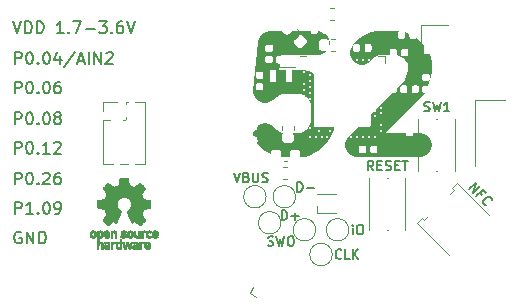
<source format=gbr>
G04 #@! TF.GenerationSoftware,KiCad,Pcbnew,(5.1.5-0)*
G04 #@! TF.CreationDate,2020-05-02T01:07:30+03:00*
G04 #@! TF.ProjectId,raybeacon,72617962-6561-4636-9f6e-2e6b69636164,1.4*
G04 #@! TF.SameCoordinates,PX8f0d180PY5f5e100*
G04 #@! TF.FileFunction,Legend,Top*
G04 #@! TF.FilePolarity,Positive*
%FSLAX46Y46*%
G04 Gerber Fmt 4.6, Leading zero omitted, Abs format (unit mm)*
G04 Created by KiCad (PCBNEW (5.1.5-0)) date 2020-05-02 01:07:30*
%MOMM*%
%LPD*%
G04 APERTURE LIST*
%ADD10C,0.150000*%
%ADD11C,2.000000*%
%ADD12C,0.120000*%
%ADD13C,0.010000*%
%ADD14C,0.100000*%
%ADD15R,0.600000X1.500000*%
%ADD16C,1.500000*%
%ADD17C,2.100000*%
%ADD18C,0.990600*%
%ADD19C,0.787400*%
%ADD20C,0.250000*%
%ADD21C,0.400000*%
%ADD22R,1.000000X1.000000*%
%ADD23O,1.000000X1.000000*%
%ADD24C,2.300000*%
%ADD25R,0.800000X0.900000*%
%ADD26R,0.400000X0.400000*%
%ADD27R,1.000000X0.900000*%
%ADD28R,0.600000X1.100000*%
%ADD29R,1.700000X1.700000*%
%ADD30O,1.700000X1.700000*%
G04 APERTURE END LIST*
D10*
X438095Y-3161904D02*
X171428Y-2780952D01*
X-19048Y-3161904D02*
X-19048Y-2361904D01*
X285714Y-2361904D01*
X361904Y-2400000D01*
X400000Y-2438095D01*
X438095Y-2514285D01*
X438095Y-2628571D01*
X400000Y-2704761D01*
X361904Y-2742857D01*
X285714Y-2780952D01*
X-19048Y-2780952D01*
X780952Y-2742857D02*
X1047619Y-2742857D01*
X1161904Y-3161904D02*
X780952Y-3161904D01*
X780952Y-2361904D01*
X1161904Y-2361904D01*
X1466666Y-3123809D02*
X1580952Y-3161904D01*
X1771428Y-3161904D01*
X1847619Y-3123809D01*
X1885714Y-3085714D01*
X1923809Y-3009523D01*
X1923809Y-2933333D01*
X1885714Y-2857142D01*
X1847619Y-2819047D01*
X1771428Y-2780952D01*
X1619047Y-2742857D01*
X1542857Y-2704761D01*
X1504761Y-2666666D01*
X1466666Y-2590476D01*
X1466666Y-2514285D01*
X1504761Y-2438095D01*
X1542857Y-2400000D01*
X1619047Y-2361904D01*
X1809523Y-2361904D01*
X1923809Y-2400000D01*
X2266666Y-2742857D02*
X2533333Y-2742857D01*
X2647619Y-3161904D02*
X2266666Y-3161904D01*
X2266666Y-2361904D01*
X2647619Y-2361904D01*
X2876190Y-2361904D02*
X3333333Y-2361904D01*
X3104761Y-3161904D02*
X3104761Y-2361904D01*
X4733333Y1876191D02*
X4847619Y1838096D01*
X5038095Y1838096D01*
X5114285Y1876191D01*
X5152380Y1914286D01*
X5190476Y1990477D01*
X5190476Y2066667D01*
X5152380Y2142858D01*
X5114285Y2180953D01*
X5038095Y2219048D01*
X4885714Y2257143D01*
X4809523Y2295239D01*
X4771428Y2333334D01*
X4733333Y2409524D01*
X4733333Y2485715D01*
X4771428Y2561905D01*
X4809523Y2600000D01*
X4885714Y2638096D01*
X5076190Y2638096D01*
X5190476Y2600000D01*
X5457142Y2638096D02*
X5647619Y1838096D01*
X5800000Y2409524D01*
X5952380Y1838096D01*
X6142857Y2638096D01*
X6866666Y1838096D02*
X6409523Y1838096D01*
X6638095Y1838096D02*
X6638095Y2638096D01*
X6561904Y2523810D01*
X6485714Y2447620D01*
X6409523Y2409524D01*
D11*
X-4247620Y7609524D02*
X-8342858Y7609524D01*
X-8752381Y3514286D01*
X-8342858Y3923810D01*
X-7523810Y4333334D01*
X-5476191Y4333334D01*
X-4657143Y3923810D01*
X-4247620Y3514286D01*
X-3838096Y2695239D01*
X-3838096Y647620D01*
X-4247620Y-171428D01*
X-4657143Y-580952D01*
X-5476191Y-990476D01*
X-7523810Y-990476D01*
X-8342858Y-580952D01*
X-8752381Y-171428D01*
X-561905Y6790477D02*
X-152381Y7200000D01*
X666666Y7609524D01*
X2714285Y7609524D01*
X3533333Y7200000D01*
X3942857Y6790477D01*
X4352380Y5971429D01*
X4352380Y5152381D01*
X3942857Y3923810D01*
X-971429Y-990476D01*
X4352380Y-990476D01*
D10*
X8557190Y-4769001D02*
X9122876Y-4203316D01*
X8880439Y-5092250D01*
X9446125Y-4526564D01*
X9634687Y-5253874D02*
X9446125Y-5065312D01*
X9149813Y-5361624D02*
X9715499Y-4795938D01*
X9984873Y-5065312D01*
X10011810Y-6115871D02*
X9957935Y-6115871D01*
X9850186Y-6061996D01*
X9796311Y-6008122D01*
X9742436Y-5900372D01*
X9742436Y-5792622D01*
X9769374Y-5711810D01*
X9850186Y-5577123D01*
X9930998Y-5496311D01*
X10065685Y-5415499D01*
X10146497Y-5388561D01*
X10254247Y-5388561D01*
X10361996Y-5442436D01*
X10415871Y-5496311D01*
X10469746Y-5604061D01*
X10469746Y-5657935D01*
X-2276191Y-10585714D02*
X-2314286Y-10623809D01*
X-2428572Y-10661904D01*
X-2504762Y-10661904D01*
X-2619048Y-10623809D01*
X-2695239Y-10547619D01*
X-2733334Y-10471428D01*
X-2771429Y-10319047D01*
X-2771429Y-10204761D01*
X-2733334Y-10052380D01*
X-2695239Y-9976190D01*
X-2619048Y-9900000D01*
X-2504762Y-9861904D01*
X-2428572Y-9861904D01*
X-2314286Y-9900000D01*
X-2276191Y-9938095D01*
X-1552381Y-10661904D02*
X-1933334Y-10661904D01*
X-1933334Y-9861904D01*
X-1285715Y-10661904D02*
X-1285715Y-9861904D01*
X-828572Y-10661904D02*
X-1171429Y-10204761D01*
X-828572Y-9861904D02*
X-1285715Y-10319047D01*
X-29390596Y-8400000D02*
X-29485834Y-8352380D01*
X-29628691Y-8352380D01*
X-29771548Y-8400000D01*
X-29866786Y-8495238D01*
X-29914405Y-8590476D01*
X-29962024Y-8780952D01*
X-29962024Y-8923809D01*
X-29914405Y-9114285D01*
X-29866786Y-9209523D01*
X-29771548Y-9304761D01*
X-29628691Y-9352380D01*
X-29533453Y-9352380D01*
X-29390596Y-9304761D01*
X-29342977Y-9257142D01*
X-29342977Y-8923809D01*
X-29533453Y-8923809D01*
X-28914405Y-9352380D02*
X-28914405Y-8352380D01*
X-28342977Y-9352380D01*
X-28342977Y-8352380D01*
X-27866786Y-9352380D02*
X-27866786Y-8352380D01*
X-27628691Y-8352380D01*
X-27485834Y-8400000D01*
X-27390596Y-8495238D01*
X-27342977Y-8590476D01*
X-27295358Y-8780952D01*
X-27295358Y-8923809D01*
X-27342977Y-9114285D01*
X-27390596Y-9209523D01*
X-27485834Y-9304761D01*
X-27628691Y-9352380D01*
X-27866786Y-9352380D01*
X-29914404Y-6852380D02*
X-29914404Y-5852380D01*
X-29533452Y-5852380D01*
X-29438214Y-5900000D01*
X-29390595Y-5947619D01*
X-29342976Y-6042857D01*
X-29342976Y-6185714D01*
X-29390595Y-6280952D01*
X-29438214Y-6328571D01*
X-29533452Y-6376190D01*
X-29914404Y-6376190D01*
X-28390595Y-6852380D02*
X-28962023Y-6852380D01*
X-28676309Y-6852380D02*
X-28676309Y-5852380D01*
X-28771547Y-5995238D01*
X-28866785Y-6090476D01*
X-28962023Y-6138095D01*
X-27962023Y-6757142D02*
X-27914404Y-6804761D01*
X-27962023Y-6852380D01*
X-28009642Y-6804761D01*
X-27962023Y-6757142D01*
X-27962023Y-6852380D01*
X-27295357Y-5852380D02*
X-27200119Y-5852380D01*
X-27104880Y-5900000D01*
X-27057261Y-5947619D01*
X-27009642Y-6042857D01*
X-26962023Y-6233333D01*
X-26962023Y-6471428D01*
X-27009642Y-6661904D01*
X-27057261Y-6757142D01*
X-27104880Y-6804761D01*
X-27200119Y-6852380D01*
X-27295357Y-6852380D01*
X-27390595Y-6804761D01*
X-27438214Y-6757142D01*
X-27485833Y-6661904D01*
X-27533452Y-6471428D01*
X-27533452Y-6233333D01*
X-27485833Y-6042857D01*
X-27438214Y-5947619D01*
X-27390595Y-5900000D01*
X-27295357Y-5852380D01*
X-26485833Y-6852380D02*
X-26295357Y-6852380D01*
X-26200119Y-6804761D01*
X-26152499Y-6757142D01*
X-26057261Y-6614285D01*
X-26009642Y-6423809D01*
X-26009642Y-6042857D01*
X-26057261Y-5947619D01*
X-26104880Y-5900000D01*
X-26200119Y-5852380D01*
X-26390595Y-5852380D01*
X-26485833Y-5900000D01*
X-26533452Y-5947619D01*
X-26581071Y-6042857D01*
X-26581071Y-6280952D01*
X-26533452Y-6376190D01*
X-26485833Y-6423809D01*
X-26390595Y-6471428D01*
X-26200119Y-6471428D01*
X-26104880Y-6423809D01*
X-26057261Y-6376190D01*
X-26009642Y-6280952D01*
X-29914406Y747620D02*
X-29914406Y1747620D01*
X-29533454Y1747620D01*
X-29438216Y1700000D01*
X-29390597Y1652381D01*
X-29342978Y1557143D01*
X-29342978Y1414286D01*
X-29390597Y1319048D01*
X-29438216Y1271429D01*
X-29533454Y1223810D01*
X-29914406Y1223810D01*
X-28723930Y1747620D02*
X-28628692Y1747620D01*
X-28533454Y1700000D01*
X-28485835Y1652381D01*
X-28438216Y1557143D01*
X-28390597Y1366667D01*
X-28390597Y1128572D01*
X-28438216Y938096D01*
X-28485835Y842858D01*
X-28533454Y795239D01*
X-28628692Y747620D01*
X-28723930Y747620D01*
X-28819168Y795239D01*
X-28866787Y842858D01*
X-28914406Y938096D01*
X-28962025Y1128572D01*
X-28962025Y1366667D01*
X-28914406Y1557143D01*
X-28866787Y1652381D01*
X-28819168Y1700000D01*
X-28723930Y1747620D01*
X-27962025Y842858D02*
X-27914406Y795239D01*
X-27962025Y747620D01*
X-28009644Y795239D01*
X-27962025Y842858D01*
X-27962025Y747620D01*
X-27295359Y1747620D02*
X-27200121Y1747620D01*
X-27104882Y1700000D01*
X-27057263Y1652381D01*
X-27009644Y1557143D01*
X-26962025Y1366667D01*
X-26962025Y1128572D01*
X-27009644Y938096D01*
X-27057263Y842858D01*
X-27104882Y795239D01*
X-27200121Y747620D01*
X-27295359Y747620D01*
X-27390597Y795239D01*
X-27438216Y842858D01*
X-27485835Y938096D01*
X-27533454Y1128572D01*
X-27533454Y1366667D01*
X-27485835Y1557143D01*
X-27438216Y1652381D01*
X-27390597Y1700000D01*
X-27295359Y1747620D01*
X-26390597Y1319048D02*
X-26485835Y1366667D01*
X-26533454Y1414286D01*
X-26581073Y1509524D01*
X-26581073Y1557143D01*
X-26533454Y1652381D01*
X-26485835Y1700000D01*
X-26390597Y1747620D01*
X-26200121Y1747620D01*
X-26104882Y1700000D01*
X-26057263Y1652381D01*
X-26009644Y1557143D01*
X-26009644Y1509524D01*
X-26057263Y1414286D01*
X-26104882Y1366667D01*
X-26200121Y1319048D01*
X-26390597Y1319048D01*
X-26485835Y1271429D01*
X-26533454Y1223810D01*
X-26581073Y1128572D01*
X-26581073Y938096D01*
X-26533454Y842858D01*
X-26485835Y795239D01*
X-26390597Y747620D01*
X-26200121Y747620D01*
X-26104882Y795239D01*
X-26057263Y842858D01*
X-26009644Y938096D01*
X-26009644Y1128572D01*
X-26057263Y1223810D01*
X-26104882Y1271429D01*
X-26200121Y1319048D01*
X-29914405Y-1752380D02*
X-29914405Y-752380D01*
X-29533453Y-752380D01*
X-29438215Y-800000D01*
X-29390596Y-847619D01*
X-29342977Y-942857D01*
X-29342977Y-1085714D01*
X-29390596Y-1180952D01*
X-29438215Y-1228571D01*
X-29533453Y-1276190D01*
X-29914405Y-1276190D01*
X-28723929Y-752380D02*
X-28628691Y-752380D01*
X-28533453Y-800000D01*
X-28485834Y-847619D01*
X-28438215Y-942857D01*
X-28390596Y-1133333D01*
X-28390596Y-1371428D01*
X-28438215Y-1561904D01*
X-28485834Y-1657142D01*
X-28533453Y-1704761D01*
X-28628691Y-1752380D01*
X-28723929Y-1752380D01*
X-28819167Y-1704761D01*
X-28866786Y-1657142D01*
X-28914405Y-1561904D01*
X-28962024Y-1371428D01*
X-28962024Y-1133333D01*
X-28914405Y-942857D01*
X-28866786Y-847619D01*
X-28819167Y-800000D01*
X-28723929Y-752380D01*
X-27962024Y-1657142D02*
X-27914405Y-1704761D01*
X-27962024Y-1752380D01*
X-28009643Y-1704761D01*
X-27962024Y-1657142D01*
X-27962024Y-1752380D01*
X-26962024Y-1752380D02*
X-27533453Y-1752380D01*
X-27247739Y-1752380D02*
X-27247739Y-752380D01*
X-27342977Y-895238D01*
X-27438215Y-990476D01*
X-27533453Y-1038095D01*
X-26581072Y-847619D02*
X-26533453Y-800000D01*
X-26438215Y-752380D01*
X-26200120Y-752380D01*
X-26104881Y-800000D01*
X-26057262Y-847619D01*
X-26009643Y-942857D01*
X-26009643Y-1038095D01*
X-26057262Y-1180952D01*
X-26628691Y-1752380D01*
X-26009643Y-1752380D01*
X-29914406Y3347621D02*
X-29914406Y4347621D01*
X-29533454Y4347621D01*
X-29438216Y4300001D01*
X-29390597Y4252382D01*
X-29342978Y4157144D01*
X-29342978Y4014287D01*
X-29390597Y3919049D01*
X-29438216Y3871430D01*
X-29533454Y3823811D01*
X-29914406Y3823811D01*
X-28723930Y4347621D02*
X-28628692Y4347621D01*
X-28533454Y4300001D01*
X-28485835Y4252382D01*
X-28438216Y4157144D01*
X-28390597Y3966668D01*
X-28390597Y3728573D01*
X-28438216Y3538097D01*
X-28485835Y3442859D01*
X-28533454Y3395240D01*
X-28628692Y3347621D01*
X-28723930Y3347621D01*
X-28819168Y3395240D01*
X-28866787Y3442859D01*
X-28914406Y3538097D01*
X-28962025Y3728573D01*
X-28962025Y3966668D01*
X-28914406Y4157144D01*
X-28866787Y4252382D01*
X-28819168Y4300001D01*
X-28723930Y4347621D01*
X-27962025Y3442859D02*
X-27914406Y3395240D01*
X-27962025Y3347621D01*
X-28009644Y3395240D01*
X-27962025Y3442859D01*
X-27962025Y3347621D01*
X-27295359Y4347621D02*
X-27200121Y4347621D01*
X-27104882Y4300001D01*
X-27057263Y4252382D01*
X-27009644Y4157144D01*
X-26962025Y3966668D01*
X-26962025Y3728573D01*
X-27009644Y3538097D01*
X-27057263Y3442859D01*
X-27104882Y3395240D01*
X-27200121Y3347621D01*
X-27295359Y3347621D01*
X-27390597Y3395240D01*
X-27438216Y3442859D01*
X-27485835Y3538097D01*
X-27533454Y3728573D01*
X-27533454Y3966668D01*
X-27485835Y4157144D01*
X-27438216Y4252382D01*
X-27390597Y4300001D01*
X-27295359Y4347621D01*
X-26104882Y4347621D02*
X-26295359Y4347621D01*
X-26390597Y4300001D01*
X-26438216Y4252382D01*
X-26533454Y4109525D01*
X-26581073Y3919049D01*
X-26581073Y3538097D01*
X-26533454Y3442859D01*
X-26485835Y3395240D01*
X-26390597Y3347621D01*
X-26200121Y3347621D01*
X-26104882Y3395240D01*
X-26057263Y3442859D01*
X-26009644Y3538097D01*
X-26009644Y3776192D01*
X-26057263Y3871430D01*
X-26104882Y3919049D01*
X-26200121Y3966668D01*
X-26390597Y3966668D01*
X-26485835Y3919049D01*
X-26533454Y3871430D01*
X-26581073Y3776192D01*
X-29914405Y-4352380D02*
X-29914405Y-3352380D01*
X-29533453Y-3352380D01*
X-29438215Y-3400000D01*
X-29390596Y-3447619D01*
X-29342977Y-3542857D01*
X-29342977Y-3685714D01*
X-29390596Y-3780952D01*
X-29438215Y-3828571D01*
X-29533453Y-3876190D01*
X-29914405Y-3876190D01*
X-28723929Y-3352380D02*
X-28628691Y-3352380D01*
X-28533453Y-3400000D01*
X-28485834Y-3447619D01*
X-28438215Y-3542857D01*
X-28390596Y-3733333D01*
X-28390596Y-3971428D01*
X-28438215Y-4161904D01*
X-28485834Y-4257142D01*
X-28533453Y-4304761D01*
X-28628691Y-4352380D01*
X-28723929Y-4352380D01*
X-28819167Y-4304761D01*
X-28866786Y-4257142D01*
X-28914405Y-4161904D01*
X-28962024Y-3971428D01*
X-28962024Y-3733333D01*
X-28914405Y-3542857D01*
X-28866786Y-3447619D01*
X-28819167Y-3400000D01*
X-28723929Y-3352380D01*
X-27962024Y-4257142D02*
X-27914405Y-4304761D01*
X-27962024Y-4352380D01*
X-28009643Y-4304761D01*
X-27962024Y-4257142D01*
X-27962024Y-4352380D01*
X-27533453Y-3447619D02*
X-27485834Y-3400000D01*
X-27390596Y-3352380D01*
X-27152500Y-3352380D01*
X-27057262Y-3400000D01*
X-27009643Y-3447619D01*
X-26962024Y-3542857D01*
X-26962024Y-3638095D01*
X-27009643Y-3780952D01*
X-27581072Y-4352380D01*
X-26962024Y-4352380D01*
X-26104881Y-3352380D02*
X-26295358Y-3352380D01*
X-26390596Y-3400000D01*
X-26438215Y-3447619D01*
X-26533453Y-3590476D01*
X-26581072Y-3780952D01*
X-26581072Y-4161904D01*
X-26533453Y-4257142D01*
X-26485834Y-4304761D01*
X-26390596Y-4352380D01*
X-26200120Y-4352380D01*
X-26104881Y-4304761D01*
X-26057262Y-4257142D01*
X-26009643Y-4161904D01*
X-26009643Y-3923809D01*
X-26057262Y-3828571D01*
X-26104881Y-3780952D01*
X-26200120Y-3733333D01*
X-26390596Y-3733333D01*
X-26485834Y-3780952D01*
X-26533453Y-3828571D01*
X-26581072Y-3923809D01*
X-29914405Y5847620D02*
X-29914405Y6847620D01*
X-29533453Y6847620D01*
X-29438215Y6800000D01*
X-29390596Y6752381D01*
X-29342977Y6657143D01*
X-29342977Y6514286D01*
X-29390596Y6419048D01*
X-29438215Y6371429D01*
X-29533453Y6323810D01*
X-29914405Y6323810D01*
X-28723929Y6847620D02*
X-28628691Y6847620D01*
X-28533453Y6800000D01*
X-28485834Y6752381D01*
X-28438215Y6657143D01*
X-28390596Y6466667D01*
X-28390596Y6228572D01*
X-28438215Y6038096D01*
X-28485834Y5942858D01*
X-28533453Y5895239D01*
X-28628691Y5847620D01*
X-28723929Y5847620D01*
X-28819167Y5895239D01*
X-28866786Y5942858D01*
X-28914405Y6038096D01*
X-28962024Y6228572D01*
X-28962024Y6466667D01*
X-28914405Y6657143D01*
X-28866786Y6752381D01*
X-28819167Y6800000D01*
X-28723929Y6847620D01*
X-27962024Y5942858D02*
X-27914405Y5895239D01*
X-27962024Y5847620D01*
X-28009643Y5895239D01*
X-27962024Y5942858D01*
X-27962024Y5847620D01*
X-27295358Y6847620D02*
X-27200120Y6847620D01*
X-27104881Y6800000D01*
X-27057262Y6752381D01*
X-27009643Y6657143D01*
X-26962024Y6466667D01*
X-26962024Y6228572D01*
X-27009643Y6038096D01*
X-27057262Y5942858D01*
X-27104881Y5895239D01*
X-27200120Y5847620D01*
X-27295358Y5847620D01*
X-27390596Y5895239D01*
X-27438215Y5942858D01*
X-27485834Y6038096D01*
X-27533453Y6228572D01*
X-27533453Y6466667D01*
X-27485834Y6657143D01*
X-27438215Y6752381D01*
X-27390596Y6800000D01*
X-27295358Y6847620D01*
X-26104881Y6514286D02*
X-26104881Y5847620D01*
X-26342977Y6895239D02*
X-26581072Y6180953D01*
X-25962024Y6180953D01*
X-24866786Y6895239D02*
X-25723929Y5609524D01*
X-24581072Y6133334D02*
X-24104881Y6133334D01*
X-24676310Y5847620D02*
X-24342977Y6847620D01*
X-24009643Y5847620D01*
X-23676310Y5847620D02*
X-23676310Y6847620D01*
X-23200120Y5847620D02*
X-23200120Y6847620D01*
X-22628691Y5847620D01*
X-22628691Y6847620D01*
X-22200120Y6752381D02*
X-22152500Y6800000D01*
X-22057262Y6847620D01*
X-21819167Y6847620D01*
X-21723929Y6800000D01*
X-21676310Y6752381D01*
X-21628691Y6657143D01*
X-21628691Y6561905D01*
X-21676310Y6419048D01*
X-22247739Y5847620D01*
X-21628691Y5847620D01*
X-30057262Y9447620D02*
X-29723929Y8447620D01*
X-29390596Y9447620D01*
X-29057262Y8447620D02*
X-29057262Y9447620D01*
X-28819167Y9447620D01*
X-28676310Y9400000D01*
X-28581072Y9304762D01*
X-28533453Y9209524D01*
X-28485834Y9019048D01*
X-28485834Y8876191D01*
X-28533453Y8685715D01*
X-28581072Y8590477D01*
X-28676310Y8495239D01*
X-28819167Y8447620D01*
X-29057262Y8447620D01*
X-28057262Y8447620D02*
X-28057262Y9447620D01*
X-27819167Y9447620D01*
X-27676310Y9400000D01*
X-27581072Y9304762D01*
X-27533453Y9209524D01*
X-27485834Y9019048D01*
X-27485834Y8876191D01*
X-27533453Y8685715D01*
X-27581072Y8590477D01*
X-27676310Y8495239D01*
X-27819167Y8447620D01*
X-28057262Y8447620D01*
X-25771548Y8447620D02*
X-26342977Y8447620D01*
X-26057262Y8447620D02*
X-26057262Y9447620D01*
X-26152500Y9304762D01*
X-26247739Y9209524D01*
X-26342977Y9161905D01*
X-25342977Y8542858D02*
X-25295358Y8495239D01*
X-25342977Y8447620D01*
X-25390596Y8495239D01*
X-25342977Y8542858D01*
X-25342977Y8447620D01*
X-24962024Y9447620D02*
X-24295358Y9447620D01*
X-24723929Y8447620D01*
X-23914405Y8828572D02*
X-23152500Y8828572D01*
X-22771548Y9447620D02*
X-22152500Y9447620D01*
X-22485834Y9066667D01*
X-22342977Y9066667D01*
X-22247739Y9019048D01*
X-22200120Y8971429D01*
X-22152500Y8876191D01*
X-22152500Y8638096D01*
X-22200120Y8542858D01*
X-22247739Y8495239D01*
X-22342977Y8447620D01*
X-22628691Y8447620D01*
X-22723929Y8495239D01*
X-22771548Y8542858D01*
X-21723929Y8542858D02*
X-21676310Y8495239D01*
X-21723929Y8447620D01*
X-21771548Y8495239D01*
X-21723929Y8542858D01*
X-21723929Y8447620D01*
X-20819167Y9447620D02*
X-21009643Y9447620D01*
X-21104881Y9400000D01*
X-21152500Y9352381D01*
X-21247739Y9209524D01*
X-21295358Y9019048D01*
X-21295358Y8638096D01*
X-21247739Y8542858D01*
X-21200120Y8495239D01*
X-21104881Y8447620D01*
X-20914405Y8447620D01*
X-20819167Y8495239D01*
X-20771548Y8542858D01*
X-20723929Y8638096D01*
X-20723929Y8876191D01*
X-20771548Y8971429D01*
X-20819167Y9019048D01*
X-20914405Y9066667D01*
X-21104881Y9066667D01*
X-21200120Y9019048D01*
X-21247739Y8971429D01*
X-21295358Y8876191D01*
X-20438215Y9447620D02*
X-20104881Y8447620D01*
X-19771548Y9447620D01*
X-6004762Y-4961904D02*
X-6004762Y-4161904D01*
X-5814286Y-4161904D01*
X-5700000Y-4200000D01*
X-5623810Y-4276190D01*
X-5585715Y-4352380D01*
X-5547620Y-4504761D01*
X-5547620Y-4619047D01*
X-5585715Y-4771428D01*
X-5623810Y-4847619D01*
X-5700000Y-4923809D01*
X-5814286Y-4961904D01*
X-6004762Y-4961904D01*
X-5204762Y-4657142D02*
X-4595239Y-4657142D01*
X-11366667Y-3361904D02*
X-11100000Y-4161904D01*
X-10833334Y-3361904D01*
X-10300000Y-3742857D02*
X-10185715Y-3780952D01*
X-10147620Y-3819047D01*
X-10109524Y-3895238D01*
X-10109524Y-4009523D01*
X-10147620Y-4085714D01*
X-10185715Y-4123809D01*
X-10261905Y-4161904D01*
X-10566667Y-4161904D01*
X-10566667Y-3361904D01*
X-10300000Y-3361904D01*
X-10223810Y-3400000D01*
X-10185715Y-3438095D01*
X-10147620Y-3514285D01*
X-10147620Y-3590476D01*
X-10185715Y-3666666D01*
X-10223810Y-3704761D01*
X-10300000Y-3742857D01*
X-10566667Y-3742857D01*
X-9766667Y-3361904D02*
X-9766667Y-4009523D01*
X-9728572Y-4085714D01*
X-9690477Y-4123809D01*
X-9614286Y-4161904D01*
X-9461905Y-4161904D01*
X-9385715Y-4123809D01*
X-9347620Y-4085714D01*
X-9309524Y-4009523D01*
X-9309524Y-3361904D01*
X-8966667Y-4123809D02*
X-8852381Y-4161904D01*
X-8661905Y-4161904D01*
X-8585715Y-4123809D01*
X-8547620Y-4085714D01*
X-8509524Y-4009523D01*
X-8509524Y-3933333D01*
X-8547620Y-3857142D01*
X-8585715Y-3819047D01*
X-8661905Y-3780952D01*
X-8814286Y-3742857D01*
X-8890477Y-3704761D01*
X-8928572Y-3666666D01*
X-8966667Y-3590476D01*
X-8966667Y-3514285D01*
X-8928572Y-3438095D01*
X-8890477Y-3400000D01*
X-8814286Y-3361904D01*
X-8623810Y-3361904D01*
X-8509524Y-3400000D01*
X-7304762Y-7361904D02*
X-7304762Y-6561904D01*
X-7114286Y-6561904D01*
X-7000000Y-6600000D01*
X-6923810Y-6676190D01*
X-6885715Y-6752380D01*
X-6847620Y-6904761D01*
X-6847620Y-7019047D01*
X-6885715Y-7171428D01*
X-6923810Y-7247619D01*
X-7000000Y-7323809D01*
X-7114286Y-7361904D01*
X-7304762Y-7361904D01*
X-6504762Y-7057142D02*
X-5895239Y-7057142D01*
X-6200000Y-7361904D02*
X-6200000Y-6752380D01*
X-1319048Y-8561904D02*
X-1319048Y-8028571D01*
X-1319048Y-7761904D02*
X-1357143Y-7800000D01*
X-1319048Y-7838095D01*
X-1280953Y-7800000D01*
X-1319048Y-7761904D01*
X-1319048Y-7838095D01*
X-785715Y-7761904D02*
X-633334Y-7761904D01*
X-557143Y-7800000D01*
X-480953Y-7876190D01*
X-442858Y-8028571D01*
X-442858Y-8295238D01*
X-480953Y-8447619D01*
X-557143Y-8523809D01*
X-633334Y-8561904D01*
X-785715Y-8561904D01*
X-861905Y-8523809D01*
X-938096Y-8447619D01*
X-976191Y-8295238D01*
X-976191Y-8028571D01*
X-938096Y-7876190D01*
X-861905Y-7800000D01*
X-785715Y-7761904D01*
X-8504762Y-9523809D02*
X-8390477Y-9561904D01*
X-8200000Y-9561904D01*
X-8123810Y-9523809D01*
X-8085715Y-9485714D01*
X-8047620Y-9409523D01*
X-8047620Y-9333333D01*
X-8085715Y-9257142D01*
X-8123810Y-9219047D01*
X-8200000Y-9180952D01*
X-8352381Y-9142857D01*
X-8428572Y-9104761D01*
X-8466667Y-9066666D01*
X-8504762Y-8990476D01*
X-8504762Y-8914285D01*
X-8466667Y-8838095D01*
X-8428572Y-8800000D01*
X-8352381Y-8761904D01*
X-8161905Y-8761904D01*
X-8047620Y-8800000D01*
X-7780953Y-8761904D02*
X-7590477Y-9561904D01*
X-7438096Y-8990476D01*
X-7285715Y-9561904D01*
X-7095239Y-8761904D01*
X-6638096Y-8761904D02*
X-6485715Y-8761904D01*
X-6409524Y-8800000D01*
X-6333334Y-8876190D01*
X-6295239Y-9028571D01*
X-6295239Y-9295238D01*
X-6333334Y-9447619D01*
X-6409524Y-9523809D01*
X-6485715Y-9561904D01*
X-6638096Y-9561904D01*
X-6714286Y-9523809D01*
X-6790477Y-9447619D01*
X-6828572Y-9295238D01*
X-6828572Y-9028571D01*
X-6790477Y-8876190D01*
X-6714286Y-8800000D01*
X-6638096Y-8761904D01*
D12*
X9000000Y2800000D02*
X9000000Y-2800000D01*
X11600000Y2800000D02*
X9000000Y2800000D01*
X-4450000Y-8195577D02*
G75*
G03X-4450000Y-8195577I-950000J0D01*
G01*
X-1650000Y-8195577D02*
G75*
G03X-1650000Y-8195577I-950000J0D01*
G01*
X-10034778Y-13570746D02*
X-9717278Y-13020820D01*
X-9484852Y-13888246D02*
X-10034778Y-13570746D01*
X1410000Y6510000D02*
X850000Y6510000D01*
X1410000Y6510000D02*
X1410000Y5950000D01*
X1410000Y-710000D02*
X1410000Y-150000D01*
X1410000Y-710000D02*
X850000Y-710000D01*
X-5810000Y-710000D02*
X-5250000Y-710000D01*
X-5810000Y-710000D02*
X-5810000Y-150000D01*
X-5810000Y6510000D02*
X-5250000Y6510000D01*
X-7400000Y-7600000D02*
G75*
G03X-7400000Y-7600000I-950000J0D01*
G01*
D13*
G36*
X-20323036Y-4090018D02*
G01*
X-20266188Y-4391570D01*
X-19846662Y-4564512D01*
X-19595016Y-4393395D01*
X-19524542Y-4345750D01*
X-19460837Y-4303210D01*
X-19406874Y-4267715D01*
X-19365627Y-4241210D01*
X-19340066Y-4225636D01*
X-19333105Y-4222278D01*
X-19320565Y-4230914D01*
X-19293769Y-4254792D01*
X-19255720Y-4290859D01*
X-19209421Y-4336067D01*
X-19157877Y-4387364D01*
X-19104091Y-4441701D01*
X-19051065Y-4496028D01*
X-19001805Y-4547295D01*
X-18959313Y-4592451D01*
X-18926593Y-4628446D01*
X-18906649Y-4652230D01*
X-18901881Y-4660190D01*
X-18908743Y-4674865D01*
X-18927980Y-4707014D01*
X-18957570Y-4753492D01*
X-18995490Y-4811156D01*
X-19039718Y-4876860D01*
X-19065346Y-4914336D01*
X-19112059Y-4982768D01*
X-19153568Y-5044520D01*
X-19187860Y-5096519D01*
X-19212920Y-5135692D01*
X-19226736Y-5158965D01*
X-19228812Y-5163855D01*
X-19224105Y-5177755D01*
X-19211277Y-5210150D01*
X-19192262Y-5256485D01*
X-19168997Y-5312206D01*
X-19143416Y-5372758D01*
X-19117455Y-5433586D01*
X-19093050Y-5490136D01*
X-19072137Y-5537852D01*
X-19056651Y-5572181D01*
X-19048528Y-5588568D01*
X-19048048Y-5589212D01*
X-19035293Y-5592341D01*
X-19001323Y-5599321D01*
X-18949660Y-5609467D01*
X-18883824Y-5622092D01*
X-18807336Y-5636509D01*
X-18762710Y-5644823D01*
X-18680979Y-5660384D01*
X-18607157Y-5675192D01*
X-18544979Y-5688436D01*
X-18498178Y-5699305D01*
X-18470491Y-5706989D01*
X-18464926Y-5709427D01*
X-18459474Y-5725930D01*
X-18455076Y-5763200D01*
X-18451728Y-5816880D01*
X-18449426Y-5882612D01*
X-18448168Y-5956037D01*
X-18447952Y-6032796D01*
X-18448773Y-6108532D01*
X-18450629Y-6178886D01*
X-18453518Y-6239500D01*
X-18457435Y-6286016D01*
X-18462378Y-6314075D01*
X-18465343Y-6319916D01*
X-18483066Y-6326917D01*
X-18520619Y-6336927D01*
X-18573036Y-6348769D01*
X-18635348Y-6361267D01*
X-18657100Y-6365310D01*
X-18761976Y-6384520D01*
X-18844820Y-6399991D01*
X-18908370Y-6412337D01*
X-18955363Y-6422173D01*
X-18988537Y-6430114D01*
X-19010629Y-6436776D01*
X-19024376Y-6442773D01*
X-19032516Y-6448719D01*
X-19033655Y-6449894D01*
X-19045023Y-6468826D01*
X-19062365Y-6505669D01*
X-19083950Y-6555913D01*
X-19108046Y-6615046D01*
X-19132921Y-6678556D01*
X-19156843Y-6741932D01*
X-19178081Y-6800662D01*
X-19194903Y-6850235D01*
X-19205578Y-6886139D01*
X-19208373Y-6903862D01*
X-19208140Y-6904483D01*
X-19198669Y-6918970D01*
X-19177182Y-6950844D01*
X-19145937Y-6996789D01*
X-19107193Y-7053485D01*
X-19063207Y-7117617D01*
X-19050681Y-7135842D01*
X-19006016Y-7201914D01*
X-18966712Y-7262200D01*
X-18934912Y-7313235D01*
X-18912755Y-7351560D01*
X-18902383Y-7373711D01*
X-18901881Y-7376432D01*
X-18910595Y-7390736D01*
X-18934675Y-7419072D01*
X-18971024Y-7458396D01*
X-19016547Y-7505661D01*
X-19068148Y-7557823D01*
X-19122733Y-7611835D01*
X-19177206Y-7664653D01*
X-19228471Y-7713231D01*
X-19273433Y-7754523D01*
X-19308996Y-7785485D01*
X-19332065Y-7803070D01*
X-19338446Y-7805941D01*
X-19353301Y-7799178D01*
X-19383714Y-7780939D01*
X-19424732Y-7754297D01*
X-19456291Y-7732852D01*
X-19513475Y-7693503D01*
X-19581194Y-7647171D01*
X-19649120Y-7600913D01*
X-19685639Y-7576155D01*
X-19809248Y-7492547D01*
X-19913009Y-7548650D01*
X-19960280Y-7573228D01*
X-20000477Y-7592331D01*
X-20027674Y-7603227D01*
X-20034598Y-7604743D01*
X-20042923Y-7593549D01*
X-20059346Y-7561917D01*
X-20082643Y-7512765D01*
X-20111586Y-7449010D01*
X-20144950Y-7373571D01*
X-20181509Y-7289364D01*
X-20220036Y-7199308D01*
X-20259306Y-7106321D01*
X-20298092Y-7013320D01*
X-20335170Y-6923223D01*
X-20369311Y-6838948D01*
X-20399292Y-6763413D01*
X-20423884Y-6699534D01*
X-20441864Y-6650231D01*
X-20452003Y-6618421D01*
X-20453634Y-6607496D01*
X-20440709Y-6593561D01*
X-20412411Y-6570940D01*
X-20374654Y-6544333D01*
X-20371485Y-6542228D01*
X-20273900Y-6464114D01*
X-20195214Y-6372982D01*
X-20136109Y-6271745D01*
X-20097268Y-6163318D01*
X-20079372Y-6050614D01*
X-20083103Y-5936548D01*
X-20109143Y-5824034D01*
X-20158175Y-5715985D01*
X-20172600Y-5692345D01*
X-20247631Y-5596887D01*
X-20336270Y-5520232D01*
X-20435451Y-5462780D01*
X-20542105Y-5424929D01*
X-20653164Y-5407078D01*
X-20765561Y-5409625D01*
X-20876227Y-5432970D01*
X-20982094Y-5477510D01*
X-21080095Y-5543645D01*
X-21110410Y-5570487D01*
X-21187562Y-5654512D01*
X-21243782Y-5742966D01*
X-21282347Y-5842115D01*
X-21303826Y-5940303D01*
X-21309128Y-6050697D01*
X-21291448Y-6161640D01*
X-21252581Y-6269381D01*
X-21194323Y-6370169D01*
X-21118469Y-6460256D01*
X-21026817Y-6535892D01*
X-21014772Y-6543864D01*
X-20976611Y-6569974D01*
X-20947601Y-6592595D01*
X-20933732Y-6607039D01*
X-20933531Y-6607496D01*
X-20936508Y-6623121D01*
X-20948311Y-6658582D01*
X-20967714Y-6710962D01*
X-20993488Y-6777345D01*
X-21024409Y-6854814D01*
X-21059249Y-6940450D01*
X-21096783Y-7031337D01*
X-21135783Y-7124559D01*
X-21175023Y-7217197D01*
X-21213276Y-7306335D01*
X-21249317Y-7389055D01*
X-21281917Y-7462441D01*
X-21309852Y-7523575D01*
X-21331895Y-7569541D01*
X-21346818Y-7597421D01*
X-21352828Y-7604743D01*
X-21371191Y-7599041D01*
X-21405552Y-7583749D01*
X-21449984Y-7561599D01*
X-21474417Y-7548650D01*
X-21578178Y-7492547D01*
X-21701787Y-7576155D01*
X-21764886Y-7618987D01*
X-21833970Y-7666122D01*
X-21898707Y-7710503D01*
X-21931134Y-7732852D01*
X-21976741Y-7763477D01*
X-22015360Y-7787747D01*
X-22041952Y-7802587D01*
X-22050590Y-7805724D01*
X-22063161Y-7797261D01*
X-22090984Y-7773636D01*
X-22131361Y-7737302D01*
X-22181595Y-7690711D01*
X-22238988Y-7636317D01*
X-22275286Y-7601392D01*
X-22338790Y-7538996D01*
X-22393673Y-7483188D01*
X-22437714Y-7436354D01*
X-22468695Y-7400882D01*
X-22484398Y-7379161D01*
X-22485905Y-7374752D01*
X-22478914Y-7357985D01*
X-22459594Y-7324082D01*
X-22430091Y-7276476D01*
X-22392545Y-7218599D01*
X-22349100Y-7153884D01*
X-22336745Y-7135842D01*
X-22291727Y-7070267D01*
X-22251340Y-7011228D01*
X-22217840Y-6962042D01*
X-22193486Y-6926028D01*
X-22180536Y-6906502D01*
X-22179285Y-6904483D01*
X-22181156Y-6888922D01*
X-22191087Y-6854709D01*
X-22207347Y-6806355D01*
X-22228205Y-6748371D01*
X-22251927Y-6685270D01*
X-22276784Y-6621563D01*
X-22301042Y-6561761D01*
X-22322971Y-6510376D01*
X-22340838Y-6471919D01*
X-22352913Y-6450902D01*
X-22353771Y-6449894D01*
X-22361154Y-6443888D01*
X-22373625Y-6437948D01*
X-22393920Y-6431460D01*
X-22424778Y-6423809D01*
X-22468934Y-6414380D01*
X-22529126Y-6402559D01*
X-22608093Y-6387729D01*
X-22708570Y-6369277D01*
X-22730325Y-6365310D01*
X-22794802Y-6352853D01*
X-22851011Y-6340666D01*
X-22893987Y-6329926D01*
X-22918760Y-6321809D01*
X-22922082Y-6319916D01*
X-22927556Y-6303138D01*
X-22932006Y-6265645D01*
X-22935428Y-6211794D01*
X-22937819Y-6145944D01*
X-22939177Y-6072453D01*
X-22939499Y-5995680D01*
X-22938781Y-5919983D01*
X-22937021Y-5849720D01*
X-22934216Y-5789250D01*
X-22930362Y-5742930D01*
X-22925457Y-5715119D01*
X-22922500Y-5709427D01*
X-22906037Y-5703686D01*
X-22868551Y-5694345D01*
X-22813775Y-5682215D01*
X-22745445Y-5668107D01*
X-22667294Y-5652830D01*
X-22624716Y-5644823D01*
X-22543929Y-5629721D01*
X-22471887Y-5616040D01*
X-22412111Y-5604467D01*
X-22368121Y-5595687D01*
X-22343439Y-5590387D01*
X-22339377Y-5589212D01*
X-22332511Y-5575965D01*
X-22317998Y-5544057D01*
X-22297771Y-5498047D01*
X-22273766Y-5442492D01*
X-22247918Y-5381953D01*
X-22222160Y-5320986D01*
X-22198427Y-5264151D01*
X-22178654Y-5216006D01*
X-22164776Y-5181110D01*
X-22158726Y-5164021D01*
X-22158614Y-5163274D01*
X-22165472Y-5149793D01*
X-22184698Y-5118770D01*
X-22214272Y-5073289D01*
X-22252173Y-5016432D01*
X-22296380Y-4951283D01*
X-22322079Y-4913862D01*
X-22368907Y-4845247D01*
X-22410499Y-4782952D01*
X-22444825Y-4730129D01*
X-22469857Y-4689927D01*
X-22483565Y-4665500D01*
X-22485544Y-4660024D01*
X-22477034Y-4647278D01*
X-22453507Y-4620063D01*
X-22417968Y-4581428D01*
X-22373423Y-4534423D01*
X-22322877Y-4482095D01*
X-22269336Y-4427495D01*
X-22215805Y-4373670D01*
X-22165289Y-4323670D01*
X-22120794Y-4280543D01*
X-22085325Y-4247339D01*
X-22061887Y-4227106D01*
X-22054046Y-4222278D01*
X-22041280Y-4229067D01*
X-22010744Y-4248142D01*
X-21965410Y-4277561D01*
X-21908244Y-4315381D01*
X-21842216Y-4359661D01*
X-21792410Y-4393395D01*
X-21540764Y-4564512D01*
X-21331001Y-4478041D01*
X-21121237Y-4391570D01*
X-21064389Y-4090018D01*
X-21007540Y-3788466D01*
X-20379885Y-3788466D01*
X-20323036Y-4090018D01*
G37*
X-20323036Y-4090018D02*
X-20266188Y-4391570D01*
X-19846662Y-4564512D01*
X-19595016Y-4393395D01*
X-19524542Y-4345750D01*
X-19460837Y-4303210D01*
X-19406874Y-4267715D01*
X-19365627Y-4241210D01*
X-19340066Y-4225636D01*
X-19333105Y-4222278D01*
X-19320565Y-4230914D01*
X-19293769Y-4254792D01*
X-19255720Y-4290859D01*
X-19209421Y-4336067D01*
X-19157877Y-4387364D01*
X-19104091Y-4441701D01*
X-19051065Y-4496028D01*
X-19001805Y-4547295D01*
X-18959313Y-4592451D01*
X-18926593Y-4628446D01*
X-18906649Y-4652230D01*
X-18901881Y-4660190D01*
X-18908743Y-4674865D01*
X-18927980Y-4707014D01*
X-18957570Y-4753492D01*
X-18995490Y-4811156D01*
X-19039718Y-4876860D01*
X-19065346Y-4914336D01*
X-19112059Y-4982768D01*
X-19153568Y-5044520D01*
X-19187860Y-5096519D01*
X-19212920Y-5135692D01*
X-19226736Y-5158965D01*
X-19228812Y-5163855D01*
X-19224105Y-5177755D01*
X-19211277Y-5210150D01*
X-19192262Y-5256485D01*
X-19168997Y-5312206D01*
X-19143416Y-5372758D01*
X-19117455Y-5433586D01*
X-19093050Y-5490136D01*
X-19072137Y-5537852D01*
X-19056651Y-5572181D01*
X-19048528Y-5588568D01*
X-19048048Y-5589212D01*
X-19035293Y-5592341D01*
X-19001323Y-5599321D01*
X-18949660Y-5609467D01*
X-18883824Y-5622092D01*
X-18807336Y-5636509D01*
X-18762710Y-5644823D01*
X-18680979Y-5660384D01*
X-18607157Y-5675192D01*
X-18544979Y-5688436D01*
X-18498178Y-5699305D01*
X-18470491Y-5706989D01*
X-18464926Y-5709427D01*
X-18459474Y-5725930D01*
X-18455076Y-5763200D01*
X-18451728Y-5816880D01*
X-18449426Y-5882612D01*
X-18448168Y-5956037D01*
X-18447952Y-6032796D01*
X-18448773Y-6108532D01*
X-18450629Y-6178886D01*
X-18453518Y-6239500D01*
X-18457435Y-6286016D01*
X-18462378Y-6314075D01*
X-18465343Y-6319916D01*
X-18483066Y-6326917D01*
X-18520619Y-6336927D01*
X-18573036Y-6348769D01*
X-18635348Y-6361267D01*
X-18657100Y-6365310D01*
X-18761976Y-6384520D01*
X-18844820Y-6399991D01*
X-18908370Y-6412337D01*
X-18955363Y-6422173D01*
X-18988537Y-6430114D01*
X-19010629Y-6436776D01*
X-19024376Y-6442773D01*
X-19032516Y-6448719D01*
X-19033655Y-6449894D01*
X-19045023Y-6468826D01*
X-19062365Y-6505669D01*
X-19083950Y-6555913D01*
X-19108046Y-6615046D01*
X-19132921Y-6678556D01*
X-19156843Y-6741932D01*
X-19178081Y-6800662D01*
X-19194903Y-6850235D01*
X-19205578Y-6886139D01*
X-19208373Y-6903862D01*
X-19208140Y-6904483D01*
X-19198669Y-6918970D01*
X-19177182Y-6950844D01*
X-19145937Y-6996789D01*
X-19107193Y-7053485D01*
X-19063207Y-7117617D01*
X-19050681Y-7135842D01*
X-19006016Y-7201914D01*
X-18966712Y-7262200D01*
X-18934912Y-7313235D01*
X-18912755Y-7351560D01*
X-18902383Y-7373711D01*
X-18901881Y-7376432D01*
X-18910595Y-7390736D01*
X-18934675Y-7419072D01*
X-18971024Y-7458396D01*
X-19016547Y-7505661D01*
X-19068148Y-7557823D01*
X-19122733Y-7611835D01*
X-19177206Y-7664653D01*
X-19228471Y-7713231D01*
X-19273433Y-7754523D01*
X-19308996Y-7785485D01*
X-19332065Y-7803070D01*
X-19338446Y-7805941D01*
X-19353301Y-7799178D01*
X-19383714Y-7780939D01*
X-19424732Y-7754297D01*
X-19456291Y-7732852D01*
X-19513475Y-7693503D01*
X-19581194Y-7647171D01*
X-19649120Y-7600913D01*
X-19685639Y-7576155D01*
X-19809248Y-7492547D01*
X-19913009Y-7548650D01*
X-19960280Y-7573228D01*
X-20000477Y-7592331D01*
X-20027674Y-7603227D01*
X-20034598Y-7604743D01*
X-20042923Y-7593549D01*
X-20059346Y-7561917D01*
X-20082643Y-7512765D01*
X-20111586Y-7449010D01*
X-20144950Y-7373571D01*
X-20181509Y-7289364D01*
X-20220036Y-7199308D01*
X-20259306Y-7106321D01*
X-20298092Y-7013320D01*
X-20335170Y-6923223D01*
X-20369311Y-6838948D01*
X-20399292Y-6763413D01*
X-20423884Y-6699534D01*
X-20441864Y-6650231D01*
X-20452003Y-6618421D01*
X-20453634Y-6607496D01*
X-20440709Y-6593561D01*
X-20412411Y-6570940D01*
X-20374654Y-6544333D01*
X-20371485Y-6542228D01*
X-20273900Y-6464114D01*
X-20195214Y-6372982D01*
X-20136109Y-6271745D01*
X-20097268Y-6163318D01*
X-20079372Y-6050614D01*
X-20083103Y-5936548D01*
X-20109143Y-5824034D01*
X-20158175Y-5715985D01*
X-20172600Y-5692345D01*
X-20247631Y-5596887D01*
X-20336270Y-5520232D01*
X-20435451Y-5462780D01*
X-20542105Y-5424929D01*
X-20653164Y-5407078D01*
X-20765561Y-5409625D01*
X-20876227Y-5432970D01*
X-20982094Y-5477510D01*
X-21080095Y-5543645D01*
X-21110410Y-5570487D01*
X-21187562Y-5654512D01*
X-21243782Y-5742966D01*
X-21282347Y-5842115D01*
X-21303826Y-5940303D01*
X-21309128Y-6050697D01*
X-21291448Y-6161640D01*
X-21252581Y-6269381D01*
X-21194323Y-6370169D01*
X-21118469Y-6460256D01*
X-21026817Y-6535892D01*
X-21014772Y-6543864D01*
X-20976611Y-6569974D01*
X-20947601Y-6592595D01*
X-20933732Y-6607039D01*
X-20933531Y-6607496D01*
X-20936508Y-6623121D01*
X-20948311Y-6658582D01*
X-20967714Y-6710962D01*
X-20993488Y-6777345D01*
X-21024409Y-6854814D01*
X-21059249Y-6940450D01*
X-21096783Y-7031337D01*
X-21135783Y-7124559D01*
X-21175023Y-7217197D01*
X-21213276Y-7306335D01*
X-21249317Y-7389055D01*
X-21281917Y-7462441D01*
X-21309852Y-7523575D01*
X-21331895Y-7569541D01*
X-21346818Y-7597421D01*
X-21352828Y-7604743D01*
X-21371191Y-7599041D01*
X-21405552Y-7583749D01*
X-21449984Y-7561599D01*
X-21474417Y-7548650D01*
X-21578178Y-7492547D01*
X-21701787Y-7576155D01*
X-21764886Y-7618987D01*
X-21833970Y-7666122D01*
X-21898707Y-7710503D01*
X-21931134Y-7732852D01*
X-21976741Y-7763477D01*
X-22015360Y-7787747D01*
X-22041952Y-7802587D01*
X-22050590Y-7805724D01*
X-22063161Y-7797261D01*
X-22090984Y-7773636D01*
X-22131361Y-7737302D01*
X-22181595Y-7690711D01*
X-22238988Y-7636317D01*
X-22275286Y-7601392D01*
X-22338790Y-7538996D01*
X-22393673Y-7483188D01*
X-22437714Y-7436354D01*
X-22468695Y-7400882D01*
X-22484398Y-7379161D01*
X-22485905Y-7374752D01*
X-22478914Y-7357985D01*
X-22459594Y-7324082D01*
X-22430091Y-7276476D01*
X-22392545Y-7218599D01*
X-22349100Y-7153884D01*
X-22336745Y-7135842D01*
X-22291727Y-7070267D01*
X-22251340Y-7011228D01*
X-22217840Y-6962042D01*
X-22193486Y-6926028D01*
X-22180536Y-6906502D01*
X-22179285Y-6904483D01*
X-22181156Y-6888922D01*
X-22191087Y-6854709D01*
X-22207347Y-6806355D01*
X-22228205Y-6748371D01*
X-22251927Y-6685270D01*
X-22276784Y-6621563D01*
X-22301042Y-6561761D01*
X-22322971Y-6510376D01*
X-22340838Y-6471919D01*
X-22352913Y-6450902D01*
X-22353771Y-6449894D01*
X-22361154Y-6443888D01*
X-22373625Y-6437948D01*
X-22393920Y-6431460D01*
X-22424778Y-6423809D01*
X-22468934Y-6414380D01*
X-22529126Y-6402559D01*
X-22608093Y-6387729D01*
X-22708570Y-6369277D01*
X-22730325Y-6365310D01*
X-22794802Y-6352853D01*
X-22851011Y-6340666D01*
X-22893987Y-6329926D01*
X-22918760Y-6321809D01*
X-22922082Y-6319916D01*
X-22927556Y-6303138D01*
X-22932006Y-6265645D01*
X-22935428Y-6211794D01*
X-22937819Y-6145944D01*
X-22939177Y-6072453D01*
X-22939499Y-5995680D01*
X-22938781Y-5919983D01*
X-22937021Y-5849720D01*
X-22934216Y-5789250D01*
X-22930362Y-5742930D01*
X-22925457Y-5715119D01*
X-22922500Y-5709427D01*
X-22906037Y-5703686D01*
X-22868551Y-5694345D01*
X-22813775Y-5682215D01*
X-22745445Y-5668107D01*
X-22667294Y-5652830D01*
X-22624716Y-5644823D01*
X-22543929Y-5629721D01*
X-22471887Y-5616040D01*
X-22412111Y-5604467D01*
X-22368121Y-5595687D01*
X-22343439Y-5590387D01*
X-22339377Y-5589212D01*
X-22332511Y-5575965D01*
X-22317998Y-5544057D01*
X-22297771Y-5498047D01*
X-22273766Y-5442492D01*
X-22247918Y-5381953D01*
X-22222160Y-5320986D01*
X-22198427Y-5264151D01*
X-22178654Y-5216006D01*
X-22164776Y-5181110D01*
X-22158726Y-5164021D01*
X-22158614Y-5163274D01*
X-22165472Y-5149793D01*
X-22184698Y-5118770D01*
X-22214272Y-5073289D01*
X-22252173Y-5016432D01*
X-22296380Y-4951283D01*
X-22322079Y-4913862D01*
X-22368907Y-4845247D01*
X-22410499Y-4782952D01*
X-22444825Y-4730129D01*
X-22469857Y-4689927D01*
X-22483565Y-4665500D01*
X-22485544Y-4660024D01*
X-22477034Y-4647278D01*
X-22453507Y-4620063D01*
X-22417968Y-4581428D01*
X-22373423Y-4534423D01*
X-22322877Y-4482095D01*
X-22269336Y-4427495D01*
X-22215805Y-4373670D01*
X-22165289Y-4323670D01*
X-22120794Y-4280543D01*
X-22085325Y-4247339D01*
X-22061887Y-4227106D01*
X-22054046Y-4222278D01*
X-22041280Y-4229067D01*
X-22010744Y-4248142D01*
X-21965410Y-4277561D01*
X-21908244Y-4315381D01*
X-21842216Y-4359661D01*
X-21792410Y-4393395D01*
X-21540764Y-4564512D01*
X-21331001Y-4478041D01*
X-21121237Y-4391570D01*
X-21064389Y-4090018D01*
X-21007540Y-3788466D01*
X-20379885Y-3788466D01*
X-20323036Y-4090018D01*
G36*
X-18900540Y-8258030D02*
G01*
X-18857289Y-8271245D01*
X-18829442Y-8287941D01*
X-18820371Y-8301145D01*
X-18822868Y-8316797D01*
X-18839069Y-8341385D01*
X-18852768Y-8358800D01*
X-18881008Y-8390283D01*
X-18902225Y-8403529D01*
X-18920312Y-8402664D01*
X-18973965Y-8389010D01*
X-19013370Y-8389630D01*
X-19045368Y-8405104D01*
X-19056110Y-8414161D01*
X-19090495Y-8446027D01*
X-19090495Y-8862179D01*
X-19228812Y-8862179D01*
X-19228812Y-8258614D01*
X-19159653Y-8258614D01*
X-19118131Y-8260256D01*
X-19096709Y-8266087D01*
X-19090498Y-8277461D01*
X-19090495Y-8277798D01*
X-19087561Y-8289713D01*
X-19074296Y-8288159D01*
X-19055916Y-8279563D01*
X-19017954Y-8263568D01*
X-18987128Y-8253945D01*
X-18947464Y-8251478D01*
X-18900540Y-8258030D01*
G37*
X-18900540Y-8258030D02*
X-18857289Y-8271245D01*
X-18829442Y-8287941D01*
X-18820371Y-8301145D01*
X-18822868Y-8316797D01*
X-18839069Y-8341385D01*
X-18852768Y-8358800D01*
X-18881008Y-8390283D01*
X-18902225Y-8403529D01*
X-18920312Y-8402664D01*
X-18973965Y-8389010D01*
X-19013370Y-8389630D01*
X-19045368Y-8405104D01*
X-19056110Y-8414161D01*
X-19090495Y-8446027D01*
X-19090495Y-8862179D01*
X-19228812Y-8862179D01*
X-19228812Y-8258614D01*
X-19159653Y-8258614D01*
X-19118131Y-8260256D01*
X-19096709Y-8266087D01*
X-19090498Y-8277461D01*
X-19090495Y-8277798D01*
X-19087561Y-8289713D01*
X-19074296Y-8288159D01*
X-19055916Y-8279563D01*
X-19017954Y-8263568D01*
X-18987128Y-8253945D01*
X-18947464Y-8251478D01*
X-18900540Y-8258030D01*
G36*
X-21454012Y-8269002D02*
G01*
X-21422717Y-8283950D01*
X-21392409Y-8305541D01*
X-21369318Y-8330391D01*
X-21352500Y-8362087D01*
X-21341006Y-8404214D01*
X-21333891Y-8460358D01*
X-21330207Y-8534106D01*
X-21329008Y-8629044D01*
X-21328989Y-8638985D01*
X-21328713Y-8862179D01*
X-21467030Y-8862179D01*
X-21467030Y-8656418D01*
X-21467128Y-8580189D01*
X-21467809Y-8524939D01*
X-21469651Y-8486501D01*
X-21473233Y-8460706D01*
X-21479132Y-8443384D01*
X-21487927Y-8430368D01*
X-21500180Y-8417507D01*
X-21543047Y-8389873D01*
X-21589843Y-8384745D01*
X-21634424Y-8402217D01*
X-21649928Y-8415221D01*
X-21661310Y-8427447D01*
X-21669481Y-8440540D01*
X-21674974Y-8458615D01*
X-21678320Y-8485787D01*
X-21680051Y-8526170D01*
X-21680697Y-8583879D01*
X-21680792Y-8654132D01*
X-21680792Y-8862179D01*
X-21819109Y-8862179D01*
X-21819109Y-8258614D01*
X-21749950Y-8258614D01*
X-21708428Y-8260256D01*
X-21687006Y-8266087D01*
X-21680795Y-8277461D01*
X-21680792Y-8277798D01*
X-21677910Y-8288938D01*
X-21665199Y-8287674D01*
X-21639926Y-8275434D01*
X-21582605Y-8257424D01*
X-21517037Y-8255421D01*
X-21454012Y-8269002D01*
G37*
X-21454012Y-8269002D02*
X-21422717Y-8283950D01*
X-21392409Y-8305541D01*
X-21369318Y-8330391D01*
X-21352500Y-8362087D01*
X-21341006Y-8404214D01*
X-21333891Y-8460358D01*
X-21330207Y-8534106D01*
X-21329008Y-8629044D01*
X-21328989Y-8638985D01*
X-21328713Y-8862179D01*
X-21467030Y-8862179D01*
X-21467030Y-8656418D01*
X-21467128Y-8580189D01*
X-21467809Y-8524939D01*
X-21469651Y-8486501D01*
X-21473233Y-8460706D01*
X-21479132Y-8443384D01*
X-21487927Y-8430368D01*
X-21500180Y-8417507D01*
X-21543047Y-8389873D01*
X-21589843Y-8384745D01*
X-21634424Y-8402217D01*
X-21649928Y-8415221D01*
X-21661310Y-8427447D01*
X-21669481Y-8440540D01*
X-21674974Y-8458615D01*
X-21678320Y-8485787D01*
X-21680051Y-8526170D01*
X-21680697Y-8583879D01*
X-21680792Y-8654132D01*
X-21680792Y-8862179D01*
X-21819109Y-8862179D01*
X-21819109Y-8258614D01*
X-21749950Y-8258614D01*
X-21708428Y-8260256D01*
X-21687006Y-8266087D01*
X-21680795Y-8277461D01*
X-21680792Y-8277798D01*
X-21677910Y-8288938D01*
X-21665199Y-8287674D01*
X-21639926Y-8275434D01*
X-21582605Y-8257424D01*
X-21517037Y-8255421D01*
X-21454012Y-8269002D01*
G36*
X-18022102Y-8256457D02*
G01*
X-17989904Y-8264279D01*
X-17928175Y-8292921D01*
X-17875390Y-8336667D01*
X-17838859Y-8389117D01*
X-17833840Y-8400893D01*
X-17826955Y-8431740D01*
X-17822136Y-8477371D01*
X-17820495Y-8523492D01*
X-17820495Y-8610693D01*
X-18002822Y-8610693D01*
X-18078021Y-8610978D01*
X-18130997Y-8612704D01*
X-18164675Y-8617181D01*
X-18181980Y-8625720D01*
X-18185837Y-8639630D01*
X-18179171Y-8660222D01*
X-18167230Y-8684315D01*
X-18133920Y-8724525D01*
X-18087632Y-8744558D01*
X-18031056Y-8743905D01*
X-17966969Y-8722101D01*
X-17911583Y-8695193D01*
X-17865625Y-8731532D01*
X-17819667Y-8767872D01*
X-17862904Y-8807819D01*
X-17920626Y-8845563D01*
X-17991614Y-8868320D01*
X-18067971Y-8874688D01*
X-18141801Y-8863268D01*
X-18153713Y-8859393D01*
X-18218601Y-8825506D01*
X-18266870Y-8774986D01*
X-18299535Y-8706325D01*
X-18317615Y-8618014D01*
X-18317825Y-8616121D01*
X-18319444Y-8519878D01*
X-18312900Y-8485542D01*
X-18185148Y-8485542D01*
X-18173416Y-8490822D01*
X-18141562Y-8494867D01*
X-18094603Y-8497176D01*
X-18064846Y-8497525D01*
X-18009352Y-8497306D01*
X-17974654Y-8495916D01*
X-17956399Y-8492251D01*
X-17950234Y-8485210D01*
X-17951805Y-8473690D01*
X-17953122Y-8469233D01*
X-17975618Y-8427355D01*
X-18010997Y-8393604D01*
X-18042220Y-8378773D01*
X-18083699Y-8379668D01*
X-18125731Y-8398164D01*
X-18160988Y-8428786D01*
X-18182146Y-8466062D01*
X-18185148Y-8485542D01*
X-18312900Y-8485542D01*
X-18303310Y-8435229D01*
X-18271302Y-8364191D01*
X-18225299Y-8308779D01*
X-18167179Y-8271009D01*
X-18098820Y-8252896D01*
X-18022102Y-8256457D01*
G37*
X-18022102Y-8256457D02*
X-17989904Y-8264279D01*
X-17928175Y-8292921D01*
X-17875390Y-8336667D01*
X-17838859Y-8389117D01*
X-17833840Y-8400893D01*
X-17826955Y-8431740D01*
X-17822136Y-8477371D01*
X-17820495Y-8523492D01*
X-17820495Y-8610693D01*
X-18002822Y-8610693D01*
X-18078021Y-8610978D01*
X-18130997Y-8612704D01*
X-18164675Y-8617181D01*
X-18181980Y-8625720D01*
X-18185837Y-8639630D01*
X-18179171Y-8660222D01*
X-18167230Y-8684315D01*
X-18133920Y-8724525D01*
X-18087632Y-8744558D01*
X-18031056Y-8743905D01*
X-17966969Y-8722101D01*
X-17911583Y-8695193D01*
X-17865625Y-8731532D01*
X-17819667Y-8767872D01*
X-17862904Y-8807819D01*
X-17920626Y-8845563D01*
X-17991614Y-8868320D01*
X-18067971Y-8874688D01*
X-18141801Y-8863268D01*
X-18153713Y-8859393D01*
X-18218601Y-8825506D01*
X-18266870Y-8774986D01*
X-18299535Y-8706325D01*
X-18317615Y-8618014D01*
X-18317825Y-8616121D01*
X-18319444Y-8519878D01*
X-18312900Y-8485542D01*
X-18185148Y-8485542D01*
X-18173416Y-8490822D01*
X-18141562Y-8494867D01*
X-18094603Y-8497176D01*
X-18064846Y-8497525D01*
X-18009352Y-8497306D01*
X-17974654Y-8495916D01*
X-17956399Y-8492251D01*
X-17950234Y-8485210D01*
X-17951805Y-8473690D01*
X-17953122Y-8469233D01*
X-17975618Y-8427355D01*
X-18010997Y-8393604D01*
X-18042220Y-8378773D01*
X-18083699Y-8379668D01*
X-18125731Y-8398164D01*
X-18160988Y-8428786D01*
X-18182146Y-8466062D01*
X-18185148Y-8485542D01*
X-18312900Y-8485542D01*
X-18303310Y-8435229D01*
X-18271302Y-8364191D01*
X-18225299Y-8308779D01*
X-18167179Y-8271009D01*
X-18098820Y-8252896D01*
X-18022102Y-8256457D01*
G36*
X-18482774Y-8263880D02*
G01*
X-18409920Y-8294830D01*
X-18386973Y-8309895D01*
X-18357646Y-8333048D01*
X-18339236Y-8351253D01*
X-18336039Y-8357183D01*
X-18345065Y-8370340D01*
X-18368163Y-8392667D01*
X-18386656Y-8408250D01*
X-18437272Y-8448926D01*
X-18477240Y-8415295D01*
X-18508126Y-8393584D01*
X-18538241Y-8386090D01*
X-18572708Y-8387920D01*
X-18627439Y-8401528D01*
X-18665114Y-8429772D01*
X-18688009Y-8475433D01*
X-18698403Y-8541289D01*
X-18698405Y-8541331D01*
X-18697506Y-8614939D01*
X-18683537Y-8668946D01*
X-18655672Y-8705716D01*
X-18636675Y-8718168D01*
X-18586224Y-8733673D01*
X-18532337Y-8733683D01*
X-18485454Y-8718638D01*
X-18474356Y-8711287D01*
X-18446524Y-8692511D01*
X-18424764Y-8689434D01*
X-18401296Y-8703409D01*
X-18375351Y-8728510D01*
X-18334284Y-8770880D01*
X-18379879Y-8808464D01*
X-18450326Y-8850882D01*
X-18529767Y-8871785D01*
X-18612785Y-8870272D01*
X-18667306Y-8856411D01*
X-18731030Y-8822135D01*
X-18781995Y-8768212D01*
X-18805149Y-8730149D01*
X-18823901Y-8675536D01*
X-18833285Y-8606369D01*
X-18833357Y-8531407D01*
X-18824176Y-8459409D01*
X-18805801Y-8399137D01*
X-18802907Y-8392958D01*
X-18760048Y-8332351D01*
X-18702021Y-8288224D01*
X-18633409Y-8261493D01*
X-18558799Y-8253073D01*
X-18482774Y-8263880D01*
G37*
X-18482774Y-8263880D02*
X-18409920Y-8294830D01*
X-18386973Y-8309895D01*
X-18357646Y-8333048D01*
X-18339236Y-8351253D01*
X-18336039Y-8357183D01*
X-18345065Y-8370340D01*
X-18368163Y-8392667D01*
X-18386656Y-8408250D01*
X-18437272Y-8448926D01*
X-18477240Y-8415295D01*
X-18508126Y-8393584D01*
X-18538241Y-8386090D01*
X-18572708Y-8387920D01*
X-18627439Y-8401528D01*
X-18665114Y-8429772D01*
X-18688009Y-8475433D01*
X-18698403Y-8541289D01*
X-18698405Y-8541331D01*
X-18697506Y-8614939D01*
X-18683537Y-8668946D01*
X-18655672Y-8705716D01*
X-18636675Y-8718168D01*
X-18586224Y-8733673D01*
X-18532337Y-8733683D01*
X-18485454Y-8718638D01*
X-18474356Y-8711287D01*
X-18446524Y-8692511D01*
X-18424764Y-8689434D01*
X-18401296Y-8703409D01*
X-18375351Y-8728510D01*
X-18334284Y-8770880D01*
X-18379879Y-8808464D01*
X-18450326Y-8850882D01*
X-18529767Y-8871785D01*
X-18612785Y-8870272D01*
X-18667306Y-8856411D01*
X-18731030Y-8822135D01*
X-18781995Y-8768212D01*
X-18805149Y-8730149D01*
X-18823901Y-8675536D01*
X-18833285Y-8606369D01*
X-18833357Y-8531407D01*
X-18824176Y-8459409D01*
X-18805801Y-8399137D01*
X-18802907Y-8392958D01*
X-18760048Y-8332351D01*
X-18702021Y-8288224D01*
X-18633409Y-8261493D01*
X-18558799Y-8253073D01*
X-18482774Y-8263880D01*
G36*
X-19706633Y-8454342D02*
G01*
X-19705445Y-8546563D01*
X-19701103Y-8616610D01*
X-19692442Y-8667381D01*
X-19678296Y-8701772D01*
X-19657500Y-8722679D01*
X-19628890Y-8733000D01*
X-19593465Y-8735636D01*
X-19556364Y-8732682D01*
X-19528182Y-8721889D01*
X-19507757Y-8700360D01*
X-19493921Y-8665199D01*
X-19485509Y-8613510D01*
X-19481357Y-8542394D01*
X-19480297Y-8454342D01*
X-19480297Y-8258614D01*
X-19341980Y-8258614D01*
X-19341980Y-8862179D01*
X-19411138Y-8862179D01*
X-19452830Y-8860489D01*
X-19474299Y-8854556D01*
X-19480297Y-8843293D01*
X-19483909Y-8833261D01*
X-19498286Y-8835383D01*
X-19527264Y-8849580D01*
X-19593681Y-8871480D01*
X-19664125Y-8869928D01*
X-19731623Y-8846147D01*
X-19763767Y-8827362D01*
X-19788285Y-8807022D01*
X-19806196Y-8781573D01*
X-19818521Y-8747458D01*
X-19826277Y-8701121D01*
X-19830484Y-8639007D01*
X-19832160Y-8557561D01*
X-19832376Y-8494578D01*
X-19832376Y-8258614D01*
X-19706633Y-8258614D01*
X-19706633Y-8454342D01*
G37*
X-19706633Y-8454342D02*
X-19705445Y-8546563D01*
X-19701103Y-8616610D01*
X-19692442Y-8667381D01*
X-19678296Y-8701772D01*
X-19657500Y-8722679D01*
X-19628890Y-8733000D01*
X-19593465Y-8735636D01*
X-19556364Y-8732682D01*
X-19528182Y-8721889D01*
X-19507757Y-8700360D01*
X-19493921Y-8665199D01*
X-19485509Y-8613510D01*
X-19481357Y-8542394D01*
X-19480297Y-8454342D01*
X-19480297Y-8258614D01*
X-19341980Y-8258614D01*
X-19341980Y-8862179D01*
X-19411138Y-8862179D01*
X-19452830Y-8860489D01*
X-19474299Y-8854556D01*
X-19480297Y-8843293D01*
X-19483909Y-8833261D01*
X-19498286Y-8835383D01*
X-19527264Y-8849580D01*
X-19593681Y-8871480D01*
X-19664125Y-8869928D01*
X-19731623Y-8846147D01*
X-19763767Y-8827362D01*
X-19788285Y-8807022D01*
X-19806196Y-8781573D01*
X-19818521Y-8747458D01*
X-19826277Y-8701121D01*
X-19830484Y-8639007D01*
X-19832160Y-8557561D01*
X-19832376Y-8494578D01*
X-19832376Y-8258614D01*
X-19706633Y-8258614D01*
X-19706633Y-8454342D01*
G36*
X-20089238Y-8266055D02*
G01*
X-20025637Y-8300692D01*
X-19975877Y-8355372D01*
X-19952432Y-8399842D01*
X-19942366Y-8439121D01*
X-19935844Y-8495116D01*
X-19933049Y-8559621D01*
X-19934164Y-8624429D01*
X-19939374Y-8681334D01*
X-19945459Y-8711727D01*
X-19965986Y-8753306D01*
X-20001537Y-8797468D01*
X-20044381Y-8836087D01*
X-20086789Y-8861034D01*
X-20087823Y-8861430D01*
X-20140447Y-8872331D01*
X-20202812Y-8872601D01*
X-20262076Y-8862676D01*
X-20284960Y-8854722D01*
X-20343898Y-8821300D01*
X-20386110Y-8777511D01*
X-20413844Y-8719538D01*
X-20429349Y-8643565D01*
X-20432857Y-8603771D01*
X-20432410Y-8553766D01*
X-20297624Y-8553766D01*
X-20293083Y-8626732D01*
X-20280014Y-8682334D01*
X-20259244Y-8717861D01*
X-20244448Y-8728020D01*
X-20206536Y-8735104D01*
X-20161473Y-8733007D01*
X-20122513Y-8722812D01*
X-20112296Y-8717204D01*
X-20085341Y-8684538D01*
X-20067549Y-8634545D01*
X-20059976Y-8573705D01*
X-20063675Y-8508497D01*
X-20071943Y-8469253D01*
X-20095680Y-8423805D01*
X-20133151Y-8395396D01*
X-20178280Y-8385573D01*
X-20224989Y-8395887D01*
X-20260868Y-8421112D01*
X-20279723Y-8441925D01*
X-20290728Y-8462439D01*
X-20295974Y-8490203D01*
X-20297551Y-8532762D01*
X-20297624Y-8553766D01*
X-20432410Y-8553766D01*
X-20431906Y-8497580D01*
X-20414612Y-8410501D01*
X-20380971Y-8342530D01*
X-20330982Y-8293664D01*
X-20264644Y-8263899D01*
X-20250399Y-8260448D01*
X-20164790Y-8252345D01*
X-20089238Y-8266055D01*
G37*
X-20089238Y-8266055D02*
X-20025637Y-8300692D01*
X-19975877Y-8355372D01*
X-19952432Y-8399842D01*
X-19942366Y-8439121D01*
X-19935844Y-8495116D01*
X-19933049Y-8559621D01*
X-19934164Y-8624429D01*
X-19939374Y-8681334D01*
X-19945459Y-8711727D01*
X-19965986Y-8753306D01*
X-20001537Y-8797468D01*
X-20044381Y-8836087D01*
X-20086789Y-8861034D01*
X-20087823Y-8861430D01*
X-20140447Y-8872331D01*
X-20202812Y-8872601D01*
X-20262076Y-8862676D01*
X-20284960Y-8854722D01*
X-20343898Y-8821300D01*
X-20386110Y-8777511D01*
X-20413844Y-8719538D01*
X-20429349Y-8643565D01*
X-20432857Y-8603771D01*
X-20432410Y-8553766D01*
X-20297624Y-8553766D01*
X-20293083Y-8626732D01*
X-20280014Y-8682334D01*
X-20259244Y-8717861D01*
X-20244448Y-8728020D01*
X-20206536Y-8735104D01*
X-20161473Y-8733007D01*
X-20122513Y-8722812D01*
X-20112296Y-8717204D01*
X-20085341Y-8684538D01*
X-20067549Y-8634545D01*
X-20059976Y-8573705D01*
X-20063675Y-8508497D01*
X-20071943Y-8469253D01*
X-20095680Y-8423805D01*
X-20133151Y-8395396D01*
X-20178280Y-8385573D01*
X-20224989Y-8395887D01*
X-20260868Y-8421112D01*
X-20279723Y-8441925D01*
X-20290728Y-8462439D01*
X-20295974Y-8490203D01*
X-20297551Y-8532762D01*
X-20297624Y-8553766D01*
X-20432410Y-8553766D01*
X-20431906Y-8497580D01*
X-20414612Y-8410501D01*
X-20380971Y-8342530D01*
X-20330982Y-8293664D01*
X-20264644Y-8263899D01*
X-20250399Y-8260448D01*
X-20164790Y-8252345D01*
X-20089238Y-8266055D01*
G36*
X-20685983Y-8256452D02*
G01*
X-20638366Y-8265482D01*
X-20588966Y-8284370D01*
X-20583688Y-8286777D01*
X-20546226Y-8306476D01*
X-20520283Y-8324781D01*
X-20511897Y-8336508D01*
X-20519883Y-8355632D01*
X-20539280Y-8383850D01*
X-20547890Y-8394384D01*
X-20583372Y-8435847D01*
X-20629115Y-8408858D01*
X-20672650Y-8390878D01*
X-20722950Y-8381267D01*
X-20771188Y-8380660D01*
X-20808533Y-8389691D01*
X-20817495Y-8395327D01*
X-20834563Y-8421171D01*
X-20836637Y-8450941D01*
X-20823866Y-8474197D01*
X-20816312Y-8478708D01*
X-20793675Y-8484309D01*
X-20753885Y-8490892D01*
X-20704834Y-8497183D01*
X-20695785Y-8498170D01*
X-20617004Y-8511798D01*
X-20559864Y-8534946D01*
X-20521970Y-8569752D01*
X-20500921Y-8618354D01*
X-20494365Y-8677718D01*
X-20503423Y-8745198D01*
X-20532836Y-8798188D01*
X-20582722Y-8836783D01*
X-20653200Y-8861081D01*
X-20731435Y-8870667D01*
X-20795234Y-8870552D01*
X-20846984Y-8861845D01*
X-20882327Y-8849825D01*
X-20926983Y-8828880D01*
X-20968253Y-8804574D01*
X-20982921Y-8793876D01*
X-21020643Y-8763084D01*
X-20975148Y-8717049D01*
X-20929653Y-8671013D01*
X-20877928Y-8705243D01*
X-20826048Y-8730952D01*
X-20770649Y-8744399D01*
X-20717395Y-8745818D01*
X-20671951Y-8735443D01*
X-20639984Y-8713507D01*
X-20629662Y-8694998D01*
X-20631211Y-8665314D01*
X-20656860Y-8642615D01*
X-20706540Y-8626940D01*
X-20760969Y-8619695D01*
X-20844736Y-8605873D01*
X-20906967Y-8579796D01*
X-20948493Y-8540699D01*
X-20970147Y-8487820D01*
X-20973147Y-8425126D01*
X-20958329Y-8359642D01*
X-20924546Y-8310144D01*
X-20871495Y-8276408D01*
X-20798874Y-8258207D01*
X-20745072Y-8254639D01*
X-20685983Y-8256452D01*
G37*
X-20685983Y-8256452D02*
X-20638366Y-8265482D01*
X-20588966Y-8284370D01*
X-20583688Y-8286777D01*
X-20546226Y-8306476D01*
X-20520283Y-8324781D01*
X-20511897Y-8336508D01*
X-20519883Y-8355632D01*
X-20539280Y-8383850D01*
X-20547890Y-8394384D01*
X-20583372Y-8435847D01*
X-20629115Y-8408858D01*
X-20672650Y-8390878D01*
X-20722950Y-8381267D01*
X-20771188Y-8380660D01*
X-20808533Y-8389691D01*
X-20817495Y-8395327D01*
X-20834563Y-8421171D01*
X-20836637Y-8450941D01*
X-20823866Y-8474197D01*
X-20816312Y-8478708D01*
X-20793675Y-8484309D01*
X-20753885Y-8490892D01*
X-20704834Y-8497183D01*
X-20695785Y-8498170D01*
X-20617004Y-8511798D01*
X-20559864Y-8534946D01*
X-20521970Y-8569752D01*
X-20500921Y-8618354D01*
X-20494365Y-8677718D01*
X-20503423Y-8745198D01*
X-20532836Y-8798188D01*
X-20582722Y-8836783D01*
X-20653200Y-8861081D01*
X-20731435Y-8870667D01*
X-20795234Y-8870552D01*
X-20846984Y-8861845D01*
X-20882327Y-8849825D01*
X-20926983Y-8828880D01*
X-20968253Y-8804574D01*
X-20982921Y-8793876D01*
X-21020643Y-8763084D01*
X-20975148Y-8717049D01*
X-20929653Y-8671013D01*
X-20877928Y-8705243D01*
X-20826048Y-8730952D01*
X-20770649Y-8744399D01*
X-20717395Y-8745818D01*
X-20671951Y-8735443D01*
X-20639984Y-8713507D01*
X-20629662Y-8694998D01*
X-20631211Y-8665314D01*
X-20656860Y-8642615D01*
X-20706540Y-8626940D01*
X-20760969Y-8619695D01*
X-20844736Y-8605873D01*
X-20906967Y-8579796D01*
X-20948493Y-8540699D01*
X-20970147Y-8487820D01*
X-20973147Y-8425126D01*
X-20958329Y-8359642D01*
X-20924546Y-8310144D01*
X-20871495Y-8276408D01*
X-20798874Y-8258207D01*
X-20745072Y-8254639D01*
X-20685983Y-8256452D01*
G36*
X-22056699Y-8272614D02*
G01*
X-22044168Y-8278514D01*
X-22000799Y-8310283D01*
X-21959790Y-8356646D01*
X-21929168Y-8407696D01*
X-21920459Y-8431166D01*
X-21912512Y-8473091D01*
X-21907774Y-8523757D01*
X-21907199Y-8544679D01*
X-21907129Y-8610693D01*
X-22287083Y-8610693D01*
X-22278983Y-8645273D01*
X-22259104Y-8686170D01*
X-22224347Y-8721514D01*
X-22182998Y-8744282D01*
X-22156649Y-8749010D01*
X-22120916Y-8743273D01*
X-22078282Y-8728882D01*
X-22063799Y-8722262D01*
X-22010240Y-8695513D01*
X-21964533Y-8730376D01*
X-21938158Y-8753955D01*
X-21924124Y-8773417D01*
X-21923414Y-8779129D01*
X-21935951Y-8792973D01*
X-21963428Y-8814012D01*
X-21988366Y-8830425D01*
X-22055664Y-8859930D01*
X-22131110Y-8873284D01*
X-22205888Y-8869812D01*
X-22265495Y-8851663D01*
X-22326941Y-8812784D01*
X-22370608Y-8761595D01*
X-22397926Y-8695367D01*
X-22410322Y-8611371D01*
X-22411421Y-8572936D01*
X-22407022Y-8484861D01*
X-22406482Y-8482299D01*
X-22280582Y-8482299D01*
X-22277115Y-8490558D01*
X-22262863Y-8495113D01*
X-22233470Y-8497065D01*
X-22184575Y-8497517D01*
X-22165748Y-8497525D01*
X-22108467Y-8496843D01*
X-22072141Y-8494364D01*
X-22052604Y-8489443D01*
X-22045690Y-8481434D01*
X-22045445Y-8478862D01*
X-22053336Y-8458423D01*
X-22073085Y-8429789D01*
X-22081575Y-8419763D01*
X-22113094Y-8391408D01*
X-22145949Y-8380259D01*
X-22163651Y-8379327D01*
X-22211539Y-8390981D01*
X-22251699Y-8422285D01*
X-22277173Y-8467752D01*
X-22277625Y-8469233D01*
X-22280582Y-8482299D01*
X-22406482Y-8482299D01*
X-22392392Y-8415510D01*
X-22366038Y-8360025D01*
X-22333807Y-8320639D01*
X-22274217Y-8277931D01*
X-22204168Y-8255109D01*
X-22129661Y-8253046D01*
X-22056699Y-8272614D01*
G37*
X-22056699Y-8272614D02*
X-22044168Y-8278514D01*
X-22000799Y-8310283D01*
X-21959790Y-8356646D01*
X-21929168Y-8407696D01*
X-21920459Y-8431166D01*
X-21912512Y-8473091D01*
X-21907774Y-8523757D01*
X-21907199Y-8544679D01*
X-21907129Y-8610693D01*
X-22287083Y-8610693D01*
X-22278983Y-8645273D01*
X-22259104Y-8686170D01*
X-22224347Y-8721514D01*
X-22182998Y-8744282D01*
X-22156649Y-8749010D01*
X-22120916Y-8743273D01*
X-22078282Y-8728882D01*
X-22063799Y-8722262D01*
X-22010240Y-8695513D01*
X-21964533Y-8730376D01*
X-21938158Y-8753955D01*
X-21924124Y-8773417D01*
X-21923414Y-8779129D01*
X-21935951Y-8792973D01*
X-21963428Y-8814012D01*
X-21988366Y-8830425D01*
X-22055664Y-8859930D01*
X-22131110Y-8873284D01*
X-22205888Y-8869812D01*
X-22265495Y-8851663D01*
X-22326941Y-8812784D01*
X-22370608Y-8761595D01*
X-22397926Y-8695367D01*
X-22410322Y-8611371D01*
X-22411421Y-8572936D01*
X-22407022Y-8484861D01*
X-22406482Y-8482299D01*
X-22280582Y-8482299D01*
X-22277115Y-8490558D01*
X-22262863Y-8495113D01*
X-22233470Y-8497065D01*
X-22184575Y-8497517D01*
X-22165748Y-8497525D01*
X-22108467Y-8496843D01*
X-22072141Y-8494364D01*
X-22052604Y-8489443D01*
X-22045690Y-8481434D01*
X-22045445Y-8478862D01*
X-22053336Y-8458423D01*
X-22073085Y-8429789D01*
X-22081575Y-8419763D01*
X-22113094Y-8391408D01*
X-22145949Y-8380259D01*
X-22163651Y-8379327D01*
X-22211539Y-8390981D01*
X-22251699Y-8422285D01*
X-22277173Y-8467752D01*
X-22277625Y-8469233D01*
X-22280582Y-8482299D01*
X-22406482Y-8482299D01*
X-22392392Y-8415510D01*
X-22366038Y-8360025D01*
X-22333807Y-8320639D01*
X-22274217Y-8277931D01*
X-22204168Y-8255109D01*
X-22129661Y-8253046D01*
X-22056699Y-8272614D01*
G36*
X-23238261Y-8265148D02*
G01*
X-23172479Y-8294231D01*
X-23122540Y-8342793D01*
X-23088374Y-8410908D01*
X-23069907Y-8498651D01*
X-23068583Y-8512351D01*
X-23067546Y-8608939D01*
X-23080993Y-8693602D01*
X-23108108Y-8762221D01*
X-23122627Y-8784294D01*
X-23173201Y-8831011D01*
X-23237609Y-8861268D01*
X-23309666Y-8873824D01*
X-23383185Y-8867439D01*
X-23439072Y-8847772D01*
X-23487132Y-8814629D01*
X-23526412Y-8771175D01*
X-23527092Y-8770158D01*
X-23543044Y-8743338D01*
X-23553410Y-8716368D01*
X-23559688Y-8682332D01*
X-23563373Y-8634310D01*
X-23564997Y-8594931D01*
X-23565672Y-8559219D01*
X-23439955Y-8559219D01*
X-23438726Y-8594770D01*
X-23434266Y-8642094D01*
X-23426397Y-8672465D01*
X-23412207Y-8694072D01*
X-23398917Y-8706694D01*
X-23351802Y-8733122D01*
X-23302505Y-8736653D01*
X-23256593Y-8717639D01*
X-23233638Y-8696331D01*
X-23217096Y-8674859D01*
X-23207421Y-8654313D01*
X-23203174Y-8627574D01*
X-23202920Y-8587523D01*
X-23204228Y-8550638D01*
X-23207043Y-8497947D01*
X-23211505Y-8463772D01*
X-23219548Y-8441480D01*
X-23233103Y-8424442D01*
X-23243845Y-8414703D01*
X-23288777Y-8389123D01*
X-23337249Y-8387847D01*
X-23377894Y-8402999D01*
X-23412567Y-8434642D01*
X-23433224Y-8486620D01*
X-23439955Y-8559219D01*
X-23565672Y-8559219D01*
X-23566479Y-8516621D01*
X-23563948Y-8458056D01*
X-23556362Y-8414007D01*
X-23542681Y-8379248D01*
X-23521865Y-8348551D01*
X-23514147Y-8339436D01*
X-23465889Y-8294021D01*
X-23414128Y-8267493D01*
X-23350828Y-8256379D01*
X-23319961Y-8255471D01*
X-23238261Y-8265148D01*
G37*
X-23238261Y-8265148D02*
X-23172479Y-8294231D01*
X-23122540Y-8342793D01*
X-23088374Y-8410908D01*
X-23069907Y-8498651D01*
X-23068583Y-8512351D01*
X-23067546Y-8608939D01*
X-23080993Y-8693602D01*
X-23108108Y-8762221D01*
X-23122627Y-8784294D01*
X-23173201Y-8831011D01*
X-23237609Y-8861268D01*
X-23309666Y-8873824D01*
X-23383185Y-8867439D01*
X-23439072Y-8847772D01*
X-23487132Y-8814629D01*
X-23526412Y-8771175D01*
X-23527092Y-8770158D01*
X-23543044Y-8743338D01*
X-23553410Y-8716368D01*
X-23559688Y-8682332D01*
X-23563373Y-8634310D01*
X-23564997Y-8594931D01*
X-23565672Y-8559219D01*
X-23439955Y-8559219D01*
X-23438726Y-8594770D01*
X-23434266Y-8642094D01*
X-23426397Y-8672465D01*
X-23412207Y-8694072D01*
X-23398917Y-8706694D01*
X-23351802Y-8733122D01*
X-23302505Y-8736653D01*
X-23256593Y-8717639D01*
X-23233638Y-8696331D01*
X-23217096Y-8674859D01*
X-23207421Y-8654313D01*
X-23203174Y-8627574D01*
X-23202920Y-8587523D01*
X-23204228Y-8550638D01*
X-23207043Y-8497947D01*
X-23211505Y-8463772D01*
X-23219548Y-8441480D01*
X-23233103Y-8424442D01*
X-23243845Y-8414703D01*
X-23288777Y-8389123D01*
X-23337249Y-8387847D01*
X-23377894Y-8402999D01*
X-23412567Y-8434642D01*
X-23433224Y-8486620D01*
X-23439955Y-8559219D01*
X-23565672Y-8559219D01*
X-23566479Y-8516621D01*
X-23563948Y-8458056D01*
X-23556362Y-8414007D01*
X-23542681Y-8379248D01*
X-23521865Y-8348551D01*
X-23514147Y-8339436D01*
X-23465889Y-8294021D01*
X-23414128Y-8267493D01*
X-23350828Y-8256379D01*
X-23319961Y-8255471D01*
X-23238261Y-8265148D01*
G36*
X-18667419Y-9204970D02*
G01*
X-18607315Y-9220597D01*
X-18556979Y-9252848D01*
X-18532607Y-9276940D01*
X-18492655Y-9333895D01*
X-18469758Y-9399965D01*
X-18461892Y-9481182D01*
X-18461852Y-9487748D01*
X-18461782Y-9553763D01*
X-18841736Y-9553763D01*
X-18833637Y-9588342D01*
X-18819013Y-9619659D01*
X-18793419Y-9652291D01*
X-18788065Y-9657500D01*
X-18742057Y-9685694D01*
X-18689590Y-9690475D01*
X-18629197Y-9671926D01*
X-18618960Y-9666931D01*
X-18587561Y-9651745D01*
X-18566530Y-9643094D01*
X-18562861Y-9642293D01*
X-18550052Y-9650063D01*
X-18525622Y-9669072D01*
X-18513221Y-9679460D01*
X-18487524Y-9703321D01*
X-18479085Y-9719077D01*
X-18484942Y-9733571D01*
X-18488072Y-9737534D01*
X-18509275Y-9754879D01*
X-18544262Y-9775959D01*
X-18568663Y-9788265D01*
X-18637928Y-9809946D01*
X-18714612Y-9816971D01*
X-18787235Y-9808647D01*
X-18807574Y-9802686D01*
X-18870524Y-9768952D01*
X-18917185Y-9717045D01*
X-18947827Y-9646459D01*
X-18962718Y-9556692D01*
X-18964353Y-9509753D01*
X-18959579Y-9441413D01*
X-18839010Y-9441413D01*
X-18827348Y-9446465D01*
X-18796002Y-9450429D01*
X-18750429Y-9452768D01*
X-18719554Y-9453169D01*
X-18664019Y-9452783D01*
X-18628967Y-9450975D01*
X-18609738Y-9446773D01*
X-18601670Y-9439203D01*
X-18600099Y-9428218D01*
X-18610879Y-9394381D01*
X-18638020Y-9360940D01*
X-18673723Y-9335272D01*
X-18709440Y-9324772D01*
X-18757952Y-9334086D01*
X-18799947Y-9361013D01*
X-18829064Y-9399827D01*
X-18839010Y-9441413D01*
X-18959579Y-9441413D01*
X-18957401Y-9410236D01*
X-18935945Y-9330949D01*
X-18899530Y-9271263D01*
X-18847703Y-9230549D01*
X-18780010Y-9208179D01*
X-18743338Y-9203871D01*
X-18667419Y-9204970D01*
G37*
X-18667419Y-9204970D02*
X-18607315Y-9220597D01*
X-18556979Y-9252848D01*
X-18532607Y-9276940D01*
X-18492655Y-9333895D01*
X-18469758Y-9399965D01*
X-18461892Y-9481182D01*
X-18461852Y-9487748D01*
X-18461782Y-9553763D01*
X-18841736Y-9553763D01*
X-18833637Y-9588342D01*
X-18819013Y-9619659D01*
X-18793419Y-9652291D01*
X-18788065Y-9657500D01*
X-18742057Y-9685694D01*
X-18689590Y-9690475D01*
X-18629197Y-9671926D01*
X-18618960Y-9666931D01*
X-18587561Y-9651745D01*
X-18566530Y-9643094D01*
X-18562861Y-9642293D01*
X-18550052Y-9650063D01*
X-18525622Y-9669072D01*
X-18513221Y-9679460D01*
X-18487524Y-9703321D01*
X-18479085Y-9719077D01*
X-18484942Y-9733571D01*
X-18488072Y-9737534D01*
X-18509275Y-9754879D01*
X-18544262Y-9775959D01*
X-18568663Y-9788265D01*
X-18637928Y-9809946D01*
X-18714612Y-9816971D01*
X-18787235Y-9808647D01*
X-18807574Y-9802686D01*
X-18870524Y-9768952D01*
X-18917185Y-9717045D01*
X-18947827Y-9646459D01*
X-18962718Y-9556692D01*
X-18964353Y-9509753D01*
X-18959579Y-9441413D01*
X-18839010Y-9441413D01*
X-18827348Y-9446465D01*
X-18796002Y-9450429D01*
X-18750429Y-9452768D01*
X-18719554Y-9453169D01*
X-18664019Y-9452783D01*
X-18628967Y-9450975D01*
X-18609738Y-9446773D01*
X-18601670Y-9439203D01*
X-18600099Y-9428218D01*
X-18610879Y-9394381D01*
X-18638020Y-9360940D01*
X-18673723Y-9335272D01*
X-18709440Y-9324772D01*
X-18757952Y-9334086D01*
X-18799947Y-9361013D01*
X-18829064Y-9399827D01*
X-18839010Y-9441413D01*
X-18959579Y-9441413D01*
X-18957401Y-9410236D01*
X-18935945Y-9330949D01*
X-18899530Y-9271263D01*
X-18847703Y-9230549D01*
X-18780010Y-9208179D01*
X-18743338Y-9203871D01*
X-18667419Y-9204970D01*
G36*
X-19064745Y-9201486D02*
G01*
X-19016405Y-9211015D01*
X-18988886Y-9225125D01*
X-18959936Y-9248568D01*
X-19001124Y-9300571D01*
X-19026518Y-9332064D01*
X-19043762Y-9347428D01*
X-19060898Y-9349776D01*
X-19085973Y-9342217D01*
X-19097743Y-9337941D01*
X-19145730Y-9331631D01*
X-19189676Y-9345156D01*
X-19221940Y-9375710D01*
X-19227181Y-9385452D01*
X-19232888Y-9411258D01*
X-19237294Y-9458817D01*
X-19240189Y-9524758D01*
X-19241369Y-9605710D01*
X-19241386Y-9617226D01*
X-19241386Y-9817822D01*
X-19379703Y-9817822D01*
X-19379703Y-9201683D01*
X-19310544Y-9201683D01*
X-19270667Y-9202725D01*
X-19249893Y-9207358D01*
X-19242211Y-9217849D01*
X-19241386Y-9227745D01*
X-19241386Y-9253806D01*
X-19208255Y-9227745D01*
X-19170265Y-9209965D01*
X-19119230Y-9201174D01*
X-19064745Y-9201486D01*
G37*
X-19064745Y-9201486D02*
X-19016405Y-9211015D01*
X-18988886Y-9225125D01*
X-18959936Y-9248568D01*
X-19001124Y-9300571D01*
X-19026518Y-9332064D01*
X-19043762Y-9347428D01*
X-19060898Y-9349776D01*
X-19085973Y-9342217D01*
X-19097743Y-9337941D01*
X-19145730Y-9331631D01*
X-19189676Y-9345156D01*
X-19221940Y-9375710D01*
X-19227181Y-9385452D01*
X-19232888Y-9411258D01*
X-19237294Y-9458817D01*
X-19240189Y-9524758D01*
X-19241369Y-9605710D01*
X-19241386Y-9617226D01*
X-19241386Y-9817822D01*
X-19379703Y-9817822D01*
X-19379703Y-9201683D01*
X-19310544Y-9201683D01*
X-19270667Y-9202725D01*
X-19249893Y-9207358D01*
X-19242211Y-9217849D01*
X-19241386Y-9227745D01*
X-19241386Y-9253806D01*
X-19208255Y-9227745D01*
X-19170265Y-9209965D01*
X-19119230Y-9201174D01*
X-19064745Y-9201486D01*
G36*
X-19661589Y-9205417D02*
G01*
X-19608589Y-9218290D01*
X-19593269Y-9225110D01*
X-19563572Y-9242974D01*
X-19540780Y-9263093D01*
X-19523917Y-9288962D01*
X-19512002Y-9324073D01*
X-19504058Y-9371920D01*
X-19499106Y-9435996D01*
X-19496169Y-9519794D01*
X-19495053Y-9575768D01*
X-19490948Y-9817822D01*
X-19561068Y-9817822D01*
X-19603607Y-9816038D01*
X-19625524Y-9809942D01*
X-19631188Y-9799706D01*
X-19634179Y-9788637D01*
X-19647549Y-9790754D01*
X-19665767Y-9799629D01*
X-19711376Y-9813233D01*
X-19769993Y-9816899D01*
X-19831646Y-9810903D01*
X-19886362Y-9795521D01*
X-19891270Y-9793386D01*
X-19941277Y-9758255D01*
X-19974244Y-9709419D01*
X-19989413Y-9652333D01*
X-19988254Y-9631824D01*
X-19864492Y-9631824D01*
X-19853587Y-9659425D01*
X-19821255Y-9679204D01*
X-19769090Y-9689819D01*
X-19741213Y-9691228D01*
X-19694753Y-9687620D01*
X-19663871Y-9673597D01*
X-19656336Y-9666931D01*
X-19635924Y-9630666D01*
X-19631188Y-9597773D01*
X-19631188Y-9553763D01*
X-19692487Y-9553763D01*
X-19763744Y-9557395D01*
X-19813724Y-9568818D01*
X-19845304Y-9588824D01*
X-19852374Y-9597743D01*
X-19864492Y-9631824D01*
X-19988254Y-9631824D01*
X-19986029Y-9592456D01*
X-19963337Y-9535244D01*
X-19932376Y-9496580D01*
X-19913624Y-9479864D01*
X-19895267Y-9468878D01*
X-19871381Y-9462180D01*
X-19836043Y-9458326D01*
X-19783331Y-9455873D01*
X-19762423Y-9455168D01*
X-19631188Y-9450879D01*
X-19631380Y-9411158D01*
X-19636463Y-9369405D01*
X-19654838Y-9344158D01*
X-19691961Y-9328030D01*
X-19692957Y-9327742D01*
X-19745590Y-9321400D01*
X-19797094Y-9329684D01*
X-19835370Y-9349827D01*
X-19850728Y-9359773D01*
X-19867270Y-9358397D01*
X-19892725Y-9343987D01*
X-19907672Y-9333817D01*
X-19936909Y-9312088D01*
X-19955020Y-9295800D01*
X-19957926Y-9291137D01*
X-19945960Y-9267005D01*
X-19910604Y-9238185D01*
X-19895247Y-9228461D01*
X-19851099Y-9211714D01*
X-19791602Y-9202227D01*
X-19725513Y-9200095D01*
X-19661589Y-9205417D01*
G37*
X-19661589Y-9205417D02*
X-19608589Y-9218290D01*
X-19593269Y-9225110D01*
X-19563572Y-9242974D01*
X-19540780Y-9263093D01*
X-19523917Y-9288962D01*
X-19512002Y-9324073D01*
X-19504058Y-9371920D01*
X-19499106Y-9435996D01*
X-19496169Y-9519794D01*
X-19495053Y-9575768D01*
X-19490948Y-9817822D01*
X-19561068Y-9817822D01*
X-19603607Y-9816038D01*
X-19625524Y-9809942D01*
X-19631188Y-9799706D01*
X-19634179Y-9788637D01*
X-19647549Y-9790754D01*
X-19665767Y-9799629D01*
X-19711376Y-9813233D01*
X-19769993Y-9816899D01*
X-19831646Y-9810903D01*
X-19886362Y-9795521D01*
X-19891270Y-9793386D01*
X-19941277Y-9758255D01*
X-19974244Y-9709419D01*
X-19989413Y-9652333D01*
X-19988254Y-9631824D01*
X-19864492Y-9631824D01*
X-19853587Y-9659425D01*
X-19821255Y-9679204D01*
X-19769090Y-9689819D01*
X-19741213Y-9691228D01*
X-19694753Y-9687620D01*
X-19663871Y-9673597D01*
X-19656336Y-9666931D01*
X-19635924Y-9630666D01*
X-19631188Y-9597773D01*
X-19631188Y-9553763D01*
X-19692487Y-9553763D01*
X-19763744Y-9557395D01*
X-19813724Y-9568818D01*
X-19845304Y-9588824D01*
X-19852374Y-9597743D01*
X-19864492Y-9631824D01*
X-19988254Y-9631824D01*
X-19986029Y-9592456D01*
X-19963337Y-9535244D01*
X-19932376Y-9496580D01*
X-19913624Y-9479864D01*
X-19895267Y-9468878D01*
X-19871381Y-9462180D01*
X-19836043Y-9458326D01*
X-19783331Y-9455873D01*
X-19762423Y-9455168D01*
X-19631188Y-9450879D01*
X-19631380Y-9411158D01*
X-19636463Y-9369405D01*
X-19654838Y-9344158D01*
X-19691961Y-9328030D01*
X-19692957Y-9327742D01*
X-19745590Y-9321400D01*
X-19797094Y-9329684D01*
X-19835370Y-9349827D01*
X-19850728Y-9359773D01*
X-19867270Y-9358397D01*
X-19892725Y-9343987D01*
X-19907672Y-9333817D01*
X-19936909Y-9312088D01*
X-19955020Y-9295800D01*
X-19957926Y-9291137D01*
X-19945960Y-9267005D01*
X-19910604Y-9238185D01*
X-19895247Y-9228461D01*
X-19851099Y-9211714D01*
X-19791602Y-9202227D01*
X-19725513Y-9200095D01*
X-19661589Y-9205417D01*
G36*
X-20418476Y-9204237D02*
G01*
X-20368745Y-9207971D01*
X-20238709Y-9597773D01*
X-20218322Y-9528614D01*
X-20206054Y-9485874D01*
X-20189915Y-9428115D01*
X-20172488Y-9364625D01*
X-20163274Y-9330570D01*
X-20128612Y-9201683D01*
X-19985609Y-9201683D01*
X-20028354Y-9336857D01*
X-20049404Y-9403342D01*
X-20074833Y-9483539D01*
X-20101390Y-9567193D01*
X-20125098Y-9641782D01*
X-20179098Y-9811535D01*
X-20237402Y-9815328D01*
X-20295705Y-9819122D01*
X-20327321Y-9714734D01*
X-20346818Y-9649889D01*
X-20368096Y-9578400D01*
X-20386692Y-9515263D01*
X-20387426Y-9512750D01*
X-20401316Y-9469969D01*
X-20413571Y-9440779D01*
X-20422154Y-9429741D01*
X-20423918Y-9431018D01*
X-20430109Y-9448130D01*
X-20441872Y-9484787D01*
X-20457775Y-9536378D01*
X-20476386Y-9598294D01*
X-20486457Y-9632352D01*
X-20540993Y-9817822D01*
X-20656736Y-9817822D01*
X-20749263Y-9525471D01*
X-20775256Y-9443462D01*
X-20798934Y-9368987D01*
X-20819180Y-9305544D01*
X-20834874Y-9256632D01*
X-20844898Y-9225749D01*
X-20847945Y-9216726D01*
X-20845533Y-9207487D01*
X-20826592Y-9203441D01*
X-20787177Y-9203846D01*
X-20781007Y-9204152D01*
X-20707914Y-9207971D01*
X-20660043Y-9384010D01*
X-20642447Y-9448211D01*
X-20626723Y-9504649D01*
X-20614254Y-9548422D01*
X-20606426Y-9574630D01*
X-20604980Y-9578903D01*
X-20598986Y-9573990D01*
X-20586899Y-9548532D01*
X-20570107Y-9505997D01*
X-20549997Y-9449850D01*
X-20532997Y-9399130D01*
X-20468206Y-9200504D01*
X-20418476Y-9204237D01*
G37*
X-20418476Y-9204237D02*
X-20368745Y-9207971D01*
X-20238709Y-9597773D01*
X-20218322Y-9528614D01*
X-20206054Y-9485874D01*
X-20189915Y-9428115D01*
X-20172488Y-9364625D01*
X-20163274Y-9330570D01*
X-20128612Y-9201683D01*
X-19985609Y-9201683D01*
X-20028354Y-9336857D01*
X-20049404Y-9403342D01*
X-20074833Y-9483539D01*
X-20101390Y-9567193D01*
X-20125098Y-9641782D01*
X-20179098Y-9811535D01*
X-20237402Y-9815328D01*
X-20295705Y-9819122D01*
X-20327321Y-9714734D01*
X-20346818Y-9649889D01*
X-20368096Y-9578400D01*
X-20386692Y-9515263D01*
X-20387426Y-9512750D01*
X-20401316Y-9469969D01*
X-20413571Y-9440779D01*
X-20422154Y-9429741D01*
X-20423918Y-9431018D01*
X-20430109Y-9448130D01*
X-20441872Y-9484787D01*
X-20457775Y-9536378D01*
X-20476386Y-9598294D01*
X-20486457Y-9632352D01*
X-20540993Y-9817822D01*
X-20656736Y-9817822D01*
X-20749263Y-9525471D01*
X-20775256Y-9443462D01*
X-20798934Y-9368987D01*
X-20819180Y-9305544D01*
X-20834874Y-9256632D01*
X-20844898Y-9225749D01*
X-20847945Y-9216726D01*
X-20845533Y-9207487D01*
X-20826592Y-9203441D01*
X-20787177Y-9203846D01*
X-20781007Y-9204152D01*
X-20707914Y-9207971D01*
X-20660043Y-9384010D01*
X-20642447Y-9448211D01*
X-20626723Y-9504649D01*
X-20614254Y-9548422D01*
X-20606426Y-9574630D01*
X-20604980Y-9578903D01*
X-20598986Y-9573990D01*
X-20586899Y-9548532D01*
X-20570107Y-9505997D01*
X-20549997Y-9449850D01*
X-20532997Y-9399130D01*
X-20468206Y-9200504D01*
X-20418476Y-9204237D01*
G36*
X-20901188Y-9817822D02*
G01*
X-20970346Y-9817822D01*
X-21010488Y-9816645D01*
X-21031394Y-9811772D01*
X-21038922Y-9801186D01*
X-21039505Y-9794029D01*
X-21040774Y-9779676D01*
X-21048779Y-9776923D01*
X-21069815Y-9785771D01*
X-21086173Y-9794029D01*
X-21148977Y-9813597D01*
X-21217248Y-9814729D01*
X-21272752Y-9800135D01*
X-21324438Y-9764877D01*
X-21363838Y-9712835D01*
X-21385413Y-9651450D01*
X-21385962Y-9648018D01*
X-21389167Y-9610571D01*
X-21390761Y-9556813D01*
X-21390633Y-9516155D01*
X-21253279Y-9516155D01*
X-21250097Y-9570194D01*
X-21242859Y-9614735D01*
X-21233060Y-9639888D01*
X-21195989Y-9674260D01*
X-21151974Y-9686582D01*
X-21106584Y-9676618D01*
X-21067797Y-9646895D01*
X-21053108Y-9626905D01*
X-21044519Y-9603050D01*
X-21040496Y-9568230D01*
X-21039505Y-9515930D01*
X-21041278Y-9464139D01*
X-21045963Y-9418634D01*
X-21052603Y-9388181D01*
X-21053710Y-9385452D01*
X-21080491Y-9353000D01*
X-21119579Y-9335183D01*
X-21163315Y-9332306D01*
X-21204038Y-9344674D01*
X-21234087Y-9372593D01*
X-21237204Y-9378148D01*
X-21246961Y-9412022D01*
X-21252277Y-9460728D01*
X-21253279Y-9516155D01*
X-21390633Y-9516155D01*
X-21390568Y-9495540D01*
X-21389664Y-9462563D01*
X-21383514Y-9380981D01*
X-21370733Y-9319730D01*
X-21349471Y-9274449D01*
X-21317878Y-9240779D01*
X-21287207Y-9221014D01*
X-21244354Y-9207120D01*
X-21191056Y-9202354D01*
X-21136480Y-9206236D01*
X-21089792Y-9218282D01*
X-21065124Y-9232693D01*
X-21039505Y-9255878D01*
X-21039505Y-8962773D01*
X-20901188Y-8962773D01*
X-20901188Y-9817822D01*
G37*
X-20901188Y-9817822D02*
X-20970346Y-9817822D01*
X-21010488Y-9816645D01*
X-21031394Y-9811772D01*
X-21038922Y-9801186D01*
X-21039505Y-9794029D01*
X-21040774Y-9779676D01*
X-21048779Y-9776923D01*
X-21069815Y-9785771D01*
X-21086173Y-9794029D01*
X-21148977Y-9813597D01*
X-21217248Y-9814729D01*
X-21272752Y-9800135D01*
X-21324438Y-9764877D01*
X-21363838Y-9712835D01*
X-21385413Y-9651450D01*
X-21385962Y-9648018D01*
X-21389167Y-9610571D01*
X-21390761Y-9556813D01*
X-21390633Y-9516155D01*
X-21253279Y-9516155D01*
X-21250097Y-9570194D01*
X-21242859Y-9614735D01*
X-21233060Y-9639888D01*
X-21195989Y-9674260D01*
X-21151974Y-9686582D01*
X-21106584Y-9676618D01*
X-21067797Y-9646895D01*
X-21053108Y-9626905D01*
X-21044519Y-9603050D01*
X-21040496Y-9568230D01*
X-21039505Y-9515930D01*
X-21041278Y-9464139D01*
X-21045963Y-9418634D01*
X-21052603Y-9388181D01*
X-21053710Y-9385452D01*
X-21080491Y-9353000D01*
X-21119579Y-9335183D01*
X-21163315Y-9332306D01*
X-21204038Y-9344674D01*
X-21234087Y-9372593D01*
X-21237204Y-9378148D01*
X-21246961Y-9412022D01*
X-21252277Y-9460728D01*
X-21253279Y-9516155D01*
X-21390633Y-9516155D01*
X-21390568Y-9495540D01*
X-21389664Y-9462563D01*
X-21383514Y-9380981D01*
X-21370733Y-9319730D01*
X-21349471Y-9274449D01*
X-21317878Y-9240779D01*
X-21287207Y-9221014D01*
X-21244354Y-9207120D01*
X-21191056Y-9202354D01*
X-21136480Y-9206236D01*
X-21089792Y-9218282D01*
X-21065124Y-9232693D01*
X-21039505Y-9255878D01*
X-21039505Y-8962773D01*
X-20901188Y-8962773D01*
X-20901188Y-9817822D01*
G36*
X-21693356Y-9203020D02*
G01*
X-21674539Y-9208660D01*
X-21668473Y-9221053D01*
X-21668218Y-9226647D01*
X-21667129Y-9242230D01*
X-21659632Y-9244676D01*
X-21639381Y-9233993D01*
X-21627351Y-9226694D01*
X-21589400Y-9211063D01*
X-21544072Y-9203334D01*
X-21496544Y-9202740D01*
X-21451995Y-9208513D01*
X-21415602Y-9219884D01*
X-21392543Y-9236088D01*
X-21387996Y-9256355D01*
X-21390291Y-9261843D01*
X-21407020Y-9284626D01*
X-21432963Y-9312647D01*
X-21437655Y-9317177D01*
X-21462383Y-9338005D01*
X-21483718Y-9344735D01*
X-21513555Y-9340038D01*
X-21525508Y-9336917D01*
X-21562705Y-9329421D01*
X-21588859Y-9332792D01*
X-21610946Y-9344681D01*
X-21631178Y-9360635D01*
X-21646079Y-9380700D01*
X-21656434Y-9408702D01*
X-21663029Y-9448467D01*
X-21666649Y-9503823D01*
X-21668078Y-9578594D01*
X-21668218Y-9623740D01*
X-21668218Y-9817822D01*
X-21793960Y-9817822D01*
X-21793960Y-9201683D01*
X-21731089Y-9201683D01*
X-21693356Y-9203020D01*
G37*
X-21693356Y-9203020D02*
X-21674539Y-9208660D01*
X-21668473Y-9221053D01*
X-21668218Y-9226647D01*
X-21667129Y-9242230D01*
X-21659632Y-9244676D01*
X-21639381Y-9233993D01*
X-21627351Y-9226694D01*
X-21589400Y-9211063D01*
X-21544072Y-9203334D01*
X-21496544Y-9202740D01*
X-21451995Y-9208513D01*
X-21415602Y-9219884D01*
X-21392543Y-9236088D01*
X-21387996Y-9256355D01*
X-21390291Y-9261843D01*
X-21407020Y-9284626D01*
X-21432963Y-9312647D01*
X-21437655Y-9317177D01*
X-21462383Y-9338005D01*
X-21483718Y-9344735D01*
X-21513555Y-9340038D01*
X-21525508Y-9336917D01*
X-21562705Y-9329421D01*
X-21588859Y-9332792D01*
X-21610946Y-9344681D01*
X-21631178Y-9360635D01*
X-21646079Y-9380700D01*
X-21656434Y-9408702D01*
X-21663029Y-9448467D01*
X-21666649Y-9503823D01*
X-21668078Y-9578594D01*
X-21668218Y-9623740D01*
X-21668218Y-9817822D01*
X-21793960Y-9817822D01*
X-21793960Y-9201683D01*
X-21731089Y-9201683D01*
X-21693356Y-9203020D01*
G36*
X-22084210Y-9206555D02*
G01*
X-22025055Y-9222339D01*
X-21980023Y-9250948D01*
X-21948246Y-9288419D01*
X-21938366Y-9304411D01*
X-21931073Y-9321163D01*
X-21925974Y-9342592D01*
X-21922679Y-9372616D01*
X-21920797Y-9415154D01*
X-21919937Y-9474122D01*
X-21919707Y-9553440D01*
X-21919703Y-9574484D01*
X-21919703Y-9817822D01*
X-21980059Y-9817822D01*
X-22018557Y-9815126D01*
X-22047023Y-9808295D01*
X-22054155Y-9804083D01*
X-22073652Y-9796813D01*
X-22093566Y-9804083D01*
X-22126353Y-9813160D01*
X-22173978Y-9816813D01*
X-22226764Y-9815228D01*
X-22275036Y-9808589D01*
X-22303218Y-9800072D01*
X-22357753Y-9765063D01*
X-22391835Y-9716479D01*
X-22407157Y-9651882D01*
X-22407299Y-9650223D01*
X-22405955Y-9621566D01*
X-22284356Y-9621566D01*
X-22273726Y-9654161D01*
X-22256410Y-9672505D01*
X-22221652Y-9686379D01*
X-22175773Y-9691917D01*
X-22128988Y-9689191D01*
X-22091514Y-9678274D01*
X-22081015Y-9671269D01*
X-22062668Y-9638904D01*
X-22058020Y-9602111D01*
X-22058020Y-9553763D01*
X-22127582Y-9553763D01*
X-22193667Y-9558850D01*
X-22243764Y-9573263D01*
X-22274929Y-9595729D01*
X-22284356Y-9621566D01*
X-22405955Y-9621566D01*
X-22403987Y-9579647D01*
X-22380710Y-9523845D01*
X-22336948Y-9481647D01*
X-22330899Y-9477808D01*
X-22304907Y-9465309D01*
X-22272735Y-9457740D01*
X-22227760Y-9454061D01*
X-22174331Y-9453216D01*
X-22058020Y-9453169D01*
X-22058020Y-9404411D01*
X-22062953Y-9366581D01*
X-22075543Y-9341236D01*
X-22077017Y-9339887D01*
X-22105034Y-9328800D01*
X-22147326Y-9324503D01*
X-22194064Y-9326615D01*
X-22235418Y-9334756D01*
X-22259957Y-9346965D01*
X-22273253Y-9356746D01*
X-22287294Y-9358613D01*
X-22306671Y-9350600D01*
X-22335976Y-9330739D01*
X-22379803Y-9297063D01*
X-22383825Y-9293909D01*
X-22381764Y-9282236D01*
X-22364568Y-9262822D01*
X-22338433Y-9241248D01*
X-22309552Y-9223096D01*
X-22300478Y-9218809D01*
X-22267380Y-9210256D01*
X-22218880Y-9204155D01*
X-22164695Y-9201708D01*
X-22162161Y-9201703D01*
X-22084210Y-9206555D01*
G37*
X-22084210Y-9206555D02*
X-22025055Y-9222339D01*
X-21980023Y-9250948D01*
X-21948246Y-9288419D01*
X-21938366Y-9304411D01*
X-21931073Y-9321163D01*
X-21925974Y-9342592D01*
X-21922679Y-9372616D01*
X-21920797Y-9415154D01*
X-21919937Y-9474122D01*
X-21919707Y-9553440D01*
X-21919703Y-9574484D01*
X-21919703Y-9817822D01*
X-21980059Y-9817822D01*
X-22018557Y-9815126D01*
X-22047023Y-9808295D01*
X-22054155Y-9804083D01*
X-22073652Y-9796813D01*
X-22093566Y-9804083D01*
X-22126353Y-9813160D01*
X-22173978Y-9816813D01*
X-22226764Y-9815228D01*
X-22275036Y-9808589D01*
X-22303218Y-9800072D01*
X-22357753Y-9765063D01*
X-22391835Y-9716479D01*
X-22407157Y-9651882D01*
X-22407299Y-9650223D01*
X-22405955Y-9621566D01*
X-22284356Y-9621566D01*
X-22273726Y-9654161D01*
X-22256410Y-9672505D01*
X-22221652Y-9686379D01*
X-22175773Y-9691917D01*
X-22128988Y-9689191D01*
X-22091514Y-9678274D01*
X-22081015Y-9671269D01*
X-22062668Y-9638904D01*
X-22058020Y-9602111D01*
X-22058020Y-9553763D01*
X-22127582Y-9553763D01*
X-22193667Y-9558850D01*
X-22243764Y-9573263D01*
X-22274929Y-9595729D01*
X-22284356Y-9621566D01*
X-22405955Y-9621566D01*
X-22403987Y-9579647D01*
X-22380710Y-9523845D01*
X-22336948Y-9481647D01*
X-22330899Y-9477808D01*
X-22304907Y-9465309D01*
X-22272735Y-9457740D01*
X-22227760Y-9454061D01*
X-22174331Y-9453216D01*
X-22058020Y-9453169D01*
X-22058020Y-9404411D01*
X-22062953Y-9366581D01*
X-22075543Y-9341236D01*
X-22077017Y-9339887D01*
X-22105034Y-9328800D01*
X-22147326Y-9324503D01*
X-22194064Y-9326615D01*
X-22235418Y-9334756D01*
X-22259957Y-9346965D01*
X-22273253Y-9356746D01*
X-22287294Y-9358613D01*
X-22306671Y-9350600D01*
X-22335976Y-9330739D01*
X-22379803Y-9297063D01*
X-22383825Y-9293909D01*
X-22381764Y-9282236D01*
X-22364568Y-9262822D01*
X-22338433Y-9241248D01*
X-22309552Y-9223096D01*
X-22300478Y-9218809D01*
X-22267380Y-9210256D01*
X-22218880Y-9204155D01*
X-22164695Y-9201708D01*
X-22162161Y-9201703D01*
X-22084210Y-9206555D01*
G36*
X-22608759Y-8269184D02*
G01*
X-22582247Y-8282282D01*
X-22549553Y-8305106D01*
X-22525725Y-8329996D01*
X-22509406Y-8361249D01*
X-22499240Y-8403166D01*
X-22493872Y-8460044D01*
X-22491944Y-8536184D01*
X-22491831Y-8568917D01*
X-22492161Y-8640656D01*
X-22493527Y-8691927D01*
X-22496500Y-8727404D01*
X-22501649Y-8751763D01*
X-22509543Y-8769680D01*
X-22517757Y-8781902D01*
X-22570187Y-8833905D01*
X-22631930Y-8865184D01*
X-22698536Y-8874592D01*
X-22765558Y-8860980D01*
X-22786792Y-8851354D01*
X-22837624Y-8824859D01*
X-22837624Y-9240052D01*
X-22800525Y-9220868D01*
X-22751643Y-9206025D01*
X-22691561Y-9202222D01*
X-22631564Y-9209243D01*
X-22586256Y-9225013D01*
X-22548675Y-9255047D01*
X-22516564Y-9298024D01*
X-22514150Y-9302436D01*
X-22503967Y-9323221D01*
X-22496530Y-9344170D01*
X-22491411Y-9369548D01*
X-22488181Y-9403618D01*
X-22486413Y-9450641D01*
X-22485677Y-9514882D01*
X-22485544Y-9587176D01*
X-22485544Y-9817822D01*
X-22623861Y-9817822D01*
X-22623861Y-9392533D01*
X-22662549Y-9359979D01*
X-22702738Y-9333940D01*
X-22740797Y-9329205D01*
X-22779066Y-9341389D01*
X-22799462Y-9353320D01*
X-22814642Y-9370313D01*
X-22825438Y-9395995D01*
X-22832683Y-9433991D01*
X-22837208Y-9487926D01*
X-22839844Y-9561425D01*
X-22840772Y-9610347D01*
X-22843911Y-9811535D01*
X-22909926Y-9815336D01*
X-22975940Y-9819136D01*
X-22975940Y-8570650D01*
X-22837624Y-8570650D01*
X-22834097Y-8640254D01*
X-22822215Y-8688569D01*
X-22800020Y-8718631D01*
X-22765559Y-8733471D01*
X-22730742Y-8736436D01*
X-22691329Y-8733028D01*
X-22665171Y-8719617D01*
X-22648814Y-8701896D01*
X-22635937Y-8682835D01*
X-22628272Y-8661601D01*
X-22624861Y-8631849D01*
X-22624749Y-8587236D01*
X-22625897Y-8549880D01*
X-22628532Y-8493604D01*
X-22632456Y-8456658D01*
X-22639063Y-8433223D01*
X-22649749Y-8417480D01*
X-22659833Y-8408380D01*
X-22701970Y-8388537D01*
X-22751840Y-8385332D01*
X-22780476Y-8392168D01*
X-22808828Y-8416464D01*
X-22827609Y-8463728D01*
X-22836712Y-8533624D01*
X-22837624Y-8570650D01*
X-22975940Y-8570650D01*
X-22975940Y-8258614D01*
X-22906782Y-8258614D01*
X-22865260Y-8260256D01*
X-22843838Y-8266087D01*
X-22837626Y-8277461D01*
X-22837624Y-8277798D01*
X-22834742Y-8288938D01*
X-22822030Y-8287673D01*
X-22796757Y-8275433D01*
X-22737869Y-8256707D01*
X-22671615Y-8254739D01*
X-22608759Y-8269184D01*
G37*
X-22608759Y-8269184D02*
X-22582247Y-8282282D01*
X-22549553Y-8305106D01*
X-22525725Y-8329996D01*
X-22509406Y-8361249D01*
X-22499240Y-8403166D01*
X-22493872Y-8460044D01*
X-22491944Y-8536184D01*
X-22491831Y-8568917D01*
X-22492161Y-8640656D01*
X-22493527Y-8691927D01*
X-22496500Y-8727404D01*
X-22501649Y-8751763D01*
X-22509543Y-8769680D01*
X-22517757Y-8781902D01*
X-22570187Y-8833905D01*
X-22631930Y-8865184D01*
X-22698536Y-8874592D01*
X-22765558Y-8860980D01*
X-22786792Y-8851354D01*
X-22837624Y-8824859D01*
X-22837624Y-9240052D01*
X-22800525Y-9220868D01*
X-22751643Y-9206025D01*
X-22691561Y-9202222D01*
X-22631564Y-9209243D01*
X-22586256Y-9225013D01*
X-22548675Y-9255047D01*
X-22516564Y-9298024D01*
X-22514150Y-9302436D01*
X-22503967Y-9323221D01*
X-22496530Y-9344170D01*
X-22491411Y-9369548D01*
X-22488181Y-9403618D01*
X-22486413Y-9450641D01*
X-22485677Y-9514882D01*
X-22485544Y-9587176D01*
X-22485544Y-9817822D01*
X-22623861Y-9817822D01*
X-22623861Y-9392533D01*
X-22662549Y-9359979D01*
X-22702738Y-9333940D01*
X-22740797Y-9329205D01*
X-22779066Y-9341389D01*
X-22799462Y-9353320D01*
X-22814642Y-9370313D01*
X-22825438Y-9395995D01*
X-22832683Y-9433991D01*
X-22837208Y-9487926D01*
X-22839844Y-9561425D01*
X-22840772Y-9610347D01*
X-22843911Y-9811535D01*
X-22909926Y-9815336D01*
X-22975940Y-9819136D01*
X-22975940Y-8570650D01*
X-22837624Y-8570650D01*
X-22834097Y-8640254D01*
X-22822215Y-8688569D01*
X-22800020Y-8718631D01*
X-22765559Y-8733471D01*
X-22730742Y-8736436D01*
X-22691329Y-8733028D01*
X-22665171Y-8719617D01*
X-22648814Y-8701896D01*
X-22635937Y-8682835D01*
X-22628272Y-8661601D01*
X-22624861Y-8631849D01*
X-22624749Y-8587236D01*
X-22625897Y-8549880D01*
X-22628532Y-8493604D01*
X-22632456Y-8456658D01*
X-22639063Y-8433223D01*
X-22649749Y-8417480D01*
X-22659833Y-8408380D01*
X-22701970Y-8388537D01*
X-22751840Y-8385332D01*
X-22780476Y-8392168D01*
X-22808828Y-8416464D01*
X-22827609Y-8463728D01*
X-22836712Y-8533624D01*
X-22837624Y-8570650D01*
X-22975940Y-8570650D01*
X-22975940Y-8258614D01*
X-22906782Y-8258614D01*
X-22865260Y-8260256D01*
X-22843838Y-8266087D01*
X-22837626Y-8277461D01*
X-22837624Y-8277798D01*
X-22834742Y-8288938D01*
X-22822030Y-8287673D01*
X-22796757Y-8275433D01*
X-22737869Y-8256707D01*
X-22671615Y-8254739D01*
X-22608759Y-8269184D01*
D12*
X6750001Y9150000D02*
X4450001Y9150000D01*
X4450001Y9150000D02*
X4450001Y6450000D01*
X-2700000Y-5200000D02*
X-4300000Y-5200000D01*
X-4300000Y-6800000D02*
X-4300000Y-6200000D01*
X-2700000Y-6800000D02*
X-4300000Y-6800000D01*
X7500000Y-4205887D02*
X10257716Y-6963604D01*
X7075736Y-4630152D02*
X7500000Y-4205887D01*
X7287868Y-4842284D02*
X7075736Y-4630152D01*
X6934315Y-5195837D02*
X7287868Y-4842284D01*
X4105887Y-7600000D02*
X6863604Y-10357716D01*
X4530152Y-7175736D02*
X4105887Y-7600000D01*
X4742284Y-7387868D02*
X4530152Y-7175736D01*
X5095837Y-7034315D02*
X4742284Y-7387868D01*
X-5824273Y8545522D02*
X-6054478Y8775727D01*
X-6545522Y7824273D02*
X-6775727Y8054478D01*
X-3112779Y6940001D02*
X-2787221Y6940001D01*
X-3112779Y7960001D02*
X-2787221Y7960001D01*
X-3262779Y10610000D02*
X-2937221Y10610000D01*
X-3262779Y9590000D02*
X-2937221Y9590000D01*
X5850000Y1200001D02*
X5750000Y1200001D01*
X7350000Y-3199999D02*
X7350000Y1200001D01*
X4250000Y1200001D02*
X4250000Y-3199999D01*
X5850000Y-3199999D02*
X5750000Y-3199999D01*
X1550001Y-3800000D02*
X1650001Y-3800000D01*
X3150001Y-8200000D02*
X3150001Y-3800000D01*
X50001Y-3800000D02*
X50001Y-8200000D01*
X1550001Y-8200000D02*
X1650001Y-8200000D01*
X-6200000Y5600000D02*
X-8600000Y5600000D01*
X-8600000Y5600000D02*
X-8600000Y4000000D01*
X-8600000Y4000000D02*
X-6200000Y4000000D01*
X-8650000Y-5400000D02*
G75*
G03X-8650000Y-5400000I-950000J0D01*
G01*
X-6150000Y-5400000D02*
G75*
G03X-6150000Y-5400000I-950000J0D01*
G01*
D14*
X-1450000Y-4910000D02*
G75*
G03X-1450000Y-4910000I-50000J0D01*
G01*
D12*
X-3049999Y-10295577D02*
G75*
G03X-3049999Y-10295577I-950000J0D01*
G01*
X-6290000Y562779D02*
X-6290000Y237221D01*
X-7310000Y562779D02*
X-7310000Y237221D01*
X-6837221Y-1390000D02*
X-7162779Y-1390000D01*
X-6837221Y-2410000D02*
X-7162779Y-2410000D01*
X-6887221Y-3910000D02*
X-7212779Y-3910000D01*
X-6887221Y-2890000D02*
X-7212779Y-2890000D01*
X-22430000Y-2604999D02*
X-21607530Y-2604999D01*
X-19722470Y-2604999D02*
X-18900000Y-2604999D01*
X-20992470Y-2604999D02*
X-20337530Y-2604999D01*
X-22430000Y1140001D02*
X-22430000Y-2604999D01*
X-18900000Y2595001D02*
X-18900000Y-2604999D01*
X-22430000Y1140001D02*
X-21863471Y1140001D01*
X-20736529Y1140001D02*
X-20593471Y1140001D01*
X-20540000Y1193472D02*
X-20540000Y1336530D01*
X-20540000Y2463472D02*
X-20540000Y2595001D01*
X-20540000Y2595001D02*
X-20337530Y2595001D01*
X-19722470Y2595001D02*
X-18900000Y2595001D01*
X-22430000Y1900001D02*
X-22430000Y2660001D01*
X-22430000Y2660001D02*
X-21300000Y2660001D01*
%LPC*%
D15*
X9600000Y-1750000D03*
X11200000Y-1750000D03*
X11200000Y1750000D03*
X9600000Y1750000D03*
D16*
X-5400000Y-8195577D03*
X-2600000Y-8195577D03*
D17*
X-6233974Y-10799483D03*
D18*
X-5042295Y-13813512D03*
X-6058295Y-15573276D03*
X-9949705Y-12153394D03*
D19*
X-9167352Y-13338320D03*
X-8532352Y-12238468D03*
X-8067500Y-13973320D03*
X-7432500Y-12873468D03*
X-6967648Y-14608320D03*
X-6332648Y-13508468D03*
D20*
X1050000Y150000D03*
X1050000Y650000D03*
X1050000Y1650000D03*
X1050000Y2150000D03*
X1050000Y2650000D03*
X1050000Y3150000D03*
X1050000Y3650000D03*
X1050000Y4650000D03*
X550000Y1400000D03*
X550000Y1900000D03*
X550000Y2400000D03*
X550000Y3900000D03*
X550000Y4400000D03*
X550000Y6150000D03*
X50000Y6150000D03*
X-450000Y6150000D03*
X-950000Y6150000D03*
X-1450000Y6150000D03*
X-1950000Y6150000D03*
X-2450000Y6150000D03*
X-2950000Y6150000D03*
X-700000Y5650000D03*
X-1200000Y5650000D03*
X-1700000Y5650000D03*
X-2200000Y5650000D03*
X-2700000Y5650000D03*
X-3200000Y5650000D03*
X-3700000Y5650000D03*
X-4200000Y5650000D03*
X-4200000Y150000D03*
X-3200000Y150000D03*
X-2700000Y150000D03*
X-2200000Y150000D03*
X50000Y-350000D03*
X-450000Y-350000D03*
X-950000Y-350000D03*
X-1450000Y-350000D03*
X-1950000Y-350000D03*
X-2450000Y-350000D03*
X-2950000Y-350000D03*
X-3450000Y-350000D03*
X-3950000Y-350000D03*
X-4450000Y-350000D03*
X-5450000Y5650000D03*
X-4950000Y4900000D03*
X-5450000Y5150000D03*
X-4950000Y4400000D03*
X-4950000Y3900000D03*
X-4950000Y3400000D03*
X-4950000Y2900000D03*
X-4950000Y2400000D03*
X-4950000Y1900000D03*
X-5450000Y4150000D03*
X-5450000Y3650000D03*
X-5450000Y3150000D03*
X-5450000Y2650000D03*
X-5450000Y2150000D03*
X-5450000Y1650000D03*
X-5450000Y1150000D03*
X-4950000Y900000D03*
X-4950000Y400000D03*
X-4950000Y-350000D03*
X550000Y-350000D03*
X-4700000Y5650000D03*
X-3450000Y6150000D03*
X550000Y4900000D03*
X1050000Y5650000D03*
D14*
G36*
X6269Y5323832D02*
G01*
X29809Y5320340D01*
X52894Y5314558D01*
X75301Y5306541D01*
X96814Y5296366D01*
X117226Y5284131D01*
X136340Y5269955D01*
X153973Y5253973D01*
X169955Y5236340D01*
X184131Y5217226D01*
X196366Y5196814D01*
X206541Y5175301D01*
X214558Y5152894D01*
X220340Y5129809D01*
X223832Y5106269D01*
X225000Y5082500D01*
X225000Y717500D01*
X223832Y693731D01*
X220340Y670191D01*
X214558Y647106D01*
X206541Y624699D01*
X196366Y603186D01*
X184131Y582774D01*
X169955Y563660D01*
X153973Y546027D01*
X136340Y530045D01*
X117226Y515869D01*
X96814Y503634D01*
X75301Y493459D01*
X52894Y485442D01*
X29809Y479660D01*
X6269Y476168D01*
X-17500Y475000D01*
X-4382500Y475000D01*
X-4406269Y476168D01*
X-4429809Y479660D01*
X-4452894Y485442D01*
X-4475301Y493459D01*
X-4496814Y503634D01*
X-4517226Y515869D01*
X-4536340Y530045D01*
X-4553973Y546027D01*
X-4569955Y563660D01*
X-4584131Y582774D01*
X-4596366Y603186D01*
X-4606541Y624699D01*
X-4614558Y647106D01*
X-4620340Y670191D01*
X-4623832Y693731D01*
X-4625000Y717500D01*
X-4625000Y5082500D01*
X-4623832Y5106269D01*
X-4620340Y5129809D01*
X-4614558Y5152894D01*
X-4606541Y5175301D01*
X-4596366Y5196814D01*
X-4584131Y5217226D01*
X-4569955Y5236340D01*
X-4553973Y5253973D01*
X-4536340Y5269955D01*
X-4517226Y5284131D01*
X-4496814Y5296366D01*
X-4475301Y5306541D01*
X-4452894Y5314558D01*
X-4429809Y5320340D01*
X-4406269Y5323832D01*
X-4382500Y5325000D01*
X-17500Y5325000D01*
X6269Y5323832D01*
G37*
D17*
X-7500000Y12990381D03*
D21*
X-7116025Y10325318D03*
X-7932051Y9738715D03*
X-8698076Y9065510D03*
X-3501924Y12065510D03*
X-4467949Y11738715D03*
X-5383975Y11325318D03*
X-6275000Y10868619D03*
D16*
X-8350000Y-7600000D03*
D14*
G36*
X-9013041Y5179291D02*
G01*
X-8998723Y5177167D01*
X-8984682Y5173650D01*
X-8971053Y5168773D01*
X-8957968Y5162584D01*
X-8945552Y5155143D01*
X-8933926Y5146520D01*
X-8923201Y5136799D01*
X-8913480Y5126074D01*
X-8904857Y5114448D01*
X-8897416Y5102032D01*
X-8891227Y5088947D01*
X-8886350Y5075318D01*
X-8882833Y5061277D01*
X-8880709Y5046959D01*
X-8879999Y5032501D01*
X-8879999Y4737501D01*
X-8880709Y4723043D01*
X-8882833Y4708725D01*
X-8886350Y4694684D01*
X-8891227Y4681055D01*
X-8897416Y4667970D01*
X-8904857Y4655554D01*
X-8913480Y4643928D01*
X-8923201Y4633203D01*
X-8933926Y4623482D01*
X-8945552Y4614859D01*
X-8957968Y4607418D01*
X-8971053Y4601229D01*
X-8984682Y4596352D01*
X-8998723Y4592835D01*
X-9013041Y4590711D01*
X-9027499Y4590001D01*
X-9372499Y4590001D01*
X-9386957Y4590711D01*
X-9401275Y4592835D01*
X-9415316Y4596352D01*
X-9428945Y4601229D01*
X-9442030Y4607418D01*
X-9454446Y4614859D01*
X-9466072Y4623482D01*
X-9476797Y4633203D01*
X-9486518Y4643928D01*
X-9495141Y4655554D01*
X-9502582Y4667970D01*
X-9508771Y4681055D01*
X-9513648Y4694684D01*
X-9517165Y4708725D01*
X-9519289Y4723043D01*
X-9519999Y4737501D01*
X-9519999Y5032501D01*
X-9519289Y5046959D01*
X-9517165Y5061277D01*
X-9513648Y5075318D01*
X-9508771Y5088947D01*
X-9502582Y5102032D01*
X-9495141Y5114448D01*
X-9486518Y5126074D01*
X-9476797Y5136799D01*
X-9466072Y5146520D01*
X-9454446Y5155143D01*
X-9442030Y5162584D01*
X-9428945Y5168773D01*
X-9415316Y5173650D01*
X-9401275Y5177167D01*
X-9386957Y5179291D01*
X-9372499Y5180001D01*
X-9027499Y5180001D01*
X-9013041Y5179291D01*
G37*
G36*
X-9013041Y4209291D02*
G01*
X-8998723Y4207167D01*
X-8984682Y4203650D01*
X-8971053Y4198773D01*
X-8957968Y4192584D01*
X-8945552Y4185143D01*
X-8933926Y4176520D01*
X-8923201Y4166799D01*
X-8913480Y4156074D01*
X-8904857Y4144448D01*
X-8897416Y4132032D01*
X-8891227Y4118947D01*
X-8886350Y4105318D01*
X-8882833Y4091277D01*
X-8880709Y4076959D01*
X-8879999Y4062501D01*
X-8879999Y3767501D01*
X-8880709Y3753043D01*
X-8882833Y3738725D01*
X-8886350Y3724684D01*
X-8891227Y3711055D01*
X-8897416Y3697970D01*
X-8904857Y3685554D01*
X-8913480Y3673928D01*
X-8923201Y3663203D01*
X-8933926Y3653482D01*
X-8945552Y3644859D01*
X-8957968Y3637418D01*
X-8971053Y3631229D01*
X-8984682Y3626352D01*
X-8998723Y3622835D01*
X-9013041Y3620711D01*
X-9027499Y3620001D01*
X-9372499Y3620001D01*
X-9386957Y3620711D01*
X-9401275Y3622835D01*
X-9415316Y3626352D01*
X-9428945Y3631229D01*
X-9442030Y3637418D01*
X-9454446Y3644859D01*
X-9466072Y3653482D01*
X-9476797Y3663203D01*
X-9486518Y3673928D01*
X-9495141Y3685554D01*
X-9502582Y3697970D01*
X-9508771Y3711055D01*
X-9513648Y3724684D01*
X-9517165Y3738725D01*
X-9519289Y3753043D01*
X-9519999Y3767501D01*
X-9519999Y4062501D01*
X-9519289Y4076959D01*
X-9517165Y4091277D01*
X-9513648Y4105318D01*
X-9508771Y4118947D01*
X-9502582Y4132032D01*
X-9495141Y4144448D01*
X-9486518Y4156074D01*
X-9476797Y4166799D01*
X-9466072Y4176520D01*
X-9454446Y4185143D01*
X-9442030Y4192584D01*
X-9428945Y4198773D01*
X-9415316Y4203650D01*
X-9401275Y4207167D01*
X-9386957Y4209291D01*
X-9372499Y4210001D01*
X-9027499Y4210001D01*
X-9013041Y4209291D01*
G37*
D22*
X-11100000Y1900001D03*
D23*
X-9830000Y1900001D03*
X-11100000Y630001D03*
X-9830000Y630001D03*
X-11100000Y-639999D03*
X-9830000Y-639999D03*
X-11100000Y-1909999D03*
X-9830000Y-1909999D03*
D21*
X-12850000Y-950000D03*
X-12499999Y-2999999D03*
X-12700000Y-2000000D03*
X-12500000Y3000000D03*
X-12899999Y0D03*
X-12699999Y2000001D03*
X-12850000Y999999D03*
D24*
X3500000Y-10400000D03*
X500000Y-10400000D03*
X3500000Y10400000D03*
X500000Y10400000D03*
D25*
X5050001Y8500000D03*
X5050001Y7100000D03*
X6150001Y7100000D03*
X6150001Y8500000D03*
D14*
G36*
X7886958Y4979290D02*
G01*
X7901276Y4977166D01*
X7915317Y4973649D01*
X7928946Y4968772D01*
X7942031Y4962583D01*
X7954447Y4955142D01*
X7966073Y4946519D01*
X7976798Y4936798D01*
X7986519Y4926073D01*
X7995142Y4914447D01*
X8002583Y4902031D01*
X8008772Y4888946D01*
X8013649Y4875317D01*
X8017166Y4861276D01*
X8019290Y4846958D01*
X8020000Y4832500D01*
X8020000Y4537500D01*
X8019290Y4523042D01*
X8017166Y4508724D01*
X8013649Y4494683D01*
X8008772Y4481054D01*
X8002583Y4467969D01*
X7995142Y4455553D01*
X7986519Y4443927D01*
X7976798Y4433202D01*
X7966073Y4423481D01*
X7954447Y4414858D01*
X7942031Y4407417D01*
X7928946Y4401228D01*
X7915317Y4396351D01*
X7901276Y4392834D01*
X7886958Y4390710D01*
X7872500Y4390000D01*
X7527500Y4390000D01*
X7513042Y4390710D01*
X7498724Y4392834D01*
X7484683Y4396351D01*
X7471054Y4401228D01*
X7457969Y4407417D01*
X7445553Y4414858D01*
X7433927Y4423481D01*
X7423202Y4433202D01*
X7413481Y4443927D01*
X7404858Y4455553D01*
X7397417Y4467969D01*
X7391228Y4481054D01*
X7386351Y4494683D01*
X7382834Y4508724D01*
X7380710Y4523042D01*
X7380000Y4537500D01*
X7380000Y4832500D01*
X7380710Y4846958D01*
X7382834Y4861276D01*
X7386351Y4875317D01*
X7391228Y4888946D01*
X7397417Y4902031D01*
X7404858Y4914447D01*
X7413481Y4926073D01*
X7423202Y4936798D01*
X7433927Y4946519D01*
X7445553Y4955142D01*
X7457969Y4962583D01*
X7471054Y4968772D01*
X7484683Y4973649D01*
X7498724Y4977166D01*
X7513042Y4979290D01*
X7527500Y4980000D01*
X7872500Y4980000D01*
X7886958Y4979290D01*
G37*
G36*
X7886958Y4009290D02*
G01*
X7901276Y4007166D01*
X7915317Y4003649D01*
X7928946Y3998772D01*
X7942031Y3992583D01*
X7954447Y3985142D01*
X7966073Y3976519D01*
X7976798Y3966798D01*
X7986519Y3956073D01*
X7995142Y3944447D01*
X8002583Y3932031D01*
X8008772Y3918946D01*
X8013649Y3905317D01*
X8017166Y3891276D01*
X8019290Y3876958D01*
X8020000Y3862500D01*
X8020000Y3567500D01*
X8019290Y3553042D01*
X8017166Y3538724D01*
X8013649Y3524683D01*
X8008772Y3511054D01*
X8002583Y3497969D01*
X7995142Y3485553D01*
X7986519Y3473927D01*
X7976798Y3463202D01*
X7966073Y3453481D01*
X7954447Y3444858D01*
X7942031Y3437417D01*
X7928946Y3431228D01*
X7915317Y3426351D01*
X7901276Y3422834D01*
X7886958Y3420710D01*
X7872500Y3420000D01*
X7527500Y3420000D01*
X7513042Y3420710D01*
X7498724Y3422834D01*
X7484683Y3426351D01*
X7471054Y3431228D01*
X7457969Y3437417D01*
X7445553Y3444858D01*
X7433927Y3453481D01*
X7423202Y3463202D01*
X7413481Y3473927D01*
X7404858Y3485553D01*
X7397417Y3497969D01*
X7391228Y3511054D01*
X7386351Y3524683D01*
X7382834Y3538724D01*
X7380710Y3553042D01*
X7380000Y3567500D01*
X7380000Y3862500D01*
X7380710Y3876958D01*
X7382834Y3891276D01*
X7386351Y3905317D01*
X7391228Y3918946D01*
X7397417Y3932031D01*
X7404858Y3944447D01*
X7413481Y3956073D01*
X7423202Y3966798D01*
X7433927Y3976519D01*
X7445553Y3985142D01*
X7457969Y3992583D01*
X7471054Y3998772D01*
X7484683Y4003649D01*
X7498724Y4007166D01*
X7513042Y4009290D01*
X7527500Y4010000D01*
X7872500Y4010000D01*
X7886958Y4009290D01*
G37*
G36*
X5086958Y4979291D02*
G01*
X5101276Y4977167D01*
X5115317Y4973650D01*
X5128946Y4968773D01*
X5142031Y4962584D01*
X5154447Y4955143D01*
X5166073Y4946520D01*
X5176798Y4936799D01*
X5186519Y4926074D01*
X5195142Y4914448D01*
X5202583Y4902032D01*
X5208772Y4888947D01*
X5213649Y4875318D01*
X5217166Y4861277D01*
X5219290Y4846959D01*
X5220000Y4832501D01*
X5220000Y4537501D01*
X5219290Y4523043D01*
X5217166Y4508725D01*
X5213649Y4494684D01*
X5208772Y4481055D01*
X5202583Y4467970D01*
X5195142Y4455554D01*
X5186519Y4443928D01*
X5176798Y4433203D01*
X5166073Y4423482D01*
X5154447Y4414859D01*
X5142031Y4407418D01*
X5128946Y4401229D01*
X5115317Y4396352D01*
X5101276Y4392835D01*
X5086958Y4390711D01*
X5072500Y4390001D01*
X4727500Y4390001D01*
X4713042Y4390711D01*
X4698724Y4392835D01*
X4684683Y4396352D01*
X4671054Y4401229D01*
X4657969Y4407418D01*
X4645553Y4414859D01*
X4633927Y4423482D01*
X4623202Y4433203D01*
X4613481Y4443928D01*
X4604858Y4455554D01*
X4597417Y4467970D01*
X4591228Y4481055D01*
X4586351Y4494684D01*
X4582834Y4508725D01*
X4580710Y4523043D01*
X4580000Y4537501D01*
X4580000Y4832501D01*
X4580710Y4846959D01*
X4582834Y4861277D01*
X4586351Y4875318D01*
X4591228Y4888947D01*
X4597417Y4902032D01*
X4604858Y4914448D01*
X4613481Y4926074D01*
X4623202Y4936799D01*
X4633927Y4946520D01*
X4645553Y4955143D01*
X4657969Y4962584D01*
X4671054Y4968773D01*
X4684683Y4973650D01*
X4698724Y4977167D01*
X4713042Y4979291D01*
X4727500Y4980001D01*
X5072500Y4980001D01*
X5086958Y4979291D01*
G37*
G36*
X5086958Y4009291D02*
G01*
X5101276Y4007167D01*
X5115317Y4003650D01*
X5128946Y3998773D01*
X5142031Y3992584D01*
X5154447Y3985143D01*
X5166073Y3976520D01*
X5176798Y3966799D01*
X5186519Y3956074D01*
X5195142Y3944448D01*
X5202583Y3932032D01*
X5208772Y3918947D01*
X5213649Y3905318D01*
X5217166Y3891277D01*
X5219290Y3876959D01*
X5220000Y3862501D01*
X5220000Y3567501D01*
X5219290Y3553043D01*
X5217166Y3538725D01*
X5213649Y3524684D01*
X5208772Y3511055D01*
X5202583Y3497970D01*
X5195142Y3485554D01*
X5186519Y3473928D01*
X5176798Y3463203D01*
X5166073Y3453482D01*
X5154447Y3444859D01*
X5142031Y3437418D01*
X5128946Y3431229D01*
X5115317Y3426352D01*
X5101276Y3422835D01*
X5086958Y3420711D01*
X5072500Y3420001D01*
X4727500Y3420001D01*
X4713042Y3420711D01*
X4698724Y3422835D01*
X4684683Y3426352D01*
X4671054Y3431229D01*
X4657969Y3437418D01*
X4645553Y3444859D01*
X4633927Y3453482D01*
X4623202Y3463203D01*
X4613481Y3473928D01*
X4604858Y3485554D01*
X4597417Y3497970D01*
X4591228Y3511055D01*
X4586351Y3524684D01*
X4582834Y3538725D01*
X4580710Y3553043D01*
X4580000Y3567501D01*
X4580000Y3862501D01*
X4580710Y3876959D01*
X4582834Y3891277D01*
X4586351Y3905318D01*
X4591228Y3918947D01*
X4597417Y3932032D01*
X4604858Y3944448D01*
X4613481Y3956074D01*
X4623202Y3966799D01*
X4633927Y3976520D01*
X4645553Y3985143D01*
X4657969Y3992584D01*
X4671054Y3998773D01*
X4684683Y4003650D01*
X4698724Y4007167D01*
X4713042Y4009291D01*
X4727500Y4010001D01*
X5072500Y4010001D01*
X5086958Y4009291D01*
G37*
D26*
X-3100000Y-6400000D03*
X-3100000Y-5600000D03*
X-3900000Y-5600000D03*
X-3900000Y-6400000D03*
D14*
G36*
X9550610Y-7387868D02*
G01*
X7712132Y-5549390D01*
X8136396Y-5125126D01*
X9974874Y-6963604D01*
X9550610Y-7387868D01*
G37*
G36*
X6863604Y-10074874D02*
G01*
X5025126Y-8236396D01*
X5449390Y-7812132D01*
X7287868Y-9650610D01*
X6863604Y-10074874D01*
G37*
G36*
X6739860Y-5673134D02*
G01*
X6174175Y-5107449D01*
X6421662Y-4859962D01*
X6987347Y-5425647D01*
X6739860Y-5673134D01*
G37*
G36*
X6386307Y-6026687D02*
G01*
X5820622Y-5461002D01*
X6068109Y-5213515D01*
X6633794Y-5779200D01*
X6386307Y-6026687D01*
G37*
G36*
X6032753Y-6380240D02*
G01*
X5467068Y-5814555D01*
X5714555Y-5567068D01*
X6280240Y-6132753D01*
X6032753Y-6380240D01*
G37*
G36*
X5679200Y-6733794D02*
G01*
X5113515Y-6168109D01*
X5361002Y-5920622D01*
X5926687Y-6486307D01*
X5679200Y-6733794D01*
G37*
G36*
X5325647Y-7087347D02*
G01*
X4759962Y-6521662D01*
X5007449Y-6274175D01*
X5573134Y-6839860D01*
X5325647Y-7087347D01*
G37*
D21*
X-4581827Y-11637882D03*
X-7786121Y-9787882D03*
X-8533846Y-9182978D03*
X-3640802Y-12007978D03*
D14*
G36*
X7586958Y8379290D02*
G01*
X7601276Y8377166D01*
X7615317Y8373649D01*
X7628946Y8368772D01*
X7642031Y8362583D01*
X7654447Y8355142D01*
X7666073Y8346519D01*
X7676798Y8336798D01*
X7686519Y8326073D01*
X7695142Y8314447D01*
X7702583Y8302031D01*
X7708772Y8288946D01*
X7713649Y8275317D01*
X7717166Y8261276D01*
X7719290Y8246958D01*
X7720000Y8232500D01*
X7720000Y7937500D01*
X7719290Y7923042D01*
X7717166Y7908724D01*
X7713649Y7894683D01*
X7708772Y7881054D01*
X7702583Y7867969D01*
X7695142Y7855553D01*
X7686519Y7843927D01*
X7676798Y7833202D01*
X7666073Y7823481D01*
X7654447Y7814858D01*
X7642031Y7807417D01*
X7628946Y7801228D01*
X7615317Y7796351D01*
X7601276Y7792834D01*
X7586958Y7790710D01*
X7572500Y7790000D01*
X7227500Y7790000D01*
X7213042Y7790710D01*
X7198724Y7792834D01*
X7184683Y7796351D01*
X7171054Y7801228D01*
X7157969Y7807417D01*
X7145553Y7814858D01*
X7133927Y7823481D01*
X7123202Y7833202D01*
X7113481Y7843927D01*
X7104858Y7855553D01*
X7097417Y7867969D01*
X7091228Y7881054D01*
X7086351Y7894683D01*
X7082834Y7908724D01*
X7080710Y7923042D01*
X7080000Y7937500D01*
X7080000Y8232500D01*
X7080710Y8246958D01*
X7082834Y8261276D01*
X7086351Y8275317D01*
X7091228Y8288946D01*
X7097417Y8302031D01*
X7104858Y8314447D01*
X7113481Y8326073D01*
X7123202Y8336798D01*
X7133927Y8346519D01*
X7145553Y8355142D01*
X7157969Y8362583D01*
X7171054Y8368772D01*
X7184683Y8373649D01*
X7198724Y8377166D01*
X7213042Y8379290D01*
X7227500Y8380000D01*
X7572500Y8380000D01*
X7586958Y8379290D01*
G37*
G36*
X7586958Y7409290D02*
G01*
X7601276Y7407166D01*
X7615317Y7403649D01*
X7628946Y7398772D01*
X7642031Y7392583D01*
X7654447Y7385142D01*
X7666073Y7376519D01*
X7676798Y7366798D01*
X7686519Y7356073D01*
X7695142Y7344447D01*
X7702583Y7332031D01*
X7708772Y7318946D01*
X7713649Y7305317D01*
X7717166Y7291276D01*
X7719290Y7276958D01*
X7720000Y7262500D01*
X7720000Y6967500D01*
X7719290Y6953042D01*
X7717166Y6938724D01*
X7713649Y6924683D01*
X7708772Y6911054D01*
X7702583Y6897969D01*
X7695142Y6885553D01*
X7686519Y6873927D01*
X7676798Y6863202D01*
X7666073Y6853481D01*
X7654447Y6844858D01*
X7642031Y6837417D01*
X7628946Y6831228D01*
X7615317Y6826351D01*
X7601276Y6822834D01*
X7586958Y6820710D01*
X7572500Y6820000D01*
X7227500Y6820000D01*
X7213042Y6820710D01*
X7198724Y6822834D01*
X7184683Y6826351D01*
X7171054Y6831228D01*
X7157969Y6837417D01*
X7145553Y6844858D01*
X7133927Y6853481D01*
X7123202Y6863202D01*
X7113481Y6873927D01*
X7104858Y6885553D01*
X7097417Y6897969D01*
X7091228Y6911054D01*
X7086351Y6924683D01*
X7082834Y6938724D01*
X7080710Y6953042D01*
X7080000Y6967500D01*
X7080000Y7262500D01*
X7080710Y7276958D01*
X7082834Y7291276D01*
X7086351Y7305317D01*
X7091228Y7318946D01*
X7097417Y7332031D01*
X7104858Y7344447D01*
X7113481Y7356073D01*
X7123202Y7366798D01*
X7133927Y7376519D01*
X7145553Y7385142D01*
X7157969Y7392583D01*
X7171054Y7398772D01*
X7184683Y7403649D01*
X7198724Y7407166D01*
X7213042Y7409290D01*
X7227500Y7410000D01*
X7572500Y7410000D01*
X7586958Y7409290D01*
G37*
G36*
X3946958Y8619290D02*
G01*
X3961276Y8617166D01*
X3975317Y8613649D01*
X3988946Y8608772D01*
X4002031Y8602583D01*
X4014447Y8595142D01*
X4026073Y8586519D01*
X4036798Y8576798D01*
X4046519Y8566073D01*
X4055142Y8554447D01*
X4062583Y8542031D01*
X4068772Y8528946D01*
X4073649Y8515317D01*
X4077166Y8501276D01*
X4079290Y8486958D01*
X4080000Y8472500D01*
X4080000Y8127500D01*
X4079290Y8113042D01*
X4077166Y8098724D01*
X4073649Y8084683D01*
X4068772Y8071054D01*
X4062583Y8057969D01*
X4055142Y8045553D01*
X4046519Y8033927D01*
X4036798Y8023202D01*
X4026073Y8013481D01*
X4014447Y8004858D01*
X4002031Y7997417D01*
X3988946Y7991228D01*
X3975317Y7986351D01*
X3961276Y7982834D01*
X3946958Y7980710D01*
X3932500Y7980000D01*
X3637500Y7980000D01*
X3623042Y7980710D01*
X3608724Y7982834D01*
X3594683Y7986351D01*
X3581054Y7991228D01*
X3567969Y7997417D01*
X3555553Y8004858D01*
X3543927Y8013481D01*
X3533202Y8023202D01*
X3523481Y8033927D01*
X3514858Y8045553D01*
X3507417Y8057969D01*
X3501228Y8071054D01*
X3496351Y8084683D01*
X3492834Y8098724D01*
X3490710Y8113042D01*
X3490000Y8127500D01*
X3490000Y8472500D01*
X3490710Y8486958D01*
X3492834Y8501276D01*
X3496351Y8515317D01*
X3501228Y8528946D01*
X3507417Y8542031D01*
X3514858Y8554447D01*
X3523481Y8566073D01*
X3533202Y8576798D01*
X3543927Y8586519D01*
X3555553Y8595142D01*
X3567969Y8602583D01*
X3581054Y8608772D01*
X3594683Y8613649D01*
X3608724Y8617166D01*
X3623042Y8619290D01*
X3637500Y8620000D01*
X3932500Y8620000D01*
X3946958Y8619290D01*
G37*
G36*
X2976958Y8619290D02*
G01*
X2991276Y8617166D01*
X3005317Y8613649D01*
X3018946Y8608772D01*
X3032031Y8602583D01*
X3044447Y8595142D01*
X3056073Y8586519D01*
X3066798Y8576798D01*
X3076519Y8566073D01*
X3085142Y8554447D01*
X3092583Y8542031D01*
X3098772Y8528946D01*
X3103649Y8515317D01*
X3107166Y8501276D01*
X3109290Y8486958D01*
X3110000Y8472500D01*
X3110000Y8127500D01*
X3109290Y8113042D01*
X3107166Y8098724D01*
X3103649Y8084683D01*
X3098772Y8071054D01*
X3092583Y8057969D01*
X3085142Y8045553D01*
X3076519Y8033927D01*
X3066798Y8023202D01*
X3056073Y8013481D01*
X3044447Y8004858D01*
X3032031Y7997417D01*
X3018946Y7991228D01*
X3005317Y7986351D01*
X2991276Y7982834D01*
X2976958Y7980710D01*
X2962500Y7980000D01*
X2667500Y7980000D01*
X2653042Y7980710D01*
X2638724Y7982834D01*
X2624683Y7986351D01*
X2611054Y7991228D01*
X2597969Y7997417D01*
X2585553Y8004858D01*
X2573927Y8013481D01*
X2563202Y8023202D01*
X2553481Y8033927D01*
X2544858Y8045553D01*
X2537417Y8057969D01*
X2531228Y8071054D01*
X2526351Y8084683D01*
X2522834Y8098724D01*
X2520710Y8113042D01*
X2520000Y8127500D01*
X2520000Y8472500D01*
X2520710Y8486958D01*
X2522834Y8501276D01*
X2526351Y8515317D01*
X2531228Y8528946D01*
X2537417Y8542031D01*
X2544858Y8554447D01*
X2553481Y8566073D01*
X2563202Y8576798D01*
X2573927Y8586519D01*
X2585553Y8595142D01*
X2597969Y8602583D01*
X2611054Y8608772D01*
X2624683Y8613649D01*
X2638724Y8617166D01*
X2653042Y8619290D01*
X2667500Y8620000D01*
X2962500Y8620000D01*
X2976958Y8619290D01*
G37*
G36*
X2286958Y4979290D02*
G01*
X2301276Y4977166D01*
X2315317Y4973649D01*
X2328946Y4968772D01*
X2342031Y4962583D01*
X2354447Y4955142D01*
X2366073Y4946519D01*
X2376798Y4936798D01*
X2386519Y4926073D01*
X2395142Y4914447D01*
X2402583Y4902031D01*
X2408772Y4888946D01*
X2413649Y4875317D01*
X2417166Y4861276D01*
X2419290Y4846958D01*
X2420000Y4832500D01*
X2420000Y4537500D01*
X2419290Y4523042D01*
X2417166Y4508724D01*
X2413649Y4494683D01*
X2408772Y4481054D01*
X2402583Y4467969D01*
X2395142Y4455553D01*
X2386519Y4443927D01*
X2376798Y4433202D01*
X2366073Y4423481D01*
X2354447Y4414858D01*
X2342031Y4407417D01*
X2328946Y4401228D01*
X2315317Y4396351D01*
X2301276Y4392834D01*
X2286958Y4390710D01*
X2272500Y4390000D01*
X1927500Y4390000D01*
X1913042Y4390710D01*
X1898724Y4392834D01*
X1884683Y4396351D01*
X1871054Y4401228D01*
X1857969Y4407417D01*
X1845553Y4414858D01*
X1833927Y4423481D01*
X1823202Y4433202D01*
X1813481Y4443927D01*
X1804858Y4455553D01*
X1797417Y4467969D01*
X1791228Y4481054D01*
X1786351Y4494683D01*
X1782834Y4508724D01*
X1780710Y4523042D01*
X1780000Y4537500D01*
X1780000Y4832500D01*
X1780710Y4846958D01*
X1782834Y4861276D01*
X1786351Y4875317D01*
X1791228Y4888946D01*
X1797417Y4902031D01*
X1804858Y4914447D01*
X1813481Y4926073D01*
X1823202Y4936798D01*
X1833927Y4946519D01*
X1845553Y4955142D01*
X1857969Y4962583D01*
X1871054Y4968772D01*
X1884683Y4973649D01*
X1898724Y4977166D01*
X1913042Y4979290D01*
X1927500Y4980000D01*
X2272500Y4980000D01*
X2286958Y4979290D01*
G37*
G36*
X2286958Y4009290D02*
G01*
X2301276Y4007166D01*
X2315317Y4003649D01*
X2328946Y3998772D01*
X2342031Y3992583D01*
X2354447Y3985142D01*
X2366073Y3976519D01*
X2376798Y3966798D01*
X2386519Y3956073D01*
X2395142Y3944447D01*
X2402583Y3932031D01*
X2408772Y3918946D01*
X2413649Y3905317D01*
X2417166Y3891276D01*
X2419290Y3876958D01*
X2420000Y3862500D01*
X2420000Y3567500D01*
X2419290Y3553042D01*
X2417166Y3538724D01*
X2413649Y3524683D01*
X2408772Y3511054D01*
X2402583Y3497969D01*
X2395142Y3485553D01*
X2386519Y3473927D01*
X2376798Y3463202D01*
X2366073Y3453481D01*
X2354447Y3444858D01*
X2342031Y3437417D01*
X2328946Y3431228D01*
X2315317Y3426351D01*
X2301276Y3422834D01*
X2286958Y3420710D01*
X2272500Y3420000D01*
X1927500Y3420000D01*
X1913042Y3420710D01*
X1898724Y3422834D01*
X1884683Y3426351D01*
X1871054Y3431228D01*
X1857969Y3437417D01*
X1845553Y3444858D01*
X1833927Y3453481D01*
X1823202Y3463202D01*
X1813481Y3473927D01*
X1804858Y3485553D01*
X1797417Y3497969D01*
X1791228Y3511054D01*
X1786351Y3524683D01*
X1782834Y3538724D01*
X1780710Y3553042D01*
X1780000Y3567500D01*
X1780000Y3862500D01*
X1780710Y3876958D01*
X1782834Y3891276D01*
X1786351Y3905317D01*
X1791228Y3918946D01*
X1797417Y3932031D01*
X1804858Y3944447D01*
X1813481Y3956073D01*
X1823202Y3966798D01*
X1833927Y3976519D01*
X1845553Y3985142D01*
X1857969Y3992583D01*
X1871054Y3998772D01*
X1884683Y4003649D01*
X1898724Y4007166D01*
X1913042Y4009290D01*
X1927500Y4010000D01*
X2272500Y4010000D01*
X2286958Y4009290D01*
G37*
G36*
X-6353041Y6519291D02*
G01*
X-6338723Y6517167D01*
X-6324682Y6513650D01*
X-6311053Y6508773D01*
X-6297968Y6502584D01*
X-6285552Y6495143D01*
X-6273926Y6486520D01*
X-6263201Y6476799D01*
X-6253480Y6466074D01*
X-6244857Y6454448D01*
X-6237416Y6442032D01*
X-6231227Y6428947D01*
X-6226350Y6415318D01*
X-6222833Y6401277D01*
X-6220709Y6386959D01*
X-6219999Y6372501D01*
X-6219999Y6027501D01*
X-6220709Y6013043D01*
X-6222833Y5998725D01*
X-6226350Y5984684D01*
X-6231227Y5971055D01*
X-6237416Y5957970D01*
X-6244857Y5945554D01*
X-6253480Y5933928D01*
X-6263201Y5923203D01*
X-6273926Y5913482D01*
X-6285552Y5904859D01*
X-6297968Y5897418D01*
X-6311053Y5891229D01*
X-6324682Y5886352D01*
X-6338723Y5882835D01*
X-6353041Y5880711D01*
X-6367499Y5880001D01*
X-6662499Y5880001D01*
X-6676957Y5880711D01*
X-6691275Y5882835D01*
X-6705316Y5886352D01*
X-6718945Y5891229D01*
X-6732030Y5897418D01*
X-6744446Y5904859D01*
X-6756072Y5913482D01*
X-6766797Y5923203D01*
X-6776518Y5933928D01*
X-6785141Y5945554D01*
X-6792582Y5957970D01*
X-6798771Y5971055D01*
X-6803648Y5984684D01*
X-6807165Y5998725D01*
X-6809289Y6013043D01*
X-6809999Y6027501D01*
X-6809999Y6372501D01*
X-6809289Y6386959D01*
X-6807165Y6401277D01*
X-6803648Y6415318D01*
X-6798771Y6428947D01*
X-6792582Y6442032D01*
X-6785141Y6454448D01*
X-6776518Y6466074D01*
X-6766797Y6476799D01*
X-6756072Y6486520D01*
X-6744446Y6495143D01*
X-6732030Y6502584D01*
X-6718945Y6508773D01*
X-6705316Y6513650D01*
X-6691275Y6517167D01*
X-6676957Y6519291D01*
X-6662499Y6520001D01*
X-6367499Y6520001D01*
X-6353041Y6519291D01*
G37*
G36*
X-7323041Y6519291D02*
G01*
X-7308723Y6517167D01*
X-7294682Y6513650D01*
X-7281053Y6508773D01*
X-7267968Y6502584D01*
X-7255552Y6495143D01*
X-7243926Y6486520D01*
X-7233201Y6476799D01*
X-7223480Y6466074D01*
X-7214857Y6454448D01*
X-7207416Y6442032D01*
X-7201227Y6428947D01*
X-7196350Y6415318D01*
X-7192833Y6401277D01*
X-7190709Y6386959D01*
X-7189999Y6372501D01*
X-7189999Y6027501D01*
X-7190709Y6013043D01*
X-7192833Y5998725D01*
X-7196350Y5984684D01*
X-7201227Y5971055D01*
X-7207416Y5957970D01*
X-7214857Y5945554D01*
X-7223480Y5933928D01*
X-7233201Y5923203D01*
X-7243926Y5913482D01*
X-7255552Y5904859D01*
X-7267968Y5897418D01*
X-7281053Y5891229D01*
X-7294682Y5886352D01*
X-7308723Y5882835D01*
X-7323041Y5880711D01*
X-7337499Y5880001D01*
X-7632499Y5880001D01*
X-7646957Y5880711D01*
X-7661275Y5882835D01*
X-7675316Y5886352D01*
X-7688945Y5891229D01*
X-7702030Y5897418D01*
X-7714446Y5904859D01*
X-7726072Y5913482D01*
X-7736797Y5923203D01*
X-7746518Y5933928D01*
X-7755141Y5945554D01*
X-7762582Y5957970D01*
X-7768771Y5971055D01*
X-7773648Y5984684D01*
X-7777165Y5998725D01*
X-7779289Y6013043D01*
X-7779999Y6027501D01*
X-7779999Y6372501D01*
X-7779289Y6386959D01*
X-7777165Y6401277D01*
X-7773648Y6415318D01*
X-7768771Y6428947D01*
X-7762582Y6442032D01*
X-7755141Y6454448D01*
X-7746518Y6466074D01*
X-7736797Y6476799D01*
X-7726072Y6486520D01*
X-7714446Y6495143D01*
X-7702030Y6502584D01*
X-7688945Y6508773D01*
X-7675316Y6513650D01*
X-7661275Y6517167D01*
X-7646957Y6519291D01*
X-7632499Y6520001D01*
X-7337499Y6520001D01*
X-7323041Y6519291D01*
G37*
G36*
X-2513042Y-1320709D02*
G01*
X-2498724Y-1322833D01*
X-2484683Y-1326350D01*
X-2471054Y-1331227D01*
X-2457969Y-1337416D01*
X-2445553Y-1344857D01*
X-2433927Y-1353480D01*
X-2423202Y-1363201D01*
X-2413481Y-1373926D01*
X-2404858Y-1385552D01*
X-2397417Y-1397968D01*
X-2391228Y-1411053D01*
X-2386351Y-1424682D01*
X-2382834Y-1438723D01*
X-2380710Y-1453041D01*
X-2380000Y-1467499D01*
X-2380000Y-1762499D01*
X-2380710Y-1776957D01*
X-2382834Y-1791275D01*
X-2386351Y-1805316D01*
X-2391228Y-1818945D01*
X-2397417Y-1832030D01*
X-2404858Y-1844446D01*
X-2413481Y-1856072D01*
X-2423202Y-1866797D01*
X-2433927Y-1876518D01*
X-2445553Y-1885141D01*
X-2457969Y-1892582D01*
X-2471054Y-1898771D01*
X-2484683Y-1903648D01*
X-2498724Y-1907165D01*
X-2513042Y-1909289D01*
X-2527500Y-1909999D01*
X-2872500Y-1909999D01*
X-2886958Y-1909289D01*
X-2901276Y-1907165D01*
X-2915317Y-1903648D01*
X-2928946Y-1898771D01*
X-2942031Y-1892582D01*
X-2954447Y-1885141D01*
X-2966073Y-1876518D01*
X-2976798Y-1866797D01*
X-2986519Y-1856072D01*
X-2995142Y-1844446D01*
X-3002583Y-1832030D01*
X-3008772Y-1818945D01*
X-3013649Y-1805316D01*
X-3017166Y-1791275D01*
X-3019290Y-1776957D01*
X-3020000Y-1762499D01*
X-3020000Y-1467499D01*
X-3019290Y-1453041D01*
X-3017166Y-1438723D01*
X-3013649Y-1424682D01*
X-3008772Y-1411053D01*
X-3002583Y-1397968D01*
X-2995142Y-1385552D01*
X-2986519Y-1373926D01*
X-2976798Y-1363201D01*
X-2966073Y-1353480D01*
X-2954447Y-1344857D01*
X-2942031Y-1337416D01*
X-2928946Y-1331227D01*
X-2915317Y-1326350D01*
X-2901276Y-1322833D01*
X-2886958Y-1320709D01*
X-2872500Y-1319999D01*
X-2527500Y-1319999D01*
X-2513042Y-1320709D01*
G37*
G36*
X-2513042Y-2290709D02*
G01*
X-2498724Y-2292833D01*
X-2484683Y-2296350D01*
X-2471054Y-2301227D01*
X-2457969Y-2307416D01*
X-2445553Y-2314857D01*
X-2433927Y-2323480D01*
X-2423202Y-2333201D01*
X-2413481Y-2343926D01*
X-2404858Y-2355552D01*
X-2397417Y-2367968D01*
X-2391228Y-2381053D01*
X-2386351Y-2394682D01*
X-2382834Y-2408723D01*
X-2380710Y-2423041D01*
X-2380000Y-2437499D01*
X-2380000Y-2732499D01*
X-2380710Y-2746957D01*
X-2382834Y-2761275D01*
X-2386351Y-2775316D01*
X-2391228Y-2788945D01*
X-2397417Y-2802030D01*
X-2404858Y-2814446D01*
X-2413481Y-2826072D01*
X-2423202Y-2836797D01*
X-2433927Y-2846518D01*
X-2445553Y-2855141D01*
X-2457969Y-2862582D01*
X-2471054Y-2868771D01*
X-2484683Y-2873648D01*
X-2498724Y-2877165D01*
X-2513042Y-2879289D01*
X-2527500Y-2879999D01*
X-2872500Y-2879999D01*
X-2886958Y-2879289D01*
X-2901276Y-2877165D01*
X-2915317Y-2873648D01*
X-2928946Y-2868771D01*
X-2942031Y-2862582D01*
X-2954447Y-2855141D01*
X-2966073Y-2846518D01*
X-2976798Y-2836797D01*
X-2986519Y-2826072D01*
X-2995142Y-2814446D01*
X-3002583Y-2802030D01*
X-3008772Y-2788945D01*
X-3013649Y-2775316D01*
X-3017166Y-2761275D01*
X-3019290Y-2746957D01*
X-3020000Y-2732499D01*
X-3020000Y-2437499D01*
X-3019290Y-2423041D01*
X-3017166Y-2408723D01*
X-3013649Y-2394682D01*
X-3008772Y-2381053D01*
X-3002583Y-2367968D01*
X-2995142Y-2355552D01*
X-2986519Y-2343926D01*
X-2976798Y-2333201D01*
X-2966073Y-2323480D01*
X-2954447Y-2314857D01*
X-2942031Y-2307416D01*
X-2928946Y-2301227D01*
X-2915317Y-2296350D01*
X-2901276Y-2292833D01*
X-2886958Y-2290709D01*
X-2872500Y-2289999D01*
X-2527500Y-2289999D01*
X-2513042Y-2290709D01*
G37*
G36*
X-323042Y-1080710D02*
G01*
X-308724Y-1082834D01*
X-294683Y-1086351D01*
X-281054Y-1091228D01*
X-267969Y-1097417D01*
X-255553Y-1104858D01*
X-243927Y-1113481D01*
X-233202Y-1123202D01*
X-223481Y-1133927D01*
X-214858Y-1145553D01*
X-207417Y-1157969D01*
X-201228Y-1171054D01*
X-196351Y-1184683D01*
X-192834Y-1198724D01*
X-190710Y-1213042D01*
X-190000Y-1227500D01*
X-190000Y-1572500D01*
X-190710Y-1586958D01*
X-192834Y-1601276D01*
X-196351Y-1615317D01*
X-201228Y-1628946D01*
X-207417Y-1642031D01*
X-214858Y-1654447D01*
X-223481Y-1666073D01*
X-233202Y-1676798D01*
X-243927Y-1686519D01*
X-255553Y-1695142D01*
X-267969Y-1702583D01*
X-281054Y-1708772D01*
X-294683Y-1713649D01*
X-308724Y-1717166D01*
X-323042Y-1719290D01*
X-337500Y-1720000D01*
X-632500Y-1720000D01*
X-646958Y-1719290D01*
X-661276Y-1717166D01*
X-675317Y-1713649D01*
X-688946Y-1708772D01*
X-702031Y-1702583D01*
X-714447Y-1695142D01*
X-726073Y-1686519D01*
X-736798Y-1676798D01*
X-746519Y-1666073D01*
X-755142Y-1654447D01*
X-762583Y-1642031D01*
X-768772Y-1628946D01*
X-773649Y-1615317D01*
X-777166Y-1601276D01*
X-779290Y-1586958D01*
X-780000Y-1572500D01*
X-780000Y-1227500D01*
X-779290Y-1213042D01*
X-777166Y-1198724D01*
X-773649Y-1184683D01*
X-768772Y-1171054D01*
X-762583Y-1157969D01*
X-755142Y-1145553D01*
X-746519Y-1133927D01*
X-736798Y-1123202D01*
X-726073Y-1113481D01*
X-714447Y-1104858D01*
X-702031Y-1097417D01*
X-688946Y-1091228D01*
X-675317Y-1086351D01*
X-661276Y-1082834D01*
X-646958Y-1080710D01*
X-632500Y-1080000D01*
X-337500Y-1080000D01*
X-323042Y-1080710D01*
G37*
G36*
X646958Y-1080710D02*
G01*
X661276Y-1082834D01*
X675317Y-1086351D01*
X688946Y-1091228D01*
X702031Y-1097417D01*
X714447Y-1104858D01*
X726073Y-1113481D01*
X736798Y-1123202D01*
X746519Y-1133927D01*
X755142Y-1145553D01*
X762583Y-1157969D01*
X768772Y-1171054D01*
X773649Y-1184683D01*
X777166Y-1198724D01*
X779290Y-1213042D01*
X780000Y-1227500D01*
X780000Y-1572500D01*
X779290Y-1586958D01*
X777166Y-1601276D01*
X773649Y-1615317D01*
X768772Y-1628946D01*
X762583Y-1642031D01*
X755142Y-1654447D01*
X746519Y-1666073D01*
X736798Y-1676798D01*
X726073Y-1686519D01*
X714447Y-1695142D01*
X702031Y-1702583D01*
X688946Y-1708772D01*
X675317Y-1713649D01*
X661276Y-1717166D01*
X646958Y-1719290D01*
X632500Y-1720000D01*
X337500Y-1720000D01*
X323042Y-1719290D01*
X308724Y-1717166D01*
X294683Y-1713649D01*
X281054Y-1708772D01*
X267969Y-1702583D01*
X255553Y-1695142D01*
X243927Y-1686519D01*
X233202Y-1676798D01*
X223481Y-1666073D01*
X214858Y-1654447D01*
X207417Y-1642031D01*
X201228Y-1628946D01*
X196351Y-1615317D01*
X192834Y-1601276D01*
X190710Y-1586958D01*
X190000Y-1572500D01*
X190000Y-1227500D01*
X190710Y-1213042D01*
X192834Y-1198724D01*
X196351Y-1184683D01*
X201228Y-1171054D01*
X207417Y-1157969D01*
X214858Y-1145553D01*
X223481Y-1133927D01*
X233202Y-1123202D01*
X243927Y-1113481D01*
X255553Y-1104858D01*
X267969Y-1097417D01*
X281054Y-1091228D01*
X294683Y-1086351D01*
X308724Y-1082834D01*
X323042Y-1080710D01*
X337500Y-1080000D01*
X632500Y-1080000D01*
X646958Y-1080710D01*
G37*
G36*
X3686958Y1279290D02*
G01*
X3701276Y1277166D01*
X3715317Y1273649D01*
X3728946Y1268772D01*
X3742031Y1262583D01*
X3754447Y1255142D01*
X3766073Y1246519D01*
X3776798Y1236798D01*
X3786519Y1226073D01*
X3795142Y1214447D01*
X3802583Y1202031D01*
X3808772Y1188946D01*
X3813649Y1175317D01*
X3817166Y1161276D01*
X3819290Y1146958D01*
X3820000Y1132500D01*
X3820000Y837500D01*
X3819290Y823042D01*
X3817166Y808724D01*
X3813649Y794683D01*
X3808772Y781054D01*
X3802583Y767969D01*
X3795142Y755553D01*
X3786519Y743927D01*
X3776798Y733202D01*
X3766073Y723481D01*
X3754447Y714858D01*
X3742031Y707417D01*
X3728946Y701228D01*
X3715317Y696351D01*
X3701276Y692834D01*
X3686958Y690710D01*
X3672500Y690000D01*
X3327500Y690000D01*
X3313042Y690710D01*
X3298724Y692834D01*
X3284683Y696351D01*
X3271054Y701228D01*
X3257969Y707417D01*
X3245553Y714858D01*
X3233927Y723481D01*
X3223202Y733202D01*
X3213481Y743927D01*
X3204858Y755553D01*
X3197417Y767969D01*
X3191228Y781054D01*
X3186351Y794683D01*
X3182834Y808724D01*
X3180710Y823042D01*
X3180000Y837500D01*
X3180000Y1132500D01*
X3180710Y1146958D01*
X3182834Y1161276D01*
X3186351Y1175317D01*
X3191228Y1188946D01*
X3197417Y1202031D01*
X3204858Y1214447D01*
X3213481Y1226073D01*
X3223202Y1236798D01*
X3233927Y1246519D01*
X3245553Y1255142D01*
X3257969Y1262583D01*
X3271054Y1268772D01*
X3284683Y1273649D01*
X3298724Y1277166D01*
X3313042Y1279290D01*
X3327500Y1280000D01*
X3672500Y1280000D01*
X3686958Y1279290D01*
G37*
G36*
X3686958Y309290D02*
G01*
X3701276Y307166D01*
X3715317Y303649D01*
X3728946Y298772D01*
X3742031Y292583D01*
X3754447Y285142D01*
X3766073Y276519D01*
X3776798Y266798D01*
X3786519Y256073D01*
X3795142Y244447D01*
X3802583Y232031D01*
X3808772Y218946D01*
X3813649Y205317D01*
X3817166Y191276D01*
X3819290Y176958D01*
X3820000Y162500D01*
X3820000Y-132500D01*
X3819290Y-146958D01*
X3817166Y-161276D01*
X3813649Y-175317D01*
X3808772Y-188946D01*
X3802583Y-202031D01*
X3795142Y-214447D01*
X3786519Y-226073D01*
X3776798Y-236798D01*
X3766073Y-246519D01*
X3754447Y-255142D01*
X3742031Y-262583D01*
X3728946Y-268772D01*
X3715317Y-273649D01*
X3701276Y-277166D01*
X3686958Y-279290D01*
X3672500Y-280000D01*
X3327500Y-280000D01*
X3313042Y-279290D01*
X3298724Y-277166D01*
X3284683Y-273649D01*
X3271054Y-268772D01*
X3257969Y-262583D01*
X3245553Y-255142D01*
X3233927Y-246519D01*
X3223202Y-236798D01*
X3213481Y-226073D01*
X3204858Y-214447D01*
X3197417Y-202031D01*
X3191228Y-188946D01*
X3186351Y-175317D01*
X3182834Y-161276D01*
X3180710Y-146958D01*
X3180000Y-132500D01*
X3180000Y162500D01*
X3180710Y176958D01*
X3182834Y191276D01*
X3186351Y205317D01*
X3191228Y218946D01*
X3197417Y232031D01*
X3204858Y244447D01*
X3213481Y256073D01*
X3223202Y266798D01*
X3233927Y276519D01*
X3245553Y285142D01*
X3257969Y292583D01*
X3271054Y298772D01*
X3284683Y303649D01*
X3298724Y307166D01*
X3313042Y309290D01*
X3327500Y310000D01*
X3672500Y310000D01*
X3686958Y309290D01*
G37*
G36*
X3246958Y5919291D02*
G01*
X3261276Y5917167D01*
X3275317Y5913650D01*
X3288946Y5908773D01*
X3302031Y5902584D01*
X3314447Y5895143D01*
X3326073Y5886520D01*
X3336798Y5876799D01*
X3346519Y5866074D01*
X3355142Y5854448D01*
X3362583Y5842032D01*
X3368772Y5828947D01*
X3373649Y5815318D01*
X3377166Y5801277D01*
X3379290Y5786959D01*
X3380000Y5772501D01*
X3380000Y5427501D01*
X3379290Y5413043D01*
X3377166Y5398725D01*
X3373649Y5384684D01*
X3368772Y5371055D01*
X3362583Y5357970D01*
X3355142Y5345554D01*
X3346519Y5333928D01*
X3336798Y5323203D01*
X3326073Y5313482D01*
X3314447Y5304859D01*
X3302031Y5297418D01*
X3288946Y5291229D01*
X3275317Y5286352D01*
X3261276Y5282835D01*
X3246958Y5280711D01*
X3232500Y5280001D01*
X2937500Y5280001D01*
X2923042Y5280711D01*
X2908724Y5282835D01*
X2894683Y5286352D01*
X2881054Y5291229D01*
X2867969Y5297418D01*
X2855553Y5304859D01*
X2843927Y5313482D01*
X2833202Y5323203D01*
X2823481Y5333928D01*
X2814858Y5345554D01*
X2807417Y5357970D01*
X2801228Y5371055D01*
X2796351Y5384684D01*
X2792834Y5398725D01*
X2790710Y5413043D01*
X2790000Y5427501D01*
X2790000Y5772501D01*
X2790710Y5786959D01*
X2792834Y5801277D01*
X2796351Y5815318D01*
X2801228Y5828947D01*
X2807417Y5842032D01*
X2814858Y5854448D01*
X2823481Y5866074D01*
X2833202Y5876799D01*
X2843927Y5886520D01*
X2855553Y5895143D01*
X2867969Y5902584D01*
X2881054Y5908773D01*
X2894683Y5913650D01*
X2908724Y5917167D01*
X2923042Y5919291D01*
X2937500Y5920001D01*
X3232500Y5920001D01*
X3246958Y5919291D01*
G37*
G36*
X2276958Y5919291D02*
G01*
X2291276Y5917167D01*
X2305317Y5913650D01*
X2318946Y5908773D01*
X2332031Y5902584D01*
X2344447Y5895143D01*
X2356073Y5886520D01*
X2366798Y5876799D01*
X2376519Y5866074D01*
X2385142Y5854448D01*
X2392583Y5842032D01*
X2398772Y5828947D01*
X2403649Y5815318D01*
X2407166Y5801277D01*
X2409290Y5786959D01*
X2410000Y5772501D01*
X2410000Y5427501D01*
X2409290Y5413043D01*
X2407166Y5398725D01*
X2403649Y5384684D01*
X2398772Y5371055D01*
X2392583Y5357970D01*
X2385142Y5345554D01*
X2376519Y5333928D01*
X2366798Y5323203D01*
X2356073Y5313482D01*
X2344447Y5304859D01*
X2332031Y5297418D01*
X2318946Y5291229D01*
X2305317Y5286352D01*
X2291276Y5282835D01*
X2276958Y5280711D01*
X2262500Y5280001D01*
X1967500Y5280001D01*
X1953042Y5280711D01*
X1938724Y5282835D01*
X1924683Y5286352D01*
X1911054Y5291229D01*
X1897969Y5297418D01*
X1885553Y5304859D01*
X1873927Y5313482D01*
X1863202Y5323203D01*
X1853481Y5333928D01*
X1844858Y5345554D01*
X1837417Y5357970D01*
X1831228Y5371055D01*
X1826351Y5384684D01*
X1822834Y5398725D01*
X1820710Y5413043D01*
X1820000Y5427501D01*
X1820000Y5772501D01*
X1820710Y5786959D01*
X1822834Y5801277D01*
X1826351Y5815318D01*
X1831228Y5828947D01*
X1837417Y5842032D01*
X1844858Y5854448D01*
X1853481Y5866074D01*
X1863202Y5876799D01*
X1873927Y5886520D01*
X1885553Y5895143D01*
X1897969Y5902584D01*
X1911054Y5908773D01*
X1924683Y5913650D01*
X1938724Y5917167D01*
X1953042Y5919291D01*
X1967500Y5920001D01*
X2262500Y5920001D01*
X2276958Y5919291D01*
G37*
G36*
X2276958Y7119290D02*
G01*
X2291276Y7117166D01*
X2305317Y7113649D01*
X2318946Y7108772D01*
X2332031Y7102583D01*
X2344447Y7095142D01*
X2356073Y7086519D01*
X2366798Y7076798D01*
X2376519Y7066073D01*
X2385142Y7054447D01*
X2392583Y7042031D01*
X2398772Y7028946D01*
X2403649Y7015317D01*
X2407166Y7001276D01*
X2409290Y6986958D01*
X2410000Y6972500D01*
X2410000Y6627500D01*
X2409290Y6613042D01*
X2407166Y6598724D01*
X2403649Y6584683D01*
X2398772Y6571054D01*
X2392583Y6557969D01*
X2385142Y6545553D01*
X2376519Y6533927D01*
X2366798Y6523202D01*
X2356073Y6513481D01*
X2344447Y6504858D01*
X2332031Y6497417D01*
X2318946Y6491228D01*
X2305317Y6486351D01*
X2291276Y6482834D01*
X2276958Y6480710D01*
X2262500Y6480000D01*
X1967500Y6480000D01*
X1953042Y6480710D01*
X1938724Y6482834D01*
X1924683Y6486351D01*
X1911054Y6491228D01*
X1897969Y6497417D01*
X1885553Y6504858D01*
X1873927Y6513481D01*
X1863202Y6523202D01*
X1853481Y6533927D01*
X1844858Y6545553D01*
X1837417Y6557969D01*
X1831228Y6571054D01*
X1826351Y6584683D01*
X1822834Y6598724D01*
X1820710Y6613042D01*
X1820000Y6627500D01*
X1820000Y6972500D01*
X1820710Y6986958D01*
X1822834Y7001276D01*
X1826351Y7015317D01*
X1831228Y7028946D01*
X1837417Y7042031D01*
X1844858Y7054447D01*
X1853481Y7066073D01*
X1863202Y7076798D01*
X1873927Y7086519D01*
X1885553Y7095142D01*
X1897969Y7102583D01*
X1911054Y7108772D01*
X1924683Y7113649D01*
X1938724Y7117166D01*
X1953042Y7119290D01*
X1967500Y7120000D01*
X2262500Y7120000D01*
X2276958Y7119290D01*
G37*
G36*
X3246958Y7119290D02*
G01*
X3261276Y7117166D01*
X3275317Y7113649D01*
X3288946Y7108772D01*
X3302031Y7102583D01*
X3314447Y7095142D01*
X3326073Y7086519D01*
X3336798Y7076798D01*
X3346519Y7066073D01*
X3355142Y7054447D01*
X3362583Y7042031D01*
X3368772Y7028946D01*
X3373649Y7015317D01*
X3377166Y7001276D01*
X3379290Y6986958D01*
X3380000Y6972500D01*
X3380000Y6627500D01*
X3379290Y6613042D01*
X3377166Y6598724D01*
X3373649Y6584683D01*
X3368772Y6571054D01*
X3362583Y6557969D01*
X3355142Y6545553D01*
X3346519Y6533927D01*
X3336798Y6523202D01*
X3326073Y6513481D01*
X3314447Y6504858D01*
X3302031Y6497417D01*
X3288946Y6491228D01*
X3275317Y6486351D01*
X3261276Y6482834D01*
X3246958Y6480710D01*
X3232500Y6480000D01*
X2937500Y6480000D01*
X2923042Y6480710D01*
X2908724Y6482834D01*
X2894683Y6486351D01*
X2881054Y6491228D01*
X2867969Y6497417D01*
X2855553Y6504858D01*
X2843927Y6513481D01*
X2833202Y6523202D01*
X2823481Y6533927D01*
X2814858Y6545553D01*
X2807417Y6557969D01*
X2801228Y6571054D01*
X2796351Y6584683D01*
X2792834Y6598724D01*
X2790710Y6613042D01*
X2790000Y6627500D01*
X2790000Y6972500D01*
X2790710Y6986958D01*
X2792834Y7001276D01*
X2796351Y7015317D01*
X2801228Y7028946D01*
X2807417Y7042031D01*
X2814858Y7054447D01*
X2823481Y7066073D01*
X2833202Y7076798D01*
X2843927Y7086519D01*
X2855553Y7095142D01*
X2867969Y7102583D01*
X2881054Y7108772D01*
X2894683Y7113649D01*
X2908724Y7117166D01*
X2923042Y7119290D01*
X2937500Y7120000D01*
X3232500Y7120000D01*
X3246958Y7119290D01*
G37*
G36*
X146959Y7519291D02*
G01*
X161277Y7517167D01*
X175318Y7513650D01*
X188947Y7508773D01*
X202032Y7502584D01*
X214448Y7495143D01*
X226074Y7486520D01*
X236799Y7476799D01*
X246520Y7466074D01*
X255143Y7454448D01*
X262584Y7442032D01*
X268773Y7428947D01*
X273650Y7415318D01*
X277167Y7401277D01*
X279291Y7386959D01*
X280001Y7372501D01*
X280001Y7027501D01*
X279291Y7013043D01*
X277167Y6998725D01*
X273650Y6984684D01*
X268773Y6971055D01*
X262584Y6957970D01*
X255143Y6945554D01*
X246520Y6933928D01*
X236799Y6923203D01*
X226074Y6913482D01*
X214448Y6904859D01*
X202032Y6897418D01*
X188947Y6891229D01*
X175318Y6886352D01*
X161277Y6882835D01*
X146959Y6880711D01*
X132501Y6880001D01*
X-162499Y6880001D01*
X-176957Y6880711D01*
X-191275Y6882835D01*
X-205316Y6886352D01*
X-218945Y6891229D01*
X-232030Y6897418D01*
X-244446Y6904859D01*
X-256072Y6913482D01*
X-266797Y6923203D01*
X-276518Y6933928D01*
X-285141Y6945554D01*
X-292582Y6957970D01*
X-298771Y6971055D01*
X-303648Y6984684D01*
X-307165Y6998725D01*
X-309289Y7013043D01*
X-309999Y7027501D01*
X-309999Y7372501D01*
X-309289Y7386959D01*
X-307165Y7401277D01*
X-303648Y7415318D01*
X-298771Y7428947D01*
X-292582Y7442032D01*
X-285141Y7454448D01*
X-276518Y7466074D01*
X-266797Y7476799D01*
X-256072Y7486520D01*
X-244446Y7495143D01*
X-232030Y7502584D01*
X-218945Y7508773D01*
X-205316Y7513650D01*
X-191275Y7517167D01*
X-176957Y7519291D01*
X-162499Y7520001D01*
X132501Y7520001D01*
X146959Y7519291D01*
G37*
G36*
X-823041Y7519291D02*
G01*
X-808723Y7517167D01*
X-794682Y7513650D01*
X-781053Y7508773D01*
X-767968Y7502584D01*
X-755552Y7495143D01*
X-743926Y7486520D01*
X-733201Y7476799D01*
X-723480Y7466074D01*
X-714857Y7454448D01*
X-707416Y7442032D01*
X-701227Y7428947D01*
X-696350Y7415318D01*
X-692833Y7401277D01*
X-690709Y7386959D01*
X-689999Y7372501D01*
X-689999Y7027501D01*
X-690709Y7013043D01*
X-692833Y6998725D01*
X-696350Y6984684D01*
X-701227Y6971055D01*
X-707416Y6957970D01*
X-714857Y6945554D01*
X-723480Y6933928D01*
X-733201Y6923203D01*
X-743926Y6913482D01*
X-755552Y6904859D01*
X-767968Y6897418D01*
X-781053Y6891229D01*
X-794682Y6886352D01*
X-808723Y6882835D01*
X-823041Y6880711D01*
X-837499Y6880001D01*
X-1132499Y6880001D01*
X-1146957Y6880711D01*
X-1161275Y6882835D01*
X-1175316Y6886352D01*
X-1188945Y6891229D01*
X-1202030Y6897418D01*
X-1214446Y6904859D01*
X-1226072Y6913482D01*
X-1236797Y6923203D01*
X-1246518Y6933928D01*
X-1255141Y6945554D01*
X-1262582Y6957970D01*
X-1268771Y6971055D01*
X-1273648Y6984684D01*
X-1277165Y6998725D01*
X-1279289Y7013043D01*
X-1279999Y7027501D01*
X-1279999Y7372501D01*
X-1279289Y7386959D01*
X-1277165Y7401277D01*
X-1273648Y7415318D01*
X-1268771Y7428947D01*
X-1262582Y7442032D01*
X-1255141Y7454448D01*
X-1246518Y7466074D01*
X-1236797Y7476799D01*
X-1226072Y7486520D01*
X-1214446Y7495143D01*
X-1202030Y7502584D01*
X-1188945Y7508773D01*
X-1175316Y7513650D01*
X-1161275Y7517167D01*
X-1146957Y7519291D01*
X-1132499Y7520001D01*
X-837499Y7520001D01*
X-823041Y7519291D01*
G37*
G36*
X-6808889Y9410420D02*
G01*
X-6787654Y9407270D01*
X-6766830Y9402054D01*
X-6746618Y9394822D01*
X-6727212Y9385643D01*
X-6708799Y9374607D01*
X-6691556Y9361819D01*
X-6675650Y9347403D01*
X-6366291Y9038044D01*
X-6351875Y9022138D01*
X-6339087Y9004895D01*
X-6328051Y8986482D01*
X-6318872Y8967076D01*
X-6311640Y8946864D01*
X-6306424Y8926040D01*
X-6303274Y8904805D01*
X-6302221Y8883364D01*
X-6303274Y8861923D01*
X-6306424Y8840688D01*
X-6311640Y8819864D01*
X-6318872Y8799652D01*
X-6328051Y8780246D01*
X-6339087Y8761833D01*
X-6351875Y8744590D01*
X-6366291Y8728684D01*
X-6728684Y8366291D01*
X-6744590Y8351875D01*
X-6761833Y8339087D01*
X-6780246Y8328051D01*
X-6799652Y8318872D01*
X-6819864Y8311640D01*
X-6840688Y8306424D01*
X-6861923Y8303274D01*
X-6883364Y8302221D01*
X-6904805Y8303274D01*
X-6926040Y8306424D01*
X-6946864Y8311640D01*
X-6967076Y8318872D01*
X-6986482Y8328051D01*
X-7004895Y8339087D01*
X-7022138Y8351875D01*
X-7038044Y8366291D01*
X-7347403Y8675650D01*
X-7361819Y8691556D01*
X-7374607Y8708799D01*
X-7385643Y8727212D01*
X-7394822Y8746618D01*
X-7402054Y8766830D01*
X-7407270Y8787654D01*
X-7410420Y8808889D01*
X-7411473Y8830330D01*
X-7410420Y8851771D01*
X-7407270Y8873006D01*
X-7402054Y8893830D01*
X-7394822Y8914042D01*
X-7385643Y8933448D01*
X-7374607Y8951861D01*
X-7361819Y8969104D01*
X-7347403Y8985010D01*
X-6985010Y9347403D01*
X-6969104Y9361819D01*
X-6951861Y9374607D01*
X-6933448Y9385643D01*
X-6914042Y9394822D01*
X-6893830Y9402054D01*
X-6873006Y9407270D01*
X-6851771Y9410420D01*
X-6830330Y9411473D01*
X-6808889Y9410420D01*
G37*
G36*
X-5695195Y8296726D02*
G01*
X-5673960Y8293576D01*
X-5653136Y8288360D01*
X-5632924Y8281128D01*
X-5613518Y8271949D01*
X-5595105Y8260913D01*
X-5577862Y8248125D01*
X-5561956Y8233709D01*
X-5252597Y7924350D01*
X-5238181Y7908444D01*
X-5225393Y7891201D01*
X-5214357Y7872788D01*
X-5205178Y7853382D01*
X-5197946Y7833170D01*
X-5192730Y7812346D01*
X-5189580Y7791111D01*
X-5188527Y7769670D01*
X-5189580Y7748229D01*
X-5192730Y7726994D01*
X-5197946Y7706170D01*
X-5205178Y7685958D01*
X-5214357Y7666552D01*
X-5225393Y7648139D01*
X-5238181Y7630896D01*
X-5252597Y7614990D01*
X-5614990Y7252597D01*
X-5630896Y7238181D01*
X-5648139Y7225393D01*
X-5666552Y7214357D01*
X-5685958Y7205178D01*
X-5706170Y7197946D01*
X-5726994Y7192730D01*
X-5748229Y7189580D01*
X-5769670Y7188527D01*
X-5791111Y7189580D01*
X-5812346Y7192730D01*
X-5833170Y7197946D01*
X-5853382Y7205178D01*
X-5872788Y7214357D01*
X-5891201Y7225393D01*
X-5908444Y7238181D01*
X-5924350Y7252597D01*
X-6233709Y7561956D01*
X-6248125Y7577862D01*
X-6260913Y7595105D01*
X-6271949Y7613518D01*
X-6281128Y7632924D01*
X-6288360Y7653136D01*
X-6293576Y7673960D01*
X-6296726Y7695195D01*
X-6297779Y7716636D01*
X-6296726Y7738077D01*
X-6293576Y7759312D01*
X-6288360Y7780136D01*
X-6281128Y7800348D01*
X-6271949Y7819754D01*
X-6260913Y7838167D01*
X-6248125Y7855410D01*
X-6233709Y7871316D01*
X-5871316Y8233709D01*
X-5855410Y8248125D01*
X-5838167Y8260913D01*
X-5819754Y8271949D01*
X-5800348Y8281128D01*
X-5780136Y8288360D01*
X-5759312Y8293576D01*
X-5738077Y8296726D01*
X-5716636Y8297779D01*
X-5695195Y8296726D01*
G37*
G36*
X-1922309Y7923948D02*
G01*
X-1901074Y7920798D01*
X-1880250Y7915582D01*
X-1860038Y7908350D01*
X-1840632Y7899171D01*
X-1822219Y7888135D01*
X-1804976Y7875347D01*
X-1789070Y7860931D01*
X-1774654Y7845025D01*
X-1761866Y7827782D01*
X-1750830Y7809369D01*
X-1741651Y7789963D01*
X-1734419Y7769751D01*
X-1729203Y7748927D01*
X-1726053Y7727692D01*
X-1725000Y7706251D01*
X-1725000Y7193751D01*
X-1726053Y7172310D01*
X-1729203Y7151075D01*
X-1734419Y7130251D01*
X-1741651Y7110039D01*
X-1750830Y7090633D01*
X-1761866Y7072220D01*
X-1774654Y7054977D01*
X-1789070Y7039071D01*
X-1804976Y7024655D01*
X-1822219Y7011867D01*
X-1840632Y7000831D01*
X-1860038Y6991652D01*
X-1880250Y6984420D01*
X-1901074Y6979204D01*
X-1922309Y6976054D01*
X-1943750Y6975001D01*
X-2381250Y6975001D01*
X-2402691Y6976054D01*
X-2423926Y6979204D01*
X-2444750Y6984420D01*
X-2464962Y6991652D01*
X-2484368Y7000831D01*
X-2502781Y7011867D01*
X-2520024Y7024655D01*
X-2535930Y7039071D01*
X-2550346Y7054977D01*
X-2563134Y7072220D01*
X-2574170Y7090633D01*
X-2583349Y7110039D01*
X-2590581Y7130251D01*
X-2595797Y7151075D01*
X-2598947Y7172310D01*
X-2600000Y7193751D01*
X-2600000Y7706251D01*
X-2598947Y7727692D01*
X-2595797Y7748927D01*
X-2590581Y7769751D01*
X-2583349Y7789963D01*
X-2574170Y7809369D01*
X-2563134Y7827782D01*
X-2550346Y7845025D01*
X-2535930Y7860931D01*
X-2520024Y7875347D01*
X-2502781Y7888135D01*
X-2484368Y7899171D01*
X-2464962Y7908350D01*
X-2444750Y7915582D01*
X-2423926Y7920798D01*
X-2402691Y7923948D01*
X-2381250Y7925001D01*
X-1943750Y7925001D01*
X-1922309Y7923948D01*
G37*
G36*
X-3497309Y7923948D02*
G01*
X-3476074Y7920798D01*
X-3455250Y7915582D01*
X-3435038Y7908350D01*
X-3415632Y7899171D01*
X-3397219Y7888135D01*
X-3379976Y7875347D01*
X-3364070Y7860931D01*
X-3349654Y7845025D01*
X-3336866Y7827782D01*
X-3325830Y7809369D01*
X-3316651Y7789963D01*
X-3309419Y7769751D01*
X-3304203Y7748927D01*
X-3301053Y7727692D01*
X-3300000Y7706251D01*
X-3300000Y7193751D01*
X-3301053Y7172310D01*
X-3304203Y7151075D01*
X-3309419Y7130251D01*
X-3316651Y7110039D01*
X-3325830Y7090633D01*
X-3336866Y7072220D01*
X-3349654Y7054977D01*
X-3364070Y7039071D01*
X-3379976Y7024655D01*
X-3397219Y7011867D01*
X-3415632Y7000831D01*
X-3435038Y6991652D01*
X-3455250Y6984420D01*
X-3476074Y6979204D01*
X-3497309Y6976054D01*
X-3518750Y6975001D01*
X-3956250Y6975001D01*
X-3977691Y6976054D01*
X-3998926Y6979204D01*
X-4019750Y6984420D01*
X-4039962Y6991652D01*
X-4059368Y7000831D01*
X-4077781Y7011867D01*
X-4095024Y7024655D01*
X-4110930Y7039071D01*
X-4125346Y7054977D01*
X-4138134Y7072220D01*
X-4149170Y7090633D01*
X-4158349Y7110039D01*
X-4165581Y7130251D01*
X-4170797Y7151075D01*
X-4173947Y7172310D01*
X-4175000Y7193751D01*
X-4175000Y7706251D01*
X-4173947Y7727692D01*
X-4170797Y7748927D01*
X-4165581Y7769751D01*
X-4158349Y7789963D01*
X-4149170Y7809369D01*
X-4138134Y7827782D01*
X-4125346Y7845025D01*
X-4110930Y7860931D01*
X-4095024Y7875347D01*
X-4077781Y7888135D01*
X-4059368Y7899171D01*
X-4039962Y7908350D01*
X-4019750Y7915582D01*
X-3998926Y7920798D01*
X-3977691Y7923948D01*
X-3956250Y7925001D01*
X-3518750Y7925001D01*
X-3497309Y7923948D01*
G37*
G36*
X-1553042Y9019290D02*
G01*
X-1538724Y9017166D01*
X-1524683Y9013649D01*
X-1511054Y9008772D01*
X-1497969Y9002583D01*
X-1485553Y8995142D01*
X-1473927Y8986519D01*
X-1463202Y8976798D01*
X-1453481Y8966073D01*
X-1444858Y8954447D01*
X-1437417Y8942031D01*
X-1431228Y8928946D01*
X-1426351Y8915317D01*
X-1422834Y8901276D01*
X-1420710Y8886958D01*
X-1420000Y8872500D01*
X-1420000Y8527500D01*
X-1420710Y8513042D01*
X-1422834Y8498724D01*
X-1426351Y8484683D01*
X-1431228Y8471054D01*
X-1437417Y8457969D01*
X-1444858Y8445553D01*
X-1453481Y8433927D01*
X-1463202Y8423202D01*
X-1473927Y8413481D01*
X-1485553Y8404858D01*
X-1497969Y8397417D01*
X-1511054Y8391228D01*
X-1524683Y8386351D01*
X-1538724Y8382834D01*
X-1553042Y8380710D01*
X-1567500Y8380000D01*
X-1862500Y8380000D01*
X-1876958Y8380710D01*
X-1891276Y8382834D01*
X-1905317Y8386351D01*
X-1918946Y8391228D01*
X-1932031Y8397417D01*
X-1944447Y8404858D01*
X-1956073Y8413481D01*
X-1966798Y8423202D01*
X-1976519Y8433927D01*
X-1985142Y8445553D01*
X-1992583Y8457969D01*
X-1998772Y8471054D01*
X-2003649Y8484683D01*
X-2007166Y8498724D01*
X-2009290Y8513042D01*
X-2010000Y8527500D01*
X-2010000Y8872500D01*
X-2009290Y8886958D01*
X-2007166Y8901276D01*
X-2003649Y8915317D01*
X-1998772Y8928946D01*
X-1992583Y8942031D01*
X-1985142Y8954447D01*
X-1976519Y8966073D01*
X-1966798Y8976798D01*
X-1956073Y8986519D01*
X-1944447Y8995142D01*
X-1932031Y9002583D01*
X-1918946Y9008772D01*
X-1905317Y9013649D01*
X-1891276Y9017166D01*
X-1876958Y9019290D01*
X-1862500Y9020000D01*
X-1567500Y9020000D01*
X-1553042Y9019290D01*
G37*
G36*
X-2523042Y9019290D02*
G01*
X-2508724Y9017166D01*
X-2494683Y9013649D01*
X-2481054Y9008772D01*
X-2467969Y9002583D01*
X-2455553Y8995142D01*
X-2443927Y8986519D01*
X-2433202Y8976798D01*
X-2423481Y8966073D01*
X-2414858Y8954447D01*
X-2407417Y8942031D01*
X-2401228Y8928946D01*
X-2396351Y8915317D01*
X-2392834Y8901276D01*
X-2390710Y8886958D01*
X-2390000Y8872500D01*
X-2390000Y8527500D01*
X-2390710Y8513042D01*
X-2392834Y8498724D01*
X-2396351Y8484683D01*
X-2401228Y8471054D01*
X-2407417Y8457969D01*
X-2414858Y8445553D01*
X-2423481Y8433927D01*
X-2433202Y8423202D01*
X-2443927Y8413481D01*
X-2455553Y8404858D01*
X-2467969Y8397417D01*
X-2481054Y8391228D01*
X-2494683Y8386351D01*
X-2508724Y8382834D01*
X-2523042Y8380710D01*
X-2537500Y8380000D01*
X-2832500Y8380000D01*
X-2846958Y8380710D01*
X-2861276Y8382834D01*
X-2875317Y8386351D01*
X-2888946Y8391228D01*
X-2902031Y8397417D01*
X-2914447Y8404858D01*
X-2926073Y8413481D01*
X-2936798Y8423202D01*
X-2946519Y8433927D01*
X-2955142Y8445553D01*
X-2962583Y8457969D01*
X-2968772Y8471054D01*
X-2973649Y8484683D01*
X-2977166Y8498724D01*
X-2979290Y8513042D01*
X-2980000Y8527500D01*
X-2980000Y8872500D01*
X-2979290Y8886958D01*
X-2977166Y8901276D01*
X-2973649Y8915317D01*
X-2968772Y8928946D01*
X-2962583Y8942031D01*
X-2955142Y8954447D01*
X-2946519Y8966073D01*
X-2936798Y8976798D01*
X-2926073Y8986519D01*
X-2914447Y8995142D01*
X-2902031Y9002583D01*
X-2888946Y9008772D01*
X-2875317Y9013649D01*
X-2861276Y9017166D01*
X-2846958Y9019290D01*
X-2832500Y9020000D01*
X-2537500Y9020000D01*
X-2523042Y9019290D01*
G37*
G36*
X-8213042Y6509290D02*
G01*
X-8198724Y6507166D01*
X-8184683Y6503649D01*
X-8171054Y6498772D01*
X-8157969Y6492583D01*
X-8145553Y6485142D01*
X-8133927Y6476519D01*
X-8123202Y6466798D01*
X-8113481Y6456073D01*
X-8104858Y6444447D01*
X-8097417Y6432031D01*
X-8091228Y6418946D01*
X-8086351Y6405317D01*
X-8082834Y6391276D01*
X-8080710Y6376958D01*
X-8080000Y6362500D01*
X-8080000Y6067500D01*
X-8080710Y6053042D01*
X-8082834Y6038724D01*
X-8086351Y6024683D01*
X-8091228Y6011054D01*
X-8097417Y5997969D01*
X-8104858Y5985553D01*
X-8113481Y5973927D01*
X-8123202Y5963202D01*
X-8133927Y5953481D01*
X-8145553Y5944858D01*
X-8157969Y5937417D01*
X-8171054Y5931228D01*
X-8184683Y5926351D01*
X-8198724Y5922834D01*
X-8213042Y5920710D01*
X-8227500Y5920000D01*
X-8572500Y5920000D01*
X-8586958Y5920710D01*
X-8601276Y5922834D01*
X-8615317Y5926351D01*
X-8628946Y5931228D01*
X-8642031Y5937417D01*
X-8654447Y5944858D01*
X-8666073Y5953481D01*
X-8676798Y5963202D01*
X-8686519Y5973927D01*
X-8695142Y5985553D01*
X-8702583Y5997969D01*
X-8708772Y6011054D01*
X-8713649Y6024683D01*
X-8717166Y6038724D01*
X-8719290Y6053042D01*
X-8720000Y6067500D01*
X-8720000Y6362500D01*
X-8719290Y6376958D01*
X-8717166Y6391276D01*
X-8713649Y6405317D01*
X-8708772Y6418946D01*
X-8702583Y6432031D01*
X-8695142Y6444447D01*
X-8686519Y6456073D01*
X-8676798Y6466798D01*
X-8666073Y6476519D01*
X-8654447Y6485142D01*
X-8642031Y6492583D01*
X-8628946Y6498772D01*
X-8615317Y6503649D01*
X-8601276Y6507166D01*
X-8586958Y6509290D01*
X-8572500Y6510000D01*
X-8227500Y6510000D01*
X-8213042Y6509290D01*
G37*
G36*
X-8213042Y7479290D02*
G01*
X-8198724Y7477166D01*
X-8184683Y7473649D01*
X-8171054Y7468772D01*
X-8157969Y7462583D01*
X-8145553Y7455142D01*
X-8133927Y7446519D01*
X-8123202Y7436798D01*
X-8113481Y7426073D01*
X-8104858Y7414447D01*
X-8097417Y7402031D01*
X-8091228Y7388946D01*
X-8086351Y7375317D01*
X-8082834Y7361276D01*
X-8080710Y7346958D01*
X-8080000Y7332500D01*
X-8080000Y7037500D01*
X-8080710Y7023042D01*
X-8082834Y7008724D01*
X-8086351Y6994683D01*
X-8091228Y6981054D01*
X-8097417Y6967969D01*
X-8104858Y6955553D01*
X-8113481Y6943927D01*
X-8123202Y6933202D01*
X-8133927Y6923481D01*
X-8145553Y6914858D01*
X-8157969Y6907417D01*
X-8171054Y6901228D01*
X-8184683Y6896351D01*
X-8198724Y6892834D01*
X-8213042Y6890710D01*
X-8227500Y6890000D01*
X-8572500Y6890000D01*
X-8586958Y6890710D01*
X-8601276Y6892834D01*
X-8615317Y6896351D01*
X-8628946Y6901228D01*
X-8642031Y6907417D01*
X-8654447Y6914858D01*
X-8666073Y6923481D01*
X-8676798Y6933202D01*
X-8686519Y6943927D01*
X-8695142Y6955553D01*
X-8702583Y6967969D01*
X-8708772Y6981054D01*
X-8713649Y6994683D01*
X-8717166Y7008724D01*
X-8719290Y7023042D01*
X-8720000Y7037500D01*
X-8720000Y7332500D01*
X-8719290Y7346958D01*
X-8717166Y7361276D01*
X-8713649Y7375317D01*
X-8708772Y7388946D01*
X-8702583Y7402031D01*
X-8695142Y7414447D01*
X-8686519Y7426073D01*
X-8676798Y7436798D01*
X-8666073Y7446519D01*
X-8654447Y7455142D01*
X-8642031Y7462583D01*
X-8628946Y7468772D01*
X-8615317Y7473649D01*
X-8601276Y7477166D01*
X-8586958Y7479290D01*
X-8572500Y7480000D01*
X-8227500Y7480000D01*
X-8213042Y7479290D01*
G37*
G36*
X5053834Y-4869882D02*
G01*
X5068152Y-4872006D01*
X5082193Y-4875523D01*
X5095822Y-4880400D01*
X5108907Y-4886589D01*
X5121323Y-4894030D01*
X5132949Y-4902653D01*
X5143674Y-4912374D01*
X5387626Y-5156326D01*
X5397347Y-5167051D01*
X5405970Y-5178677D01*
X5413411Y-5191093D01*
X5419600Y-5204178D01*
X5424477Y-5217807D01*
X5427994Y-5231848D01*
X5430118Y-5246166D01*
X5430828Y-5260624D01*
X5430118Y-5275082D01*
X5427994Y-5289400D01*
X5424477Y-5303441D01*
X5419600Y-5317070D01*
X5413411Y-5330155D01*
X5405970Y-5342571D01*
X5397347Y-5354197D01*
X5387626Y-5364922D01*
X5179030Y-5573518D01*
X5168305Y-5583239D01*
X5156679Y-5591862D01*
X5144263Y-5599303D01*
X5131178Y-5605492D01*
X5117549Y-5610369D01*
X5103508Y-5613886D01*
X5089190Y-5616010D01*
X5074732Y-5616720D01*
X5060274Y-5616010D01*
X5045956Y-5613886D01*
X5031915Y-5610369D01*
X5018286Y-5605492D01*
X5005201Y-5599303D01*
X4992785Y-5591862D01*
X4981159Y-5583239D01*
X4970434Y-5573518D01*
X4726482Y-5329566D01*
X4716761Y-5318841D01*
X4708138Y-5307215D01*
X4700697Y-5294799D01*
X4694508Y-5281714D01*
X4689631Y-5268085D01*
X4686114Y-5254044D01*
X4683990Y-5239726D01*
X4683280Y-5225268D01*
X4683990Y-5210810D01*
X4686114Y-5196492D01*
X4689631Y-5182451D01*
X4694508Y-5168822D01*
X4700697Y-5155737D01*
X4708138Y-5143321D01*
X4716761Y-5131695D01*
X4726482Y-5120970D01*
X4935078Y-4912374D01*
X4945803Y-4902653D01*
X4957429Y-4894030D01*
X4969845Y-4886589D01*
X4982930Y-4880400D01*
X4996559Y-4875523D01*
X5010600Y-4872006D01*
X5024918Y-4869882D01*
X5039376Y-4869172D01*
X5053834Y-4869882D01*
G37*
G36*
X5739728Y-4183988D02*
G01*
X5754046Y-4186112D01*
X5768087Y-4189629D01*
X5781716Y-4194506D01*
X5794801Y-4200695D01*
X5807217Y-4208136D01*
X5818843Y-4216759D01*
X5829568Y-4226480D01*
X6073520Y-4470432D01*
X6083241Y-4481157D01*
X6091864Y-4492783D01*
X6099305Y-4505199D01*
X6105494Y-4518284D01*
X6110371Y-4531913D01*
X6113888Y-4545954D01*
X6116012Y-4560272D01*
X6116722Y-4574730D01*
X6116012Y-4589188D01*
X6113888Y-4603506D01*
X6110371Y-4617547D01*
X6105494Y-4631176D01*
X6099305Y-4644261D01*
X6091864Y-4656677D01*
X6083241Y-4668303D01*
X6073520Y-4679028D01*
X5864924Y-4887624D01*
X5854199Y-4897345D01*
X5842573Y-4905968D01*
X5830157Y-4913409D01*
X5817072Y-4919598D01*
X5803443Y-4924475D01*
X5789402Y-4927992D01*
X5775084Y-4930116D01*
X5760626Y-4930826D01*
X5746168Y-4930116D01*
X5731850Y-4927992D01*
X5717809Y-4924475D01*
X5704180Y-4919598D01*
X5691095Y-4913409D01*
X5678679Y-4905968D01*
X5667053Y-4897345D01*
X5656328Y-4887624D01*
X5412376Y-4643672D01*
X5402655Y-4632947D01*
X5394032Y-4621321D01*
X5386591Y-4608905D01*
X5380402Y-4595820D01*
X5375525Y-4582191D01*
X5372008Y-4568150D01*
X5369884Y-4553832D01*
X5369174Y-4539374D01*
X5369884Y-4524916D01*
X5372008Y-4510598D01*
X5375525Y-4496557D01*
X5380402Y-4482928D01*
X5386591Y-4469843D01*
X5394032Y-4457427D01*
X5402655Y-4445801D01*
X5412376Y-4435076D01*
X5620972Y-4226480D01*
X5631697Y-4216759D01*
X5643323Y-4208136D01*
X5655739Y-4200695D01*
X5668824Y-4194506D01*
X5682453Y-4189629D01*
X5696494Y-4186112D01*
X5710812Y-4183988D01*
X5725270Y-4183278D01*
X5739728Y-4183988D01*
G37*
G36*
X4086958Y-5120710D02*
G01*
X4101276Y-5122834D01*
X4115317Y-5126351D01*
X4128946Y-5131228D01*
X4142031Y-5137417D01*
X4154447Y-5144858D01*
X4166073Y-5153481D01*
X4176798Y-5163202D01*
X4186519Y-5173927D01*
X4195142Y-5185553D01*
X4202583Y-5197969D01*
X4208772Y-5211054D01*
X4213649Y-5224683D01*
X4217166Y-5238724D01*
X4219290Y-5253042D01*
X4220000Y-5267500D01*
X4220000Y-5562500D01*
X4219290Y-5576958D01*
X4217166Y-5591276D01*
X4213649Y-5605317D01*
X4208772Y-5618946D01*
X4202583Y-5632031D01*
X4195142Y-5644447D01*
X4186519Y-5656073D01*
X4176798Y-5666798D01*
X4166073Y-5676519D01*
X4154447Y-5685142D01*
X4142031Y-5692583D01*
X4128946Y-5698772D01*
X4115317Y-5703649D01*
X4101276Y-5707166D01*
X4086958Y-5709290D01*
X4072500Y-5710000D01*
X3727500Y-5710000D01*
X3713042Y-5709290D01*
X3698724Y-5707166D01*
X3684683Y-5703649D01*
X3671054Y-5698772D01*
X3657969Y-5692583D01*
X3645553Y-5685142D01*
X3633927Y-5676519D01*
X3623202Y-5666798D01*
X3613481Y-5656073D01*
X3604858Y-5644447D01*
X3597417Y-5632031D01*
X3591228Y-5618946D01*
X3586351Y-5605317D01*
X3582834Y-5591276D01*
X3580710Y-5576958D01*
X3580000Y-5562500D01*
X3580000Y-5267500D01*
X3580710Y-5253042D01*
X3582834Y-5238724D01*
X3586351Y-5224683D01*
X3591228Y-5211054D01*
X3597417Y-5197969D01*
X3604858Y-5185553D01*
X3613481Y-5173927D01*
X3623202Y-5163202D01*
X3633927Y-5153481D01*
X3645553Y-5144858D01*
X3657969Y-5137417D01*
X3671054Y-5131228D01*
X3684683Y-5126351D01*
X3698724Y-5122834D01*
X3713042Y-5120710D01*
X3727500Y-5120000D01*
X4072500Y-5120000D01*
X4086958Y-5120710D01*
G37*
G36*
X4086958Y-6090710D02*
G01*
X4101276Y-6092834D01*
X4115317Y-6096351D01*
X4128946Y-6101228D01*
X4142031Y-6107417D01*
X4154447Y-6114858D01*
X4166073Y-6123481D01*
X4176798Y-6133202D01*
X4186519Y-6143927D01*
X4195142Y-6155553D01*
X4202583Y-6167969D01*
X4208772Y-6181054D01*
X4213649Y-6194683D01*
X4217166Y-6208724D01*
X4219290Y-6223042D01*
X4220000Y-6237500D01*
X4220000Y-6532500D01*
X4219290Y-6546958D01*
X4217166Y-6561276D01*
X4213649Y-6575317D01*
X4208772Y-6588946D01*
X4202583Y-6602031D01*
X4195142Y-6614447D01*
X4186519Y-6626073D01*
X4176798Y-6636798D01*
X4166073Y-6646519D01*
X4154447Y-6655142D01*
X4142031Y-6662583D01*
X4128946Y-6668772D01*
X4115317Y-6673649D01*
X4101276Y-6677166D01*
X4086958Y-6679290D01*
X4072500Y-6680000D01*
X3727500Y-6680000D01*
X3713042Y-6679290D01*
X3698724Y-6677166D01*
X3684683Y-6673649D01*
X3671054Y-6668772D01*
X3657969Y-6662583D01*
X3645553Y-6655142D01*
X3633927Y-6646519D01*
X3623202Y-6636798D01*
X3613481Y-6626073D01*
X3604858Y-6614447D01*
X3597417Y-6602031D01*
X3591228Y-6588946D01*
X3586351Y-6575317D01*
X3582834Y-6561276D01*
X3580710Y-6546958D01*
X3580000Y-6532500D01*
X3580000Y-6237500D01*
X3580710Y-6223042D01*
X3582834Y-6208724D01*
X3586351Y-6194683D01*
X3591228Y-6181054D01*
X3597417Y-6167969D01*
X3604858Y-6155553D01*
X3613481Y-6143927D01*
X3623202Y-6133202D01*
X3633927Y-6123481D01*
X3645553Y-6114858D01*
X3657969Y-6107417D01*
X3671054Y-6101228D01*
X3684683Y-6096351D01*
X3698724Y-6092834D01*
X3713042Y-6090710D01*
X3727500Y-6090000D01*
X4072500Y-6090000D01*
X4086958Y-6090710D01*
G37*
G36*
X3176958Y4019290D02*
G01*
X3191276Y4017166D01*
X3205317Y4013649D01*
X3218946Y4008772D01*
X3232031Y4002583D01*
X3244447Y3995142D01*
X3256073Y3986519D01*
X3266798Y3976798D01*
X3276519Y3966073D01*
X3285142Y3954447D01*
X3292583Y3942031D01*
X3298772Y3928946D01*
X3303649Y3915317D01*
X3307166Y3901276D01*
X3309290Y3886958D01*
X3310000Y3872500D01*
X3310000Y3527500D01*
X3309290Y3513042D01*
X3307166Y3498724D01*
X3303649Y3484683D01*
X3298772Y3471054D01*
X3292583Y3457969D01*
X3285142Y3445553D01*
X3276519Y3433927D01*
X3266798Y3423202D01*
X3256073Y3413481D01*
X3244447Y3404858D01*
X3232031Y3397417D01*
X3218946Y3391228D01*
X3205317Y3386351D01*
X3191276Y3382834D01*
X3176958Y3380710D01*
X3162500Y3380000D01*
X2867500Y3380000D01*
X2853042Y3380710D01*
X2838724Y3382834D01*
X2824683Y3386351D01*
X2811054Y3391228D01*
X2797969Y3397417D01*
X2785553Y3404858D01*
X2773927Y3413481D01*
X2763202Y3423202D01*
X2753481Y3433927D01*
X2744858Y3445553D01*
X2737417Y3457969D01*
X2731228Y3471054D01*
X2726351Y3484683D01*
X2722834Y3498724D01*
X2720710Y3513042D01*
X2720000Y3527500D01*
X2720000Y3872500D01*
X2720710Y3886958D01*
X2722834Y3901276D01*
X2726351Y3915317D01*
X2731228Y3928946D01*
X2737417Y3942031D01*
X2744858Y3954447D01*
X2753481Y3966073D01*
X2763202Y3976798D01*
X2773927Y3986519D01*
X2785553Y3995142D01*
X2797969Y4002583D01*
X2811054Y4008772D01*
X2824683Y4013649D01*
X2838724Y4017166D01*
X2853042Y4019290D01*
X2867500Y4020000D01*
X3162500Y4020000D01*
X3176958Y4019290D01*
G37*
G36*
X4146958Y4019290D02*
G01*
X4161276Y4017166D01*
X4175317Y4013649D01*
X4188946Y4008772D01*
X4202031Y4002583D01*
X4214447Y3995142D01*
X4226073Y3986519D01*
X4236798Y3976798D01*
X4246519Y3966073D01*
X4255142Y3954447D01*
X4262583Y3942031D01*
X4268772Y3928946D01*
X4273649Y3915317D01*
X4277166Y3901276D01*
X4279290Y3886958D01*
X4280000Y3872500D01*
X4280000Y3527500D01*
X4279290Y3513042D01*
X4277166Y3498724D01*
X4273649Y3484683D01*
X4268772Y3471054D01*
X4262583Y3457969D01*
X4255142Y3445553D01*
X4246519Y3433927D01*
X4236798Y3423202D01*
X4226073Y3413481D01*
X4214447Y3404858D01*
X4202031Y3397417D01*
X4188946Y3391228D01*
X4175317Y3386351D01*
X4161276Y3382834D01*
X4146958Y3380710D01*
X4132500Y3380000D01*
X3837500Y3380000D01*
X3823042Y3380710D01*
X3808724Y3382834D01*
X3794683Y3386351D01*
X3781054Y3391228D01*
X3767969Y3397417D01*
X3755553Y3404858D01*
X3743927Y3413481D01*
X3733202Y3423202D01*
X3723481Y3433927D01*
X3714858Y3445553D01*
X3707417Y3457969D01*
X3701228Y3471054D01*
X3696351Y3484683D01*
X3692834Y3498724D01*
X3690710Y3513042D01*
X3690000Y3527500D01*
X3690000Y3872500D01*
X3690710Y3886958D01*
X3692834Y3901276D01*
X3696351Y3915317D01*
X3701228Y3928946D01*
X3707417Y3942031D01*
X3714858Y3954447D01*
X3723481Y3966073D01*
X3733202Y3976798D01*
X3743927Y3986519D01*
X3755553Y3995142D01*
X3767969Y4002583D01*
X3781054Y4008772D01*
X3794683Y4013649D01*
X3808724Y4017166D01*
X3823042Y4019290D01*
X3837500Y4020000D01*
X4132500Y4020000D01*
X4146958Y4019290D01*
G37*
G36*
X5976958Y4019290D02*
G01*
X5991276Y4017166D01*
X6005317Y4013649D01*
X6018946Y4008772D01*
X6032031Y4002583D01*
X6044447Y3995142D01*
X6056073Y3986519D01*
X6066798Y3976798D01*
X6076519Y3966073D01*
X6085142Y3954447D01*
X6092583Y3942031D01*
X6098772Y3928946D01*
X6103649Y3915317D01*
X6107166Y3901276D01*
X6109290Y3886958D01*
X6110000Y3872500D01*
X6110000Y3527500D01*
X6109290Y3513042D01*
X6107166Y3498724D01*
X6103649Y3484683D01*
X6098772Y3471054D01*
X6092583Y3457969D01*
X6085142Y3445553D01*
X6076519Y3433927D01*
X6066798Y3423202D01*
X6056073Y3413481D01*
X6044447Y3404858D01*
X6032031Y3397417D01*
X6018946Y3391228D01*
X6005317Y3386351D01*
X5991276Y3382834D01*
X5976958Y3380710D01*
X5962500Y3380000D01*
X5667500Y3380000D01*
X5653042Y3380710D01*
X5638724Y3382834D01*
X5624683Y3386351D01*
X5611054Y3391228D01*
X5597969Y3397417D01*
X5585553Y3404858D01*
X5573927Y3413481D01*
X5563202Y3423202D01*
X5553481Y3433927D01*
X5544858Y3445553D01*
X5537417Y3457969D01*
X5531228Y3471054D01*
X5526351Y3484683D01*
X5522834Y3498724D01*
X5520710Y3513042D01*
X5520000Y3527500D01*
X5520000Y3872500D01*
X5520710Y3886958D01*
X5522834Y3901276D01*
X5526351Y3915317D01*
X5531228Y3928946D01*
X5537417Y3942031D01*
X5544858Y3954447D01*
X5553481Y3966073D01*
X5563202Y3976798D01*
X5573927Y3986519D01*
X5585553Y3995142D01*
X5597969Y4002583D01*
X5611054Y4008772D01*
X5624683Y4013649D01*
X5638724Y4017166D01*
X5653042Y4019290D01*
X5667500Y4020000D01*
X5962500Y4020000D01*
X5976958Y4019290D01*
G37*
G36*
X6946958Y4019290D02*
G01*
X6961276Y4017166D01*
X6975317Y4013649D01*
X6988946Y4008772D01*
X7002031Y4002583D01*
X7014447Y3995142D01*
X7026073Y3986519D01*
X7036798Y3976798D01*
X7046519Y3966073D01*
X7055142Y3954447D01*
X7062583Y3942031D01*
X7068772Y3928946D01*
X7073649Y3915317D01*
X7077166Y3901276D01*
X7079290Y3886958D01*
X7080000Y3872500D01*
X7080000Y3527500D01*
X7079290Y3513042D01*
X7077166Y3498724D01*
X7073649Y3484683D01*
X7068772Y3471054D01*
X7062583Y3457969D01*
X7055142Y3445553D01*
X7046519Y3433927D01*
X7036798Y3423202D01*
X7026073Y3413481D01*
X7014447Y3404858D01*
X7002031Y3397417D01*
X6988946Y3391228D01*
X6975317Y3386351D01*
X6961276Y3382834D01*
X6946958Y3380710D01*
X6932500Y3380000D01*
X6637500Y3380000D01*
X6623042Y3380710D01*
X6608724Y3382834D01*
X6594683Y3386351D01*
X6581054Y3391228D01*
X6567969Y3397417D01*
X6555553Y3404858D01*
X6543927Y3413481D01*
X6533202Y3423202D01*
X6523481Y3433927D01*
X6514858Y3445553D01*
X6507417Y3457969D01*
X6501228Y3471054D01*
X6496351Y3484683D01*
X6492834Y3498724D01*
X6490710Y3513042D01*
X6490000Y3527500D01*
X6490000Y3872500D01*
X6490710Y3886958D01*
X6492834Y3901276D01*
X6496351Y3915317D01*
X6501228Y3928946D01*
X6507417Y3942031D01*
X6514858Y3954447D01*
X6523481Y3966073D01*
X6533202Y3976798D01*
X6543927Y3986519D01*
X6555553Y3995142D01*
X6567969Y4002583D01*
X6581054Y4008772D01*
X6594683Y4013649D01*
X6608724Y4017166D01*
X6623042Y4019290D01*
X6637500Y4020000D01*
X6932500Y4020000D01*
X6946958Y4019290D01*
G37*
G36*
X-3647309Y10573947D02*
G01*
X-3626074Y10570797D01*
X-3605250Y10565581D01*
X-3585038Y10558349D01*
X-3565632Y10549170D01*
X-3547219Y10538134D01*
X-3529976Y10525346D01*
X-3514070Y10510930D01*
X-3499654Y10495024D01*
X-3486866Y10477781D01*
X-3475830Y10459368D01*
X-3466651Y10439962D01*
X-3459419Y10419750D01*
X-3454203Y10398926D01*
X-3451053Y10377691D01*
X-3450000Y10356250D01*
X-3450000Y9843750D01*
X-3451053Y9822309D01*
X-3454203Y9801074D01*
X-3459419Y9780250D01*
X-3466651Y9760038D01*
X-3475830Y9740632D01*
X-3486866Y9722219D01*
X-3499654Y9704976D01*
X-3514070Y9689070D01*
X-3529976Y9674654D01*
X-3547219Y9661866D01*
X-3565632Y9650830D01*
X-3585038Y9641651D01*
X-3605250Y9634419D01*
X-3626074Y9629203D01*
X-3647309Y9626053D01*
X-3668750Y9625000D01*
X-4106250Y9625000D01*
X-4127691Y9626053D01*
X-4148926Y9629203D01*
X-4169750Y9634419D01*
X-4189962Y9641651D01*
X-4209368Y9650830D01*
X-4227781Y9661866D01*
X-4245024Y9674654D01*
X-4260930Y9689070D01*
X-4275346Y9704976D01*
X-4288134Y9722219D01*
X-4299170Y9740632D01*
X-4308349Y9760038D01*
X-4315581Y9780250D01*
X-4320797Y9801074D01*
X-4323947Y9822309D01*
X-4325000Y9843750D01*
X-4325000Y10356250D01*
X-4323947Y10377691D01*
X-4320797Y10398926D01*
X-4315581Y10419750D01*
X-4308349Y10439962D01*
X-4299170Y10459368D01*
X-4288134Y10477781D01*
X-4275346Y10495024D01*
X-4260930Y10510930D01*
X-4245024Y10525346D01*
X-4227781Y10538134D01*
X-4209368Y10549170D01*
X-4189962Y10558349D01*
X-4169750Y10565581D01*
X-4148926Y10570797D01*
X-4127691Y10573947D01*
X-4106250Y10575000D01*
X-3668750Y10575000D01*
X-3647309Y10573947D01*
G37*
G36*
X-2072309Y10573947D02*
G01*
X-2051074Y10570797D01*
X-2030250Y10565581D01*
X-2010038Y10558349D01*
X-1990632Y10549170D01*
X-1972219Y10538134D01*
X-1954976Y10525346D01*
X-1939070Y10510930D01*
X-1924654Y10495024D01*
X-1911866Y10477781D01*
X-1900830Y10459368D01*
X-1891651Y10439962D01*
X-1884419Y10419750D01*
X-1879203Y10398926D01*
X-1876053Y10377691D01*
X-1875000Y10356250D01*
X-1875000Y9843750D01*
X-1876053Y9822309D01*
X-1879203Y9801074D01*
X-1884419Y9780250D01*
X-1891651Y9760038D01*
X-1900830Y9740632D01*
X-1911866Y9722219D01*
X-1924654Y9704976D01*
X-1939070Y9689070D01*
X-1954976Y9674654D01*
X-1972219Y9661866D01*
X-1990632Y9650830D01*
X-2010038Y9641651D01*
X-2030250Y9634419D01*
X-2051074Y9629203D01*
X-2072309Y9626053D01*
X-2093750Y9625000D01*
X-2531250Y9625000D01*
X-2552691Y9626053D01*
X-2573926Y9629203D01*
X-2594750Y9634419D01*
X-2614962Y9641651D01*
X-2634368Y9650830D01*
X-2652781Y9661866D01*
X-2670024Y9674654D01*
X-2685930Y9689070D01*
X-2700346Y9704976D01*
X-2713134Y9722219D01*
X-2724170Y9740632D01*
X-2733349Y9760038D01*
X-2740581Y9780250D01*
X-2745797Y9801074D01*
X-2748947Y9822309D01*
X-2750000Y9843750D01*
X-2750000Y10356250D01*
X-2748947Y10377691D01*
X-2745797Y10398926D01*
X-2740581Y10419750D01*
X-2733349Y10439962D01*
X-2724170Y10459368D01*
X-2713134Y10477781D01*
X-2700346Y10495024D01*
X-2685930Y10510930D01*
X-2670024Y10525346D01*
X-2652781Y10538134D01*
X-2634368Y10549170D01*
X-2614962Y10558349D01*
X-2594750Y10565581D01*
X-2573926Y10570797D01*
X-2552691Y10573947D01*
X-2531250Y10575000D01*
X-2093750Y10575000D01*
X-2072309Y10573947D01*
G37*
G36*
X-4423042Y9019290D02*
G01*
X-4408724Y9017166D01*
X-4394683Y9013649D01*
X-4381054Y9008772D01*
X-4367969Y9002583D01*
X-4355553Y8995142D01*
X-4343927Y8986519D01*
X-4333202Y8976798D01*
X-4323481Y8966073D01*
X-4314858Y8954447D01*
X-4307417Y8942031D01*
X-4301228Y8928946D01*
X-4296351Y8915317D01*
X-4292834Y8901276D01*
X-4290710Y8886958D01*
X-4290000Y8872500D01*
X-4290000Y8527500D01*
X-4290710Y8513042D01*
X-4292834Y8498724D01*
X-4296351Y8484683D01*
X-4301228Y8471054D01*
X-4307417Y8457969D01*
X-4314858Y8445553D01*
X-4323481Y8433927D01*
X-4333202Y8423202D01*
X-4343927Y8413481D01*
X-4355553Y8404858D01*
X-4367969Y8397417D01*
X-4381054Y8391228D01*
X-4394683Y8386351D01*
X-4408724Y8382834D01*
X-4423042Y8380710D01*
X-4437500Y8380000D01*
X-4732500Y8380000D01*
X-4746958Y8380710D01*
X-4761276Y8382834D01*
X-4775317Y8386351D01*
X-4788946Y8391228D01*
X-4802031Y8397417D01*
X-4814447Y8404858D01*
X-4826073Y8413481D01*
X-4836798Y8423202D01*
X-4846519Y8433927D01*
X-4855142Y8445553D01*
X-4862583Y8457969D01*
X-4868772Y8471054D01*
X-4873649Y8484683D01*
X-4877166Y8498724D01*
X-4879290Y8513042D01*
X-4880000Y8527500D01*
X-4880000Y8872500D01*
X-4879290Y8886958D01*
X-4877166Y8901276D01*
X-4873649Y8915317D01*
X-4868772Y8928946D01*
X-4862583Y8942031D01*
X-4855142Y8954447D01*
X-4846519Y8966073D01*
X-4836798Y8976798D01*
X-4826073Y8986519D01*
X-4814447Y8995142D01*
X-4802031Y9002583D01*
X-4788946Y9008772D01*
X-4775317Y9013649D01*
X-4761276Y9017166D01*
X-4746958Y9019290D01*
X-4732500Y9020000D01*
X-4437500Y9020000D01*
X-4423042Y9019290D01*
G37*
G36*
X-3453042Y9019290D02*
G01*
X-3438724Y9017166D01*
X-3424683Y9013649D01*
X-3411054Y9008772D01*
X-3397969Y9002583D01*
X-3385553Y8995142D01*
X-3373927Y8986519D01*
X-3363202Y8976798D01*
X-3353481Y8966073D01*
X-3344858Y8954447D01*
X-3337417Y8942031D01*
X-3331228Y8928946D01*
X-3326351Y8915317D01*
X-3322834Y8901276D01*
X-3320710Y8886958D01*
X-3320000Y8872500D01*
X-3320000Y8527500D01*
X-3320710Y8513042D01*
X-3322834Y8498724D01*
X-3326351Y8484683D01*
X-3331228Y8471054D01*
X-3337417Y8457969D01*
X-3344858Y8445553D01*
X-3353481Y8433927D01*
X-3363202Y8423202D01*
X-3373927Y8413481D01*
X-3385553Y8404858D01*
X-3397969Y8397417D01*
X-3411054Y8391228D01*
X-3424683Y8386351D01*
X-3438724Y8382834D01*
X-3453042Y8380710D01*
X-3467500Y8380000D01*
X-3762500Y8380000D01*
X-3776958Y8380710D01*
X-3791276Y8382834D01*
X-3805317Y8386351D01*
X-3818946Y8391228D01*
X-3832031Y8397417D01*
X-3844447Y8404858D01*
X-3856073Y8413481D01*
X-3866798Y8423202D01*
X-3876519Y8433927D01*
X-3885142Y8445553D01*
X-3892583Y8457969D01*
X-3898772Y8471054D01*
X-3903649Y8484683D01*
X-3907166Y8498724D01*
X-3909290Y8513042D01*
X-3910000Y8527500D01*
X-3910000Y8872500D01*
X-3909290Y8886958D01*
X-3907166Y8901276D01*
X-3903649Y8915317D01*
X-3898772Y8928946D01*
X-3892583Y8942031D01*
X-3885142Y8954447D01*
X-3876519Y8966073D01*
X-3866798Y8976798D01*
X-3856073Y8986519D01*
X-3844447Y8995142D01*
X-3832031Y9002583D01*
X-3818946Y9008772D01*
X-3805317Y9013649D01*
X-3791276Y9017166D01*
X-3776958Y9019290D01*
X-3762500Y9020000D01*
X-3467500Y9020000D01*
X-3453042Y9019290D01*
G37*
G36*
X9746958Y4019290D02*
G01*
X9761276Y4017166D01*
X9775317Y4013649D01*
X9788946Y4008772D01*
X9802031Y4002583D01*
X9814447Y3995142D01*
X9826073Y3986519D01*
X9836798Y3976798D01*
X9846519Y3966073D01*
X9855142Y3954447D01*
X9862583Y3942031D01*
X9868772Y3928946D01*
X9873649Y3915317D01*
X9877166Y3901276D01*
X9879290Y3886958D01*
X9880000Y3872500D01*
X9880000Y3527500D01*
X9879290Y3513042D01*
X9877166Y3498724D01*
X9873649Y3484683D01*
X9868772Y3471054D01*
X9862583Y3457969D01*
X9855142Y3445553D01*
X9846519Y3433927D01*
X9836798Y3423202D01*
X9826073Y3413481D01*
X9814447Y3404858D01*
X9802031Y3397417D01*
X9788946Y3391228D01*
X9775317Y3386351D01*
X9761276Y3382834D01*
X9746958Y3380710D01*
X9732500Y3380000D01*
X9437500Y3380000D01*
X9423042Y3380710D01*
X9408724Y3382834D01*
X9394683Y3386351D01*
X9381054Y3391228D01*
X9367969Y3397417D01*
X9355553Y3404858D01*
X9343927Y3413481D01*
X9333202Y3423202D01*
X9323481Y3433927D01*
X9314858Y3445553D01*
X9307417Y3457969D01*
X9301228Y3471054D01*
X9296351Y3484683D01*
X9292834Y3498724D01*
X9290710Y3513042D01*
X9290000Y3527500D01*
X9290000Y3872500D01*
X9290710Y3886958D01*
X9292834Y3901276D01*
X9296351Y3915317D01*
X9301228Y3928946D01*
X9307417Y3942031D01*
X9314858Y3954447D01*
X9323481Y3966073D01*
X9333202Y3976798D01*
X9343927Y3986519D01*
X9355553Y3995142D01*
X9367969Y4002583D01*
X9381054Y4008772D01*
X9394683Y4013649D01*
X9408724Y4017166D01*
X9423042Y4019290D01*
X9437500Y4020000D01*
X9732500Y4020000D01*
X9746958Y4019290D01*
G37*
G36*
X8776958Y4019290D02*
G01*
X8791276Y4017166D01*
X8805317Y4013649D01*
X8818946Y4008772D01*
X8832031Y4002583D01*
X8844447Y3995142D01*
X8856073Y3986519D01*
X8866798Y3976798D01*
X8876519Y3966073D01*
X8885142Y3954447D01*
X8892583Y3942031D01*
X8898772Y3928946D01*
X8903649Y3915317D01*
X8907166Y3901276D01*
X8909290Y3886958D01*
X8910000Y3872500D01*
X8910000Y3527500D01*
X8909290Y3513042D01*
X8907166Y3498724D01*
X8903649Y3484683D01*
X8898772Y3471054D01*
X8892583Y3457969D01*
X8885142Y3445553D01*
X8876519Y3433927D01*
X8866798Y3423202D01*
X8856073Y3413481D01*
X8844447Y3404858D01*
X8832031Y3397417D01*
X8818946Y3391228D01*
X8805317Y3386351D01*
X8791276Y3382834D01*
X8776958Y3380710D01*
X8762500Y3380000D01*
X8467500Y3380000D01*
X8453042Y3380710D01*
X8438724Y3382834D01*
X8424683Y3386351D01*
X8411054Y3391228D01*
X8397969Y3397417D01*
X8385553Y3404858D01*
X8373927Y3413481D01*
X8363202Y3423202D01*
X8353481Y3433927D01*
X8344858Y3445553D01*
X8337417Y3457969D01*
X8331228Y3471054D01*
X8326351Y3484683D01*
X8322834Y3498724D01*
X8320710Y3513042D01*
X8320000Y3527500D01*
X8320000Y3872500D01*
X8320710Y3886958D01*
X8322834Y3901276D01*
X8326351Y3915317D01*
X8331228Y3928946D01*
X8337417Y3942031D01*
X8344858Y3954447D01*
X8353481Y3966073D01*
X8363202Y3976798D01*
X8373927Y3986519D01*
X8385553Y3995142D01*
X8397969Y4002583D01*
X8411054Y4008772D01*
X8424683Y4013649D01*
X8438724Y4017166D01*
X8453042Y4019290D01*
X8467500Y4020000D01*
X8762500Y4020000D01*
X8776958Y4019290D01*
G37*
G36*
X-4713041Y-5220710D02*
G01*
X-4698723Y-5222834D01*
X-4684682Y-5226351D01*
X-4671053Y-5231228D01*
X-4657968Y-5237417D01*
X-4645552Y-5244858D01*
X-4633926Y-5253481D01*
X-4623201Y-5263202D01*
X-4613480Y-5273927D01*
X-4604857Y-5285553D01*
X-4597416Y-5297969D01*
X-4591227Y-5311054D01*
X-4586350Y-5324683D01*
X-4582833Y-5338724D01*
X-4580709Y-5353042D01*
X-4579999Y-5367500D01*
X-4579999Y-5662500D01*
X-4580709Y-5676958D01*
X-4582833Y-5691276D01*
X-4586350Y-5705317D01*
X-4591227Y-5718946D01*
X-4597416Y-5732031D01*
X-4604857Y-5744447D01*
X-4613480Y-5756073D01*
X-4623201Y-5766798D01*
X-4633926Y-5776519D01*
X-4645552Y-5785142D01*
X-4657968Y-5792583D01*
X-4671053Y-5798772D01*
X-4684682Y-5803649D01*
X-4698723Y-5807166D01*
X-4713041Y-5809290D01*
X-4727499Y-5810000D01*
X-5072499Y-5810000D01*
X-5086957Y-5809290D01*
X-5101275Y-5807166D01*
X-5115316Y-5803649D01*
X-5128945Y-5798772D01*
X-5142030Y-5792583D01*
X-5154446Y-5785142D01*
X-5166072Y-5776519D01*
X-5176797Y-5766798D01*
X-5186518Y-5756073D01*
X-5195141Y-5744447D01*
X-5202582Y-5732031D01*
X-5208771Y-5718946D01*
X-5213648Y-5705317D01*
X-5217165Y-5691276D01*
X-5219289Y-5676958D01*
X-5219999Y-5662500D01*
X-5219999Y-5367500D01*
X-5219289Y-5353042D01*
X-5217165Y-5338724D01*
X-5213648Y-5324683D01*
X-5208771Y-5311054D01*
X-5202582Y-5297969D01*
X-5195141Y-5285553D01*
X-5186518Y-5273927D01*
X-5176797Y-5263202D01*
X-5166072Y-5253481D01*
X-5154446Y-5244858D01*
X-5142030Y-5237417D01*
X-5128945Y-5231228D01*
X-5115316Y-5226351D01*
X-5101275Y-5222834D01*
X-5086957Y-5220710D01*
X-5072499Y-5220000D01*
X-4727499Y-5220000D01*
X-4713041Y-5220710D01*
G37*
G36*
X-4713041Y-6190710D02*
G01*
X-4698723Y-6192834D01*
X-4684682Y-6196351D01*
X-4671053Y-6201228D01*
X-4657968Y-6207417D01*
X-4645552Y-6214858D01*
X-4633926Y-6223481D01*
X-4623201Y-6233202D01*
X-4613480Y-6243927D01*
X-4604857Y-6255553D01*
X-4597416Y-6267969D01*
X-4591227Y-6281054D01*
X-4586350Y-6294683D01*
X-4582833Y-6308724D01*
X-4580709Y-6323042D01*
X-4579999Y-6337500D01*
X-4579999Y-6632500D01*
X-4580709Y-6646958D01*
X-4582833Y-6661276D01*
X-4586350Y-6675317D01*
X-4591227Y-6688946D01*
X-4597416Y-6702031D01*
X-4604857Y-6714447D01*
X-4613480Y-6726073D01*
X-4623201Y-6736798D01*
X-4633926Y-6746519D01*
X-4645552Y-6755142D01*
X-4657968Y-6762583D01*
X-4671053Y-6768772D01*
X-4684682Y-6773649D01*
X-4698723Y-6777166D01*
X-4713041Y-6779290D01*
X-4727499Y-6780000D01*
X-5072499Y-6780000D01*
X-5086957Y-6779290D01*
X-5101275Y-6777166D01*
X-5115316Y-6773649D01*
X-5128945Y-6768772D01*
X-5142030Y-6762583D01*
X-5154446Y-6755142D01*
X-5166072Y-6746519D01*
X-5176797Y-6736798D01*
X-5186518Y-6726073D01*
X-5195141Y-6714447D01*
X-5202582Y-6702031D01*
X-5208771Y-6688946D01*
X-5213648Y-6675317D01*
X-5217165Y-6661276D01*
X-5219289Y-6646958D01*
X-5219999Y-6632500D01*
X-5219999Y-6337500D01*
X-5219289Y-6323042D01*
X-5217165Y-6308724D01*
X-5213648Y-6294683D01*
X-5208771Y-6281054D01*
X-5202582Y-6267969D01*
X-5195141Y-6255553D01*
X-5186518Y-6243927D01*
X-5176797Y-6233202D01*
X-5166072Y-6223481D01*
X-5154446Y-6214858D01*
X-5142030Y-6207417D01*
X-5128945Y-6201228D01*
X-5115316Y-6196351D01*
X-5101275Y-6192834D01*
X-5086957Y-6190710D01*
X-5072499Y-6190000D01*
X-4727499Y-6190000D01*
X-4713041Y-6190710D01*
G37*
G36*
X-2853042Y-4280710D02*
G01*
X-2838724Y-4282834D01*
X-2824683Y-4286351D01*
X-2811054Y-4291228D01*
X-2797969Y-4297417D01*
X-2785553Y-4304858D01*
X-2773927Y-4313481D01*
X-2763202Y-4323202D01*
X-2753481Y-4333927D01*
X-2744858Y-4345553D01*
X-2737417Y-4357969D01*
X-2731228Y-4371054D01*
X-2726351Y-4384683D01*
X-2722834Y-4398724D01*
X-2720710Y-4413042D01*
X-2720000Y-4427500D01*
X-2720000Y-4772500D01*
X-2720710Y-4786958D01*
X-2722834Y-4801276D01*
X-2726351Y-4815317D01*
X-2731228Y-4828946D01*
X-2737417Y-4842031D01*
X-2744858Y-4854447D01*
X-2753481Y-4866073D01*
X-2763202Y-4876798D01*
X-2773927Y-4886519D01*
X-2785553Y-4895142D01*
X-2797969Y-4902583D01*
X-2811054Y-4908772D01*
X-2824683Y-4913649D01*
X-2838724Y-4917166D01*
X-2853042Y-4919290D01*
X-2867500Y-4920000D01*
X-3162500Y-4920000D01*
X-3176958Y-4919290D01*
X-3191276Y-4917166D01*
X-3205317Y-4913649D01*
X-3218946Y-4908772D01*
X-3232031Y-4902583D01*
X-3244447Y-4895142D01*
X-3256073Y-4886519D01*
X-3266798Y-4876798D01*
X-3276519Y-4866073D01*
X-3285142Y-4854447D01*
X-3292583Y-4842031D01*
X-3298772Y-4828946D01*
X-3303649Y-4815317D01*
X-3307166Y-4801276D01*
X-3309290Y-4786958D01*
X-3310000Y-4772500D01*
X-3310000Y-4427500D01*
X-3309290Y-4413042D01*
X-3307166Y-4398724D01*
X-3303649Y-4384683D01*
X-3298772Y-4371054D01*
X-3292583Y-4357969D01*
X-3285142Y-4345553D01*
X-3276519Y-4333927D01*
X-3266798Y-4323202D01*
X-3256073Y-4313481D01*
X-3244447Y-4304858D01*
X-3232031Y-4297417D01*
X-3218946Y-4291228D01*
X-3205317Y-4286351D01*
X-3191276Y-4282834D01*
X-3176958Y-4280710D01*
X-3162500Y-4280000D01*
X-2867500Y-4280000D01*
X-2853042Y-4280710D01*
G37*
G36*
X-3823042Y-4280710D02*
G01*
X-3808724Y-4282834D01*
X-3794683Y-4286351D01*
X-3781054Y-4291228D01*
X-3767969Y-4297417D01*
X-3755553Y-4304858D01*
X-3743927Y-4313481D01*
X-3733202Y-4323202D01*
X-3723481Y-4333927D01*
X-3714858Y-4345553D01*
X-3707417Y-4357969D01*
X-3701228Y-4371054D01*
X-3696351Y-4384683D01*
X-3692834Y-4398724D01*
X-3690710Y-4413042D01*
X-3690000Y-4427500D01*
X-3690000Y-4772500D01*
X-3690710Y-4786958D01*
X-3692834Y-4801276D01*
X-3696351Y-4815317D01*
X-3701228Y-4828946D01*
X-3707417Y-4842031D01*
X-3714858Y-4854447D01*
X-3723481Y-4866073D01*
X-3733202Y-4876798D01*
X-3743927Y-4886519D01*
X-3755553Y-4895142D01*
X-3767969Y-4902583D01*
X-3781054Y-4908772D01*
X-3794683Y-4913649D01*
X-3808724Y-4917166D01*
X-3823042Y-4919290D01*
X-3837500Y-4920000D01*
X-4132500Y-4920000D01*
X-4146958Y-4919290D01*
X-4161276Y-4917166D01*
X-4175317Y-4913649D01*
X-4188946Y-4908772D01*
X-4202031Y-4902583D01*
X-4214447Y-4895142D01*
X-4226073Y-4886519D01*
X-4236798Y-4876798D01*
X-4246519Y-4866073D01*
X-4255142Y-4854447D01*
X-4262583Y-4842031D01*
X-4268772Y-4828946D01*
X-4273649Y-4815317D01*
X-4277166Y-4801276D01*
X-4279290Y-4786958D01*
X-4280000Y-4772500D01*
X-4280000Y-4427500D01*
X-4279290Y-4413042D01*
X-4277166Y-4398724D01*
X-4273649Y-4384683D01*
X-4268772Y-4371054D01*
X-4262583Y-4357969D01*
X-4255142Y-4345553D01*
X-4246519Y-4333927D01*
X-4236798Y-4323202D01*
X-4226073Y-4313481D01*
X-4214447Y-4304858D01*
X-4202031Y-4297417D01*
X-4188946Y-4291228D01*
X-4175317Y-4286351D01*
X-4161276Y-4282834D01*
X-4146958Y-4280710D01*
X-4132500Y-4280000D01*
X-3837500Y-4280000D01*
X-3823042Y-4280710D01*
G37*
G36*
X-3513042Y-2370710D02*
G01*
X-3498724Y-2372834D01*
X-3484683Y-2376351D01*
X-3471054Y-2381228D01*
X-3457969Y-2387417D01*
X-3445553Y-2394858D01*
X-3433927Y-2403481D01*
X-3423202Y-2413202D01*
X-3413481Y-2423927D01*
X-3404858Y-2435553D01*
X-3397417Y-2447969D01*
X-3391228Y-2461054D01*
X-3386351Y-2474683D01*
X-3382834Y-2488724D01*
X-3380710Y-2503042D01*
X-3380000Y-2517500D01*
X-3380000Y-2812500D01*
X-3380710Y-2826958D01*
X-3382834Y-2841276D01*
X-3386351Y-2855317D01*
X-3391228Y-2868946D01*
X-3397417Y-2882031D01*
X-3404858Y-2894447D01*
X-3413481Y-2906073D01*
X-3423202Y-2916798D01*
X-3433927Y-2926519D01*
X-3445553Y-2935142D01*
X-3457969Y-2942583D01*
X-3471054Y-2948772D01*
X-3484683Y-2953649D01*
X-3498724Y-2957166D01*
X-3513042Y-2959290D01*
X-3527500Y-2960000D01*
X-3872500Y-2960000D01*
X-3886958Y-2959290D01*
X-3901276Y-2957166D01*
X-3915317Y-2953649D01*
X-3928946Y-2948772D01*
X-3942031Y-2942583D01*
X-3954447Y-2935142D01*
X-3966073Y-2926519D01*
X-3976798Y-2916798D01*
X-3986519Y-2906073D01*
X-3995142Y-2894447D01*
X-4002583Y-2882031D01*
X-4008772Y-2868946D01*
X-4013649Y-2855317D01*
X-4017166Y-2841276D01*
X-4019290Y-2826958D01*
X-4020000Y-2812500D01*
X-4020000Y-2517500D01*
X-4019290Y-2503042D01*
X-4017166Y-2488724D01*
X-4013649Y-2474683D01*
X-4008772Y-2461054D01*
X-4002583Y-2447969D01*
X-3995142Y-2435553D01*
X-3986519Y-2423927D01*
X-3976798Y-2413202D01*
X-3966073Y-2403481D01*
X-3954447Y-2394858D01*
X-3942031Y-2387417D01*
X-3928946Y-2381228D01*
X-3915317Y-2376351D01*
X-3901276Y-2372834D01*
X-3886958Y-2370710D01*
X-3872500Y-2370000D01*
X-3527500Y-2370000D01*
X-3513042Y-2370710D01*
G37*
G36*
X-3513042Y-3340710D02*
G01*
X-3498724Y-3342834D01*
X-3484683Y-3346351D01*
X-3471054Y-3351228D01*
X-3457969Y-3357417D01*
X-3445553Y-3364858D01*
X-3433927Y-3373481D01*
X-3423202Y-3383202D01*
X-3413481Y-3393927D01*
X-3404858Y-3405553D01*
X-3397417Y-3417969D01*
X-3391228Y-3431054D01*
X-3386351Y-3444683D01*
X-3382834Y-3458724D01*
X-3380710Y-3473042D01*
X-3380000Y-3487500D01*
X-3380000Y-3782500D01*
X-3380710Y-3796958D01*
X-3382834Y-3811276D01*
X-3386351Y-3825317D01*
X-3391228Y-3838946D01*
X-3397417Y-3852031D01*
X-3404858Y-3864447D01*
X-3413481Y-3876073D01*
X-3423202Y-3886798D01*
X-3433927Y-3896519D01*
X-3445553Y-3905142D01*
X-3457969Y-3912583D01*
X-3471054Y-3918772D01*
X-3484683Y-3923649D01*
X-3498724Y-3927166D01*
X-3513042Y-3929290D01*
X-3527500Y-3930000D01*
X-3872500Y-3930000D01*
X-3886958Y-3929290D01*
X-3901276Y-3927166D01*
X-3915317Y-3923649D01*
X-3928946Y-3918772D01*
X-3942031Y-3912583D01*
X-3954447Y-3905142D01*
X-3966073Y-3896519D01*
X-3976798Y-3886798D01*
X-3986519Y-3876073D01*
X-3995142Y-3864447D01*
X-4002583Y-3852031D01*
X-4008772Y-3838946D01*
X-4013649Y-3825317D01*
X-4017166Y-3811276D01*
X-4019290Y-3796958D01*
X-4020000Y-3782500D01*
X-4020000Y-3487500D01*
X-4019290Y-3473042D01*
X-4017166Y-3458724D01*
X-4013649Y-3444683D01*
X-4008772Y-3431054D01*
X-4002583Y-3417969D01*
X-3995142Y-3405553D01*
X-3986519Y-3393927D01*
X-3976798Y-3383202D01*
X-3966073Y-3373481D01*
X-3954447Y-3364858D01*
X-3942031Y-3357417D01*
X-3928946Y-3351228D01*
X-3915317Y-3346351D01*
X-3901276Y-3342834D01*
X-3886958Y-3340710D01*
X-3872500Y-3340000D01*
X-3527500Y-3340000D01*
X-3513042Y-3340710D01*
G37*
D27*
X5000000Y-3049999D03*
X6600000Y-3049999D03*
X5000000Y1050001D03*
X6600000Y1050001D03*
X800001Y-8050000D03*
X2400001Y-8050000D03*
X800001Y-3950000D03*
X2400001Y-3950000D03*
D28*
X-8100000Y4800000D03*
X-6700000Y4800000D03*
D16*
X-9600000Y-5400000D03*
X-7100000Y-5400000D03*
D14*
G36*
X-1313042Y-5220710D02*
G01*
X-1298724Y-5222834D01*
X-1284683Y-5226351D01*
X-1271054Y-5231228D01*
X-1257969Y-5237417D01*
X-1245553Y-5244858D01*
X-1233927Y-5253481D01*
X-1223202Y-5263202D01*
X-1213481Y-5273927D01*
X-1204858Y-5285553D01*
X-1197417Y-5297969D01*
X-1191228Y-5311054D01*
X-1186351Y-5324683D01*
X-1182834Y-5338724D01*
X-1180710Y-5353042D01*
X-1180000Y-5367500D01*
X-1180000Y-5662500D01*
X-1180710Y-5676958D01*
X-1182834Y-5691276D01*
X-1186351Y-5705317D01*
X-1191228Y-5718946D01*
X-1197417Y-5732031D01*
X-1204858Y-5744447D01*
X-1213481Y-5756073D01*
X-1223202Y-5766798D01*
X-1233927Y-5776519D01*
X-1245553Y-5785142D01*
X-1257969Y-5792583D01*
X-1271054Y-5798772D01*
X-1284683Y-5803649D01*
X-1298724Y-5807166D01*
X-1313042Y-5809290D01*
X-1327500Y-5810000D01*
X-1672500Y-5810000D01*
X-1686958Y-5809290D01*
X-1701276Y-5807166D01*
X-1715317Y-5803649D01*
X-1728946Y-5798772D01*
X-1742031Y-5792583D01*
X-1754447Y-5785142D01*
X-1766073Y-5776519D01*
X-1776798Y-5766798D01*
X-1786519Y-5756073D01*
X-1795142Y-5744447D01*
X-1802583Y-5732031D01*
X-1808772Y-5718946D01*
X-1813649Y-5705317D01*
X-1817166Y-5691276D01*
X-1819290Y-5676958D01*
X-1820000Y-5662500D01*
X-1820000Y-5367500D01*
X-1819290Y-5353042D01*
X-1817166Y-5338724D01*
X-1813649Y-5324683D01*
X-1808772Y-5311054D01*
X-1802583Y-5297969D01*
X-1795142Y-5285553D01*
X-1786519Y-5273927D01*
X-1776798Y-5263202D01*
X-1766073Y-5253481D01*
X-1754447Y-5244858D01*
X-1742031Y-5237417D01*
X-1728946Y-5231228D01*
X-1715317Y-5226351D01*
X-1701276Y-5222834D01*
X-1686958Y-5220710D01*
X-1672500Y-5220000D01*
X-1327500Y-5220000D01*
X-1313042Y-5220710D01*
G37*
G36*
X-1313042Y-6190710D02*
G01*
X-1298724Y-6192834D01*
X-1284683Y-6196351D01*
X-1271054Y-6201228D01*
X-1257969Y-6207417D01*
X-1245553Y-6214858D01*
X-1233927Y-6223481D01*
X-1223202Y-6233202D01*
X-1213481Y-6243927D01*
X-1204858Y-6255553D01*
X-1197417Y-6267969D01*
X-1191228Y-6281054D01*
X-1186351Y-6294683D01*
X-1182834Y-6308724D01*
X-1180710Y-6323042D01*
X-1180000Y-6337500D01*
X-1180000Y-6632500D01*
X-1180710Y-6646958D01*
X-1182834Y-6661276D01*
X-1186351Y-6675317D01*
X-1191228Y-6688946D01*
X-1197417Y-6702031D01*
X-1204858Y-6714447D01*
X-1213481Y-6726073D01*
X-1223202Y-6736798D01*
X-1233927Y-6746519D01*
X-1245553Y-6755142D01*
X-1257969Y-6762583D01*
X-1271054Y-6768772D01*
X-1284683Y-6773649D01*
X-1298724Y-6777166D01*
X-1313042Y-6779290D01*
X-1327500Y-6780000D01*
X-1672500Y-6780000D01*
X-1686958Y-6779290D01*
X-1701276Y-6777166D01*
X-1715317Y-6773649D01*
X-1728946Y-6768772D01*
X-1742031Y-6762583D01*
X-1754447Y-6755142D01*
X-1766073Y-6746519D01*
X-1776798Y-6736798D01*
X-1786519Y-6726073D01*
X-1795142Y-6714447D01*
X-1802583Y-6702031D01*
X-1808772Y-6688946D01*
X-1813649Y-6675317D01*
X-1817166Y-6661276D01*
X-1819290Y-6646958D01*
X-1820000Y-6632500D01*
X-1820000Y-6337500D01*
X-1819290Y-6323042D01*
X-1817166Y-6308724D01*
X-1813649Y-6294683D01*
X-1808772Y-6281054D01*
X-1802583Y-6267969D01*
X-1795142Y-6255553D01*
X-1786519Y-6243927D01*
X-1776798Y-6233202D01*
X-1766073Y-6223481D01*
X-1754447Y-6214858D01*
X-1742031Y-6207417D01*
X-1728946Y-6201228D01*
X-1715317Y-6196351D01*
X-1701276Y-6192834D01*
X-1686958Y-6190710D01*
X-1672500Y-6190000D01*
X-1327500Y-6190000D01*
X-1313042Y-6190710D01*
G37*
G36*
X-1313042Y-3790710D02*
G01*
X-1298724Y-3792834D01*
X-1284683Y-3796351D01*
X-1271054Y-3801228D01*
X-1257969Y-3807417D01*
X-1245553Y-3814858D01*
X-1233927Y-3823481D01*
X-1223202Y-3833202D01*
X-1213481Y-3843927D01*
X-1204858Y-3855553D01*
X-1197417Y-3867969D01*
X-1191228Y-3881054D01*
X-1186351Y-3894683D01*
X-1182834Y-3908724D01*
X-1180710Y-3923042D01*
X-1180000Y-3937500D01*
X-1180000Y-4232500D01*
X-1180710Y-4246958D01*
X-1182834Y-4261276D01*
X-1186351Y-4275317D01*
X-1191228Y-4288946D01*
X-1197417Y-4302031D01*
X-1204858Y-4314447D01*
X-1213481Y-4326073D01*
X-1223202Y-4336798D01*
X-1233927Y-4346519D01*
X-1245553Y-4355142D01*
X-1257969Y-4362583D01*
X-1271054Y-4368772D01*
X-1284683Y-4373649D01*
X-1298724Y-4377166D01*
X-1313042Y-4379290D01*
X-1327500Y-4380000D01*
X-1672500Y-4380000D01*
X-1686958Y-4379290D01*
X-1701276Y-4377166D01*
X-1715317Y-4373649D01*
X-1728946Y-4368772D01*
X-1742031Y-4362583D01*
X-1754447Y-4355142D01*
X-1766073Y-4346519D01*
X-1776798Y-4336798D01*
X-1786519Y-4326073D01*
X-1795142Y-4314447D01*
X-1802583Y-4302031D01*
X-1808772Y-4288946D01*
X-1813649Y-4275317D01*
X-1817166Y-4261276D01*
X-1819290Y-4246958D01*
X-1820000Y-4232500D01*
X-1820000Y-3937500D01*
X-1819290Y-3923042D01*
X-1817166Y-3908724D01*
X-1813649Y-3894683D01*
X-1808772Y-3881054D01*
X-1802583Y-3867969D01*
X-1795142Y-3855553D01*
X-1786519Y-3843927D01*
X-1776798Y-3833202D01*
X-1766073Y-3823481D01*
X-1754447Y-3814858D01*
X-1742031Y-3807417D01*
X-1728946Y-3801228D01*
X-1715317Y-3796351D01*
X-1701276Y-3792834D01*
X-1686958Y-3790710D01*
X-1672500Y-3790000D01*
X-1327500Y-3790000D01*
X-1313042Y-3790710D01*
G37*
G36*
X-1313042Y-2820710D02*
G01*
X-1298724Y-2822834D01*
X-1284683Y-2826351D01*
X-1271054Y-2831228D01*
X-1257969Y-2837417D01*
X-1245553Y-2844858D01*
X-1233927Y-2853481D01*
X-1223202Y-2863202D01*
X-1213481Y-2873927D01*
X-1204858Y-2885553D01*
X-1197417Y-2897969D01*
X-1191228Y-2911054D01*
X-1186351Y-2924683D01*
X-1182834Y-2938724D01*
X-1180710Y-2953042D01*
X-1180000Y-2967500D01*
X-1180000Y-3262500D01*
X-1180710Y-3276958D01*
X-1182834Y-3291276D01*
X-1186351Y-3305317D01*
X-1191228Y-3318946D01*
X-1197417Y-3332031D01*
X-1204858Y-3344447D01*
X-1213481Y-3356073D01*
X-1223202Y-3366798D01*
X-1233927Y-3376519D01*
X-1245553Y-3385142D01*
X-1257969Y-3392583D01*
X-1271054Y-3398772D01*
X-1284683Y-3403649D01*
X-1298724Y-3407166D01*
X-1313042Y-3409290D01*
X-1327500Y-3410000D01*
X-1672500Y-3410000D01*
X-1686958Y-3409290D01*
X-1701276Y-3407166D01*
X-1715317Y-3403649D01*
X-1728946Y-3398772D01*
X-1742031Y-3392583D01*
X-1754447Y-3385142D01*
X-1766073Y-3376519D01*
X-1776798Y-3366798D01*
X-1786519Y-3356073D01*
X-1795142Y-3344447D01*
X-1802583Y-3332031D01*
X-1808772Y-3318946D01*
X-1813649Y-3305317D01*
X-1817166Y-3291276D01*
X-1819290Y-3276958D01*
X-1820000Y-3262500D01*
X-1820000Y-2967500D01*
X-1819290Y-2953042D01*
X-1817166Y-2938724D01*
X-1813649Y-2924683D01*
X-1808772Y-2911054D01*
X-1802583Y-2897969D01*
X-1795142Y-2885553D01*
X-1786519Y-2873927D01*
X-1776798Y-2863202D01*
X-1766073Y-2853481D01*
X-1754447Y-2844858D01*
X-1742031Y-2837417D01*
X-1728946Y-2831228D01*
X-1715317Y-2826351D01*
X-1701276Y-2822834D01*
X-1686958Y-2820710D01*
X-1672500Y-2820000D01*
X-1327500Y-2820000D01*
X-1313042Y-2820710D01*
G37*
D16*
X-3999999Y-10295577D03*
D29*
X-31700000Y8900000D03*
D30*
X-31700000Y6360000D03*
X-31700000Y3820000D03*
X-31700000Y1280000D03*
X-31700000Y-1260000D03*
X-31700000Y-3800000D03*
X-31700000Y-6340000D03*
X-31700000Y-8880000D03*
D14*
G36*
X-6522309Y1623947D02*
G01*
X-6501074Y1620797D01*
X-6480250Y1615581D01*
X-6460038Y1608349D01*
X-6440632Y1599170D01*
X-6422219Y1588134D01*
X-6404976Y1575346D01*
X-6389070Y1560930D01*
X-6374654Y1545024D01*
X-6361866Y1527781D01*
X-6350830Y1509368D01*
X-6341651Y1489962D01*
X-6334419Y1469750D01*
X-6329203Y1448926D01*
X-6326053Y1427691D01*
X-6325000Y1406250D01*
X-6325000Y968750D01*
X-6326053Y947309D01*
X-6329203Y926074D01*
X-6334419Y905250D01*
X-6341651Y885038D01*
X-6350830Y865632D01*
X-6361866Y847219D01*
X-6374654Y829976D01*
X-6389070Y814070D01*
X-6404976Y799654D01*
X-6422219Y786866D01*
X-6440632Y775830D01*
X-6460038Y766651D01*
X-6480250Y759419D01*
X-6501074Y754203D01*
X-6522309Y751053D01*
X-6543750Y750000D01*
X-7056250Y750000D01*
X-7077691Y751053D01*
X-7098926Y754203D01*
X-7119750Y759419D01*
X-7139962Y766651D01*
X-7159368Y775830D01*
X-7177781Y786866D01*
X-7195024Y799654D01*
X-7210930Y814070D01*
X-7225346Y829976D01*
X-7238134Y847219D01*
X-7249170Y865632D01*
X-7258349Y885038D01*
X-7265581Y905250D01*
X-7270797Y926074D01*
X-7273947Y947309D01*
X-7275000Y968750D01*
X-7275000Y1406250D01*
X-7273947Y1427691D01*
X-7270797Y1448926D01*
X-7265581Y1469750D01*
X-7258349Y1489962D01*
X-7249170Y1509368D01*
X-7238134Y1527781D01*
X-7225346Y1545024D01*
X-7210930Y1560930D01*
X-7195024Y1575346D01*
X-7177781Y1588134D01*
X-7159368Y1599170D01*
X-7139962Y1608349D01*
X-7119750Y1615581D01*
X-7098926Y1620797D01*
X-7077691Y1623947D01*
X-7056250Y1625000D01*
X-6543750Y1625000D01*
X-6522309Y1623947D01*
G37*
G36*
X-6522309Y48947D02*
G01*
X-6501074Y45797D01*
X-6480250Y40581D01*
X-6460038Y33349D01*
X-6440632Y24170D01*
X-6422219Y13134D01*
X-6404976Y346D01*
X-6389070Y-14070D01*
X-6374654Y-29976D01*
X-6361866Y-47219D01*
X-6350830Y-65632D01*
X-6341651Y-85038D01*
X-6334419Y-105250D01*
X-6329203Y-126074D01*
X-6326053Y-147309D01*
X-6325000Y-168750D01*
X-6325000Y-606250D01*
X-6326053Y-627691D01*
X-6329203Y-648926D01*
X-6334419Y-669750D01*
X-6341651Y-689962D01*
X-6350830Y-709368D01*
X-6361866Y-727781D01*
X-6374654Y-745024D01*
X-6389070Y-760930D01*
X-6404976Y-775346D01*
X-6422219Y-788134D01*
X-6440632Y-799170D01*
X-6460038Y-808349D01*
X-6480250Y-815581D01*
X-6501074Y-820797D01*
X-6522309Y-823947D01*
X-6543750Y-825000D01*
X-7056250Y-825000D01*
X-7077691Y-823947D01*
X-7098926Y-820797D01*
X-7119750Y-815581D01*
X-7139962Y-808349D01*
X-7159368Y-799170D01*
X-7177781Y-788134D01*
X-7195024Y-775346D01*
X-7210930Y-760930D01*
X-7225346Y-745024D01*
X-7238134Y-727781D01*
X-7249170Y-709368D01*
X-7258349Y-689962D01*
X-7265581Y-669750D01*
X-7270797Y-648926D01*
X-7273947Y-627691D01*
X-7275000Y-606250D01*
X-7275000Y-168750D01*
X-7273947Y-147309D01*
X-7270797Y-126074D01*
X-7265581Y-105250D01*
X-7258349Y-85038D01*
X-7249170Y-65632D01*
X-7238134Y-47219D01*
X-7225346Y-29976D01*
X-7210930Y-14070D01*
X-7195024Y346D01*
X-7177781Y13134D01*
X-7159368Y24170D01*
X-7139962Y33349D01*
X-7119750Y40581D01*
X-7098926Y45797D01*
X-7077691Y48947D01*
X-7056250Y50000D01*
X-6543750Y50000D01*
X-6522309Y48947D01*
G37*
G36*
X-7547309Y-1426053D02*
G01*
X-7526074Y-1429203D01*
X-7505250Y-1434419D01*
X-7485038Y-1441651D01*
X-7465632Y-1450830D01*
X-7447219Y-1461866D01*
X-7429976Y-1474654D01*
X-7414070Y-1489070D01*
X-7399654Y-1504976D01*
X-7386866Y-1522219D01*
X-7375830Y-1540632D01*
X-7366651Y-1560038D01*
X-7359419Y-1580250D01*
X-7354203Y-1601074D01*
X-7351053Y-1622309D01*
X-7350000Y-1643750D01*
X-7350000Y-2156250D01*
X-7351053Y-2177691D01*
X-7354203Y-2198926D01*
X-7359419Y-2219750D01*
X-7366651Y-2239962D01*
X-7375830Y-2259368D01*
X-7386866Y-2277781D01*
X-7399654Y-2295024D01*
X-7414070Y-2310930D01*
X-7429976Y-2325346D01*
X-7447219Y-2338134D01*
X-7465632Y-2349170D01*
X-7485038Y-2358349D01*
X-7505250Y-2365581D01*
X-7526074Y-2370797D01*
X-7547309Y-2373947D01*
X-7568750Y-2375000D01*
X-8006250Y-2375000D01*
X-8027691Y-2373947D01*
X-8048926Y-2370797D01*
X-8069750Y-2365581D01*
X-8089962Y-2358349D01*
X-8109368Y-2349170D01*
X-8127781Y-2338134D01*
X-8145024Y-2325346D01*
X-8160930Y-2310930D01*
X-8175346Y-2295024D01*
X-8188134Y-2277781D01*
X-8199170Y-2259368D01*
X-8208349Y-2239962D01*
X-8215581Y-2219750D01*
X-8220797Y-2198926D01*
X-8223947Y-2177691D01*
X-8225000Y-2156250D01*
X-8225000Y-1643750D01*
X-8223947Y-1622309D01*
X-8220797Y-1601074D01*
X-8215581Y-1580250D01*
X-8208349Y-1560038D01*
X-8199170Y-1540632D01*
X-8188134Y-1522219D01*
X-8175346Y-1504976D01*
X-8160930Y-1489070D01*
X-8145024Y-1474654D01*
X-8127781Y-1461866D01*
X-8109368Y-1450830D01*
X-8089962Y-1441651D01*
X-8069750Y-1434419D01*
X-8048926Y-1429203D01*
X-8027691Y-1426053D01*
X-8006250Y-1425000D01*
X-7568750Y-1425000D01*
X-7547309Y-1426053D01*
G37*
G36*
X-5972309Y-1426053D02*
G01*
X-5951074Y-1429203D01*
X-5930250Y-1434419D01*
X-5910038Y-1441651D01*
X-5890632Y-1450830D01*
X-5872219Y-1461866D01*
X-5854976Y-1474654D01*
X-5839070Y-1489070D01*
X-5824654Y-1504976D01*
X-5811866Y-1522219D01*
X-5800830Y-1540632D01*
X-5791651Y-1560038D01*
X-5784419Y-1580250D01*
X-5779203Y-1601074D01*
X-5776053Y-1622309D01*
X-5775000Y-1643750D01*
X-5775000Y-2156250D01*
X-5776053Y-2177691D01*
X-5779203Y-2198926D01*
X-5784419Y-2219750D01*
X-5791651Y-2239962D01*
X-5800830Y-2259368D01*
X-5811866Y-2277781D01*
X-5824654Y-2295024D01*
X-5839070Y-2310930D01*
X-5854976Y-2325346D01*
X-5872219Y-2338134D01*
X-5890632Y-2349170D01*
X-5910038Y-2358349D01*
X-5930250Y-2365581D01*
X-5951074Y-2370797D01*
X-5972309Y-2373947D01*
X-5993750Y-2375000D01*
X-6431250Y-2375000D01*
X-6452691Y-2373947D01*
X-6473926Y-2370797D01*
X-6494750Y-2365581D01*
X-6514962Y-2358349D01*
X-6534368Y-2349170D01*
X-6552781Y-2338134D01*
X-6570024Y-2325346D01*
X-6585930Y-2310930D01*
X-6600346Y-2295024D01*
X-6613134Y-2277781D01*
X-6624170Y-2259368D01*
X-6633349Y-2239962D01*
X-6640581Y-2219750D01*
X-6645797Y-2198926D01*
X-6648947Y-2177691D01*
X-6650000Y-2156250D01*
X-6650000Y-1643750D01*
X-6648947Y-1622309D01*
X-6645797Y-1601074D01*
X-6640581Y-1580250D01*
X-6633349Y-1560038D01*
X-6624170Y-1540632D01*
X-6613134Y-1522219D01*
X-6600346Y-1504976D01*
X-6585930Y-1489070D01*
X-6570024Y-1474654D01*
X-6552781Y-1461866D01*
X-6534368Y-1450830D01*
X-6514962Y-1441651D01*
X-6494750Y-1434419D01*
X-6473926Y-1429203D01*
X-6452691Y-1426053D01*
X-6431250Y-1425000D01*
X-5993750Y-1425000D01*
X-5972309Y-1426053D01*
G37*
G36*
X-6022309Y-2926053D02*
G01*
X-6001074Y-2929203D01*
X-5980250Y-2934419D01*
X-5960038Y-2941651D01*
X-5940632Y-2950830D01*
X-5922219Y-2961866D01*
X-5904976Y-2974654D01*
X-5889070Y-2989070D01*
X-5874654Y-3004976D01*
X-5861866Y-3022219D01*
X-5850830Y-3040632D01*
X-5841651Y-3060038D01*
X-5834419Y-3080250D01*
X-5829203Y-3101074D01*
X-5826053Y-3122309D01*
X-5825000Y-3143750D01*
X-5825000Y-3656250D01*
X-5826053Y-3677691D01*
X-5829203Y-3698926D01*
X-5834419Y-3719750D01*
X-5841651Y-3739962D01*
X-5850830Y-3759368D01*
X-5861866Y-3777781D01*
X-5874654Y-3795024D01*
X-5889070Y-3810930D01*
X-5904976Y-3825346D01*
X-5922219Y-3838134D01*
X-5940632Y-3849170D01*
X-5960038Y-3858349D01*
X-5980250Y-3865581D01*
X-6001074Y-3870797D01*
X-6022309Y-3873947D01*
X-6043750Y-3875000D01*
X-6481250Y-3875000D01*
X-6502691Y-3873947D01*
X-6523926Y-3870797D01*
X-6544750Y-3865581D01*
X-6564962Y-3858349D01*
X-6584368Y-3849170D01*
X-6602781Y-3838134D01*
X-6620024Y-3825346D01*
X-6635930Y-3810930D01*
X-6650346Y-3795024D01*
X-6663134Y-3777781D01*
X-6674170Y-3759368D01*
X-6683349Y-3739962D01*
X-6690581Y-3719750D01*
X-6695797Y-3698926D01*
X-6698947Y-3677691D01*
X-6700000Y-3656250D01*
X-6700000Y-3143750D01*
X-6698947Y-3122309D01*
X-6695797Y-3101074D01*
X-6690581Y-3080250D01*
X-6683349Y-3060038D01*
X-6674170Y-3040632D01*
X-6663134Y-3022219D01*
X-6650346Y-3004976D01*
X-6635930Y-2989070D01*
X-6620024Y-2974654D01*
X-6602781Y-2961866D01*
X-6584368Y-2950830D01*
X-6564962Y-2941651D01*
X-6544750Y-2934419D01*
X-6523926Y-2929203D01*
X-6502691Y-2926053D01*
X-6481250Y-2925000D01*
X-6043750Y-2925000D01*
X-6022309Y-2926053D01*
G37*
G36*
X-7597309Y-2926053D02*
G01*
X-7576074Y-2929203D01*
X-7555250Y-2934419D01*
X-7535038Y-2941651D01*
X-7515632Y-2950830D01*
X-7497219Y-2961866D01*
X-7479976Y-2974654D01*
X-7464070Y-2989070D01*
X-7449654Y-3004976D01*
X-7436866Y-3022219D01*
X-7425830Y-3040632D01*
X-7416651Y-3060038D01*
X-7409419Y-3080250D01*
X-7404203Y-3101074D01*
X-7401053Y-3122309D01*
X-7400000Y-3143750D01*
X-7400000Y-3656250D01*
X-7401053Y-3677691D01*
X-7404203Y-3698926D01*
X-7409419Y-3719750D01*
X-7416651Y-3739962D01*
X-7425830Y-3759368D01*
X-7436866Y-3777781D01*
X-7449654Y-3795024D01*
X-7464070Y-3810930D01*
X-7479976Y-3825346D01*
X-7497219Y-3838134D01*
X-7515632Y-3849170D01*
X-7535038Y-3858349D01*
X-7555250Y-3865581D01*
X-7576074Y-3870797D01*
X-7597309Y-3873947D01*
X-7618750Y-3875000D01*
X-8056250Y-3875000D01*
X-8077691Y-3873947D01*
X-8098926Y-3870797D01*
X-8119750Y-3865581D01*
X-8139962Y-3858349D01*
X-8159368Y-3849170D01*
X-8177781Y-3838134D01*
X-8195024Y-3825346D01*
X-8210930Y-3810930D01*
X-8225346Y-3795024D01*
X-8238134Y-3777781D01*
X-8249170Y-3759368D01*
X-8258349Y-3739962D01*
X-8265581Y-3719750D01*
X-8270797Y-3698926D01*
X-8273947Y-3677691D01*
X-8275000Y-3656250D01*
X-8275000Y-3143750D01*
X-8273947Y-3122309D01*
X-8270797Y-3101074D01*
X-8265581Y-3080250D01*
X-8258349Y-3060038D01*
X-8249170Y-3040632D01*
X-8238134Y-3022219D01*
X-8225346Y-3004976D01*
X-8210930Y-2989070D01*
X-8195024Y-2974654D01*
X-8177781Y-2961866D01*
X-8159368Y-2950830D01*
X-8139962Y-2941651D01*
X-8119750Y-2934419D01*
X-8098926Y-2929203D01*
X-8077691Y-2926053D01*
X-8056250Y-2925000D01*
X-7618750Y-2925000D01*
X-7597309Y-2926053D01*
G37*
D22*
X-21300000Y1900001D03*
D23*
X-20030000Y1900001D03*
X-21300000Y630001D03*
X-20030000Y630001D03*
X-21300000Y-639999D03*
X-20030000Y-639999D03*
X-21300000Y-1909999D03*
X-20030000Y-1909999D03*
D14*
G36*
X9786958Y5879290D02*
G01*
X9801276Y5877166D01*
X9815317Y5873649D01*
X9828946Y5868772D01*
X9842031Y5862583D01*
X9854447Y5855142D01*
X9866073Y5846519D01*
X9876798Y5836798D01*
X9886519Y5826073D01*
X9895142Y5814447D01*
X9902583Y5802031D01*
X9908772Y5788946D01*
X9913649Y5775317D01*
X9917166Y5761276D01*
X9919290Y5746958D01*
X9920000Y5732500D01*
X9920000Y5437500D01*
X9919290Y5423042D01*
X9917166Y5408724D01*
X9913649Y5394683D01*
X9908772Y5381054D01*
X9902583Y5367969D01*
X9895142Y5355553D01*
X9886519Y5343927D01*
X9876798Y5333202D01*
X9866073Y5323481D01*
X9854447Y5314858D01*
X9842031Y5307417D01*
X9828946Y5301228D01*
X9815317Y5296351D01*
X9801276Y5292834D01*
X9786958Y5290710D01*
X9772500Y5290000D01*
X9427500Y5290000D01*
X9413042Y5290710D01*
X9398724Y5292834D01*
X9384683Y5296351D01*
X9371054Y5301228D01*
X9357969Y5307417D01*
X9345553Y5314858D01*
X9333927Y5323481D01*
X9323202Y5333202D01*
X9313481Y5343927D01*
X9304858Y5355553D01*
X9297417Y5367969D01*
X9291228Y5381054D01*
X9286351Y5394683D01*
X9282834Y5408724D01*
X9280710Y5423042D01*
X9280000Y5437500D01*
X9280000Y5732500D01*
X9280710Y5746958D01*
X9282834Y5761276D01*
X9286351Y5775317D01*
X9291228Y5788946D01*
X9297417Y5802031D01*
X9304858Y5814447D01*
X9313481Y5826073D01*
X9323202Y5836798D01*
X9333927Y5846519D01*
X9345553Y5855142D01*
X9357969Y5862583D01*
X9371054Y5868772D01*
X9384683Y5873649D01*
X9398724Y5877166D01*
X9413042Y5879290D01*
X9427500Y5880000D01*
X9772500Y5880000D01*
X9786958Y5879290D01*
G37*
G36*
X9786958Y4909290D02*
G01*
X9801276Y4907166D01*
X9815317Y4903649D01*
X9828946Y4898772D01*
X9842031Y4892583D01*
X9854447Y4885142D01*
X9866073Y4876519D01*
X9876798Y4866798D01*
X9886519Y4856073D01*
X9895142Y4844447D01*
X9902583Y4832031D01*
X9908772Y4818946D01*
X9913649Y4805317D01*
X9917166Y4791276D01*
X9919290Y4776958D01*
X9920000Y4762500D01*
X9920000Y4467500D01*
X9919290Y4453042D01*
X9917166Y4438724D01*
X9913649Y4424683D01*
X9908772Y4411054D01*
X9902583Y4397969D01*
X9895142Y4385553D01*
X9886519Y4373927D01*
X9876798Y4363202D01*
X9866073Y4353481D01*
X9854447Y4344858D01*
X9842031Y4337417D01*
X9828946Y4331228D01*
X9815317Y4326351D01*
X9801276Y4322834D01*
X9786958Y4320710D01*
X9772500Y4320000D01*
X9427500Y4320000D01*
X9413042Y4320710D01*
X9398724Y4322834D01*
X9384683Y4326351D01*
X9371054Y4331228D01*
X9357969Y4337417D01*
X9345553Y4344858D01*
X9333927Y4353481D01*
X9323202Y4363202D01*
X9313481Y4373927D01*
X9304858Y4385553D01*
X9297417Y4397969D01*
X9291228Y4411054D01*
X9286351Y4424683D01*
X9282834Y4438724D01*
X9280710Y4453042D01*
X9280000Y4467500D01*
X9280000Y4762500D01*
X9280710Y4776958D01*
X9282834Y4791276D01*
X9286351Y4805317D01*
X9291228Y4818946D01*
X9297417Y4832031D01*
X9304858Y4844447D01*
X9313481Y4856073D01*
X9323202Y4866798D01*
X9333927Y4876519D01*
X9345553Y4885142D01*
X9357969Y4892583D01*
X9371054Y4898772D01*
X9384683Y4903649D01*
X9398724Y4907166D01*
X9413042Y4909290D01*
X9427500Y4910000D01*
X9772500Y4910000D01*
X9786958Y4909290D01*
G37*
M02*

</source>
